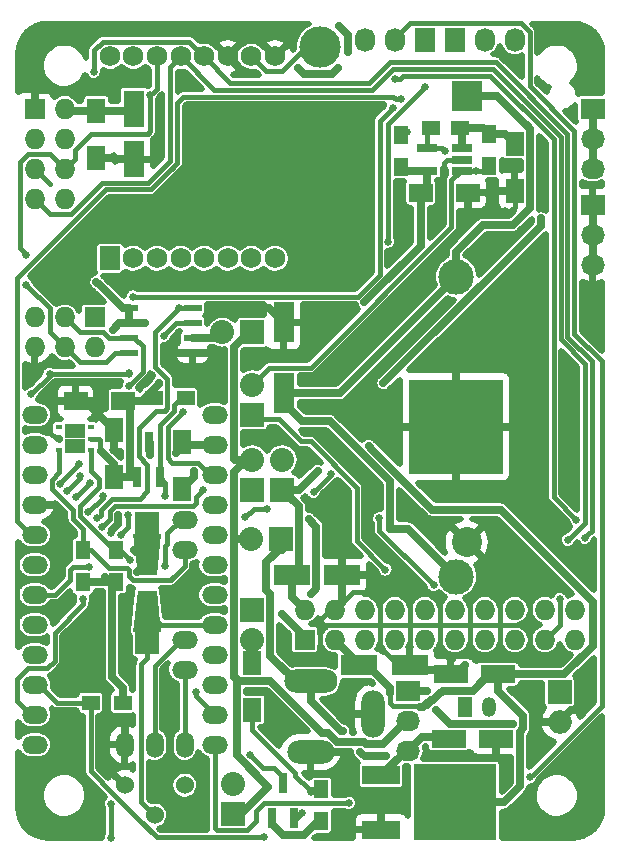
<source format=gbr>
G04 #@! TF.FileFunction,Copper,L2,Bot,Mixed*
%FSLAX46Y46*%
G04 Gerber Fmt 4.6, Leading zero omitted, Abs format (unit mm)*
G04 Created by KiCad (PCBNEW 0.201509101502+6177~30~ubuntu14.04.1-product) date Sat 12 Sep 2015 09:47:26 PM CEST*
%MOMM*%
G01*
G04 APERTURE LIST*
%ADD10C,0.100000*%
%ADD11O,1.998980X1.998980*%
%ADD12R,1.998980X1.998980*%
%ADD13O,1.998980X4.000500*%
%ADD14O,4.000500X1.998980*%
%ADD15O,4.500880X1.998980*%
%ADD16O,2.199640X1.501140*%
%ADD17O,1.501140X2.199640*%
%ADD18O,1.727200X1.727200*%
%ADD19R,1.727200X1.727200*%
%ADD20R,1.800860X0.650000*%
%ADD21R,1.600000X2.000000*%
%ADD22R,1.727200X2.032000*%
%ADD23O,1.727200X2.032000*%
%ADD24R,1.550000X0.600000*%
%ADD25R,0.800100X1.800860*%
%ADD26C,1.524000*%
%ADD27R,1.500000X1.250000*%
%ADD28R,2.032000X2.032000*%
%ADD29O,2.032000X2.032000*%
%ADD30R,2.032000X1.727200*%
%ADD31O,2.032000X1.727200*%
%ADD32R,1.800860X3.149600*%
%ADD33R,3.149600X1.800860*%
%ADD34R,2.000000X1.600000*%
%ADD35R,2.999740X1.501140*%
%ADD36R,1.800860X3.500120*%
%ADD37C,3.500120*%
%ADD38R,0.630000X0.450000*%
%ADD39R,0.850000X1.300000*%
%ADD40R,1.300000X1.500000*%
%ADD41R,1.500000X1.300000*%
%ADD42R,1.198880X1.699260*%
%ADD43O,1.198880X1.699260*%
%ADD44C,3.000000*%
%ADD45R,8.000000X8.000000*%
%ADD46R,3.200400X1.600200*%
%ADD47R,7.000240X6.499860*%
%ADD48R,1.727200X2.000000*%
%ADD49C,1.727200*%
%ADD50R,2.540000X2.540000*%
%ADD51C,2.540000*%
%ADD52C,0.635000*%
%ADD53C,0.635000*%
%ADD54C,0.381000*%
%ADD55C,0.508000*%
G04 APERTURE END LIST*
D10*
D11*
X46355000Y-59690000D03*
D12*
X46355000Y-57150000D03*
D13*
X30573980Y-58983880D03*
D14*
X25273000Y-62235080D03*
D15*
X25273000Y-56233060D03*
D16*
X14605000Y-52705000D03*
X14605000Y-55245000D03*
X1905000Y-33655000D03*
X1905000Y-36195000D03*
X1905000Y-38735000D03*
X1905000Y-41275000D03*
X1905000Y-43815000D03*
X1905000Y-46355000D03*
X1905000Y-48895000D03*
X1905000Y-51435000D03*
X1905000Y-53975000D03*
X1905000Y-56515000D03*
X1905000Y-59055000D03*
X1905000Y-61595000D03*
X17145000Y-61595000D03*
X17145000Y-59055000D03*
X17145000Y-56515000D03*
X17145000Y-53975000D03*
X17145000Y-51435000D03*
X17145000Y-48895000D03*
X17145000Y-46355000D03*
X17145000Y-43815000D03*
X17145000Y-41275000D03*
X17145000Y-38735000D03*
X17145000Y-36195000D03*
X17145000Y-33655000D03*
X14605000Y-45085000D03*
X14605000Y-42545000D03*
D17*
X14605000Y-61595000D03*
X12065000Y-61595000D03*
X9525000Y-61595000D03*
D18*
X47625000Y-50165000D03*
X47625000Y-52705000D03*
X45085000Y-50165000D03*
X45085000Y-52705000D03*
X42545000Y-50165000D03*
X42545000Y-52705000D03*
X40005000Y-50165000D03*
X40005000Y-52705000D03*
X37465000Y-50165000D03*
X37465000Y-52705000D03*
X34925000Y-50165000D03*
X34925000Y-52705000D03*
D19*
X24765000Y-52705000D03*
D18*
X24765000Y-50165000D03*
X27305000Y-52705000D03*
X27305000Y-50165000D03*
X29845000Y-52705000D03*
X29845000Y-50165000D03*
X32385000Y-52705000D03*
X32385000Y-50165000D03*
D20*
X38100000Y-11115000D03*
X38100000Y-12065000D03*
X38100000Y-13015000D03*
X35160000Y-13015000D03*
X35160000Y-11115000D03*
D21*
X20320000Y-54642000D03*
X20320000Y-58642000D03*
D22*
X34925000Y-1905000D03*
D23*
X32385000Y-1905000D03*
X29845000Y-1905000D03*
D24*
X15273000Y-24638000D03*
X15273000Y-25908000D03*
X15273000Y-27178000D03*
X15273000Y-28448000D03*
X9873000Y-28448000D03*
X9873000Y-27178000D03*
X9873000Y-25908000D03*
X9873000Y-24638000D03*
D25*
X12507000Y-38966140D03*
X10607000Y-38966140D03*
X11557000Y-35963860D03*
D26*
X12065000Y-67564000D03*
X9525000Y-65024000D03*
X14605000Y-65024000D03*
D25*
X23876000Y-67818000D03*
X21976000Y-67818000D03*
X22926000Y-64815720D03*
D19*
X6985000Y-25400000D03*
D18*
X6985000Y-27940000D03*
X4445000Y-25400000D03*
X4445000Y-27940000D03*
X1905000Y-25400000D03*
X1905000Y-27940000D03*
D27*
X35453000Y-9398000D03*
X37953000Y-9398000D03*
D28*
X20320000Y-50165000D03*
D29*
X20320000Y-52705000D03*
D22*
X37465000Y-1905000D03*
D23*
X40005000Y-1905000D03*
X42545000Y-1905000D03*
D28*
X20320000Y-40005000D03*
D29*
X20320000Y-37465000D03*
D28*
X20320000Y-33655000D03*
D29*
X20320000Y-31115000D03*
D28*
X22860000Y-40005000D03*
D29*
X22860000Y-37465000D03*
D28*
X18669000Y-67437000D03*
D29*
X18669000Y-64897000D03*
D28*
X20320000Y-26670000D03*
D29*
X17780000Y-26670000D03*
D30*
X33528000Y-57023000D03*
D31*
X33528000Y-59563000D03*
X33528000Y-62103000D03*
D28*
X22733000Y-44196000D03*
D29*
X20193000Y-44196000D03*
D21*
X14351000Y-39973000D03*
X14351000Y-35973000D03*
X7112000Y-11906000D03*
X7112000Y-7906000D03*
D32*
X10287000Y-12031980D03*
X10287000Y-7780020D03*
D33*
X33655000Y-54864000D03*
X29403040Y-54864000D03*
X27906980Y-47244000D03*
X23655020Y-47244000D03*
D10*
G36*
X12628880Y-52042060D02*
X10231120Y-52042060D01*
X10629900Y-48541940D01*
X12230100Y-48541940D01*
X12628880Y-52042060D01*
X12628880Y-52042060D01*
G37*
G36*
X10231120Y-43715940D02*
X12628880Y-43715940D01*
X12230100Y-47216060D01*
X10629900Y-47216060D01*
X10231120Y-43715940D01*
X10231120Y-43715940D01*
G37*
D12*
X11430000Y-52880260D03*
X11430000Y-42877740D03*
D21*
X8636000Y-38957000D03*
X8636000Y-34957000D03*
D34*
X34576000Y-14859000D03*
X38576000Y-14859000D03*
D21*
X42545000Y-10700000D03*
X42545000Y-14700000D03*
D35*
X40954960Y-61087000D03*
X36957000Y-61087000D03*
X37117020Y-55626000D03*
X41114980Y-55626000D03*
D36*
X22987000Y-25829260D03*
X22987000Y-31828740D03*
D37*
X26035000Y-2540000D03*
D34*
X9366000Y-32512000D03*
X5366000Y-32512000D03*
D38*
X3994000Y-36637000D03*
X3994000Y-35687000D03*
X3994000Y-34737000D03*
X6674000Y-34737000D03*
X6674000Y-35687000D03*
X6674000Y-36637000D03*
D39*
X5759000Y-35037000D03*
X5759000Y-36337000D03*
X4909000Y-35037000D03*
X4909000Y-36337000D03*
D40*
X26162000Y-65372000D03*
X26162000Y-68072000D03*
D41*
X14685000Y-32258000D03*
X11985000Y-32258000D03*
D40*
X40386000Y-9906000D03*
X40386000Y-12606000D03*
X8763000Y-45132000D03*
X8763000Y-47832000D03*
X5969000Y-45132000D03*
X5969000Y-47832000D03*
D41*
X6651000Y-58039000D03*
X9351000Y-58039000D03*
D40*
X32893000Y-12653000D03*
X32893000Y-9953000D03*
D30*
X49149000Y-15875000D03*
D31*
X49149000Y-18415000D03*
X49149000Y-20955000D03*
D30*
X49149000Y-7747000D03*
D31*
X49149000Y-10287000D03*
X49149000Y-12827000D03*
D42*
X38369240Y-58420000D03*
D43*
X40370760Y-58420000D03*
D44*
X37592000Y-21971000D03*
X37592000Y-47371000D03*
D45*
X37592000Y-34671000D03*
D46*
X31229300Y-68785740D03*
X31229300Y-64183260D03*
D47*
X37477700Y-66484500D03*
D48*
X8255000Y-20420000D03*
D49*
X10255000Y-20420000D03*
X12255000Y-20420000D03*
X14255000Y-20420000D03*
X16255000Y-20420000D03*
X18255000Y-20420000D03*
X20255000Y-20420000D03*
X22255000Y-20420000D03*
X22255000Y-3320000D03*
X20255000Y-3320000D03*
X18255000Y-3320000D03*
X16255000Y-3320000D03*
X14255000Y-3320000D03*
X12255000Y-3320000D03*
X10255000Y-3320000D03*
X8255000Y-3320000D03*
D18*
X1905000Y-15367000D03*
X4445000Y-15367000D03*
X1905000Y-12827000D03*
X4445000Y-12827000D03*
X1905000Y-10287000D03*
X4445000Y-10287000D03*
D19*
X1905000Y-7747000D03*
D18*
X4445000Y-7747000D03*
D50*
X38481000Y-6630000D03*
D51*
X38481000Y-44450000D03*
D52*
X27688564Y-764066D03*
X28451844Y-2976019D03*
X27610678Y-4315653D03*
X24183708Y-4284499D03*
X46710000Y-38673400D03*
X48615000Y-63438400D03*
X47345000Y-8066400D03*
X45186000Y-6161400D03*
X45567000Y-1335400D03*
X42900000Y-4002400D03*
X44932000Y-12130400D03*
X36290678Y-13807029D03*
X48311541Y-57439710D03*
X41871762Y-18431665D03*
X40957500Y-62293500D03*
X44323000Y-62293500D03*
X44323000Y-58420000D03*
X29210000Y-65532000D03*
X28786879Y-58981872D03*
X13868519Y-36895705D03*
X19642092Y-36085909D03*
X23101543Y-53174272D03*
X21898320Y-34860606D03*
X14431051Y-5016914D03*
X19645345Y-4694624D03*
X5450863Y-19949137D03*
X14436285Y-30182315D03*
X1210103Y-52687226D03*
X1122680Y-50151117D03*
X1122680Y-47627948D03*
X2956913Y-45014203D03*
X3151003Y-42607488D03*
X3722065Y-41275000D03*
X45134914Y-20953067D03*
X3566969Y-33788976D03*
X8830140Y-7021102D03*
X6796039Y-6175947D03*
X10766967Y-31379802D03*
X11774773Y-30291934D03*
X11636667Y-37038411D03*
X4351760Y-53261259D03*
X8630642Y-36636943D03*
X37587234Y-39150617D03*
X42227817Y-34669965D03*
X33118944Y-34669965D03*
X37591889Y-29898220D03*
X4329629Y-22008456D03*
X29210000Y-17780000D03*
X29210000Y-19050000D03*
X29210000Y-20320000D03*
X29210000Y-21590000D03*
X24370633Y-779643D03*
X15234969Y-7697667D03*
X23574941Y-2031800D03*
X20996155Y-24617882D03*
X24634417Y-35091852D03*
X16510000Y-7620000D03*
X17780000Y-7620000D03*
X19050000Y-7620000D03*
X20320000Y-7620000D03*
X21590000Y-7620000D03*
X22860000Y-7620000D03*
X24130000Y-7620000D03*
X24130000Y-19050000D03*
X24130000Y-20320000D03*
X24130000Y-21590000D03*
X25400000Y-21590000D03*
X25400000Y-20320000D03*
X25400000Y-19050000D03*
X26670000Y-19050000D03*
X26670000Y-20320000D03*
X26670000Y-21590000D03*
X27940000Y-21590000D03*
X27940000Y-20320000D03*
X27940000Y-19050000D03*
X27940000Y-17780000D03*
X26670000Y-17780000D03*
X25400000Y-17780000D03*
X24130000Y-17780000D03*
X22860000Y-17780000D03*
X21590000Y-17780000D03*
X20320000Y-17780000D03*
X19050000Y-17780000D03*
X17780000Y-17780000D03*
X16510000Y-17780000D03*
X15240000Y-17780000D03*
X13970000Y-17780000D03*
X12700000Y-17780000D03*
X11430000Y-17780000D03*
X10160000Y-17780000D03*
X8890000Y-17780000D03*
X7620000Y-17780000D03*
X7620000Y-16510000D03*
X8890000Y-16510000D03*
X10160000Y-16510000D03*
X11430000Y-16510000D03*
X12700000Y-16510000D03*
X13970000Y-16510000D03*
X15240000Y-16510000D03*
X16510000Y-16510000D03*
X17780000Y-16510000D03*
X19050000Y-16510000D03*
X20320000Y-16510000D03*
X21590000Y-16510000D03*
X22860000Y-16510000D03*
X24130000Y-16510000D03*
X25400000Y-16510000D03*
X26670000Y-16510000D03*
X27940000Y-16510000D03*
X29210000Y-16510000D03*
X29210000Y-15240000D03*
X27940000Y-15240000D03*
X26670000Y-15240000D03*
X25400000Y-15240000D03*
X24130000Y-15240000D03*
X22860000Y-15240000D03*
X21590000Y-15240000D03*
X20320000Y-15240000D03*
X19050000Y-15240000D03*
X17780000Y-15240000D03*
X16510000Y-15240000D03*
X15240000Y-15240000D03*
X13970000Y-15240000D03*
X15240000Y-13970000D03*
X16510000Y-13970000D03*
X17780000Y-13970000D03*
X19050000Y-13970000D03*
X20320000Y-13970000D03*
X21590000Y-13970000D03*
X22860000Y-13970000D03*
X24130000Y-13970000D03*
X25400000Y-13970000D03*
X26670000Y-13970000D03*
X27940000Y-13970000D03*
X29210000Y-13970000D03*
X29210000Y-12700000D03*
X27940000Y-12700000D03*
X26670000Y-12700000D03*
X25400000Y-12700000D03*
X24130000Y-12700000D03*
X22860000Y-12700000D03*
X21590000Y-12700000D03*
X20320000Y-12700000D03*
X19050000Y-12700000D03*
X17780000Y-12700000D03*
X16510000Y-12700000D03*
X15240000Y-12700000D03*
X15240000Y-11430000D03*
X16510000Y-11430000D03*
X17780000Y-11430000D03*
X19050000Y-11430000D03*
X20320000Y-11430000D03*
X21590000Y-11430000D03*
X22860000Y-11430000D03*
X24130000Y-11430000D03*
X25400000Y-11430000D03*
X26670000Y-11430000D03*
X27940000Y-11430000D03*
X29210000Y-11430000D03*
X29210000Y-10160000D03*
X27940000Y-10160000D03*
X26670000Y-10160000D03*
X25400000Y-10160000D03*
X24130000Y-10160000D03*
X22860000Y-10160000D03*
X21590000Y-10160000D03*
X20320000Y-10160000D03*
X19050000Y-10160000D03*
X17780000Y-10160000D03*
X16510000Y-10160000D03*
X15240000Y-10160000D03*
X15240000Y-8890000D03*
X16510000Y-8890000D03*
X17780000Y-8890000D03*
X19050000Y-8890000D03*
X20320000Y-8890000D03*
X21590000Y-8890000D03*
X22860000Y-8890000D03*
X24130000Y-8890000D03*
X25400000Y-8890000D03*
X26670000Y-8890000D03*
X27940000Y-8890000D03*
X29210000Y-8890000D03*
X30480000Y-7620000D03*
X29210000Y-7620000D03*
X27940000Y-7620000D03*
X26670000Y-7620000D03*
X25400000Y-7620000D03*
X33672433Y-17209991D03*
X35993245Y-17209991D03*
X41712718Y-16434417D03*
X23003869Y-28439682D03*
X24578083Y-32835025D03*
X24537743Y-30754443D03*
X45503085Y-44177367D03*
X33563854Y-48630746D03*
X42028177Y-48530046D03*
X43855666Y-47802022D03*
X44309192Y-54415372D03*
X42124368Y-54161651D03*
X38374927Y-54852337D03*
X24379868Y-60374776D03*
X8687325Y-11972301D03*
X3537944Y-31195880D03*
X6900623Y-30926467D03*
X15288878Y-47932874D03*
X10574660Y-46953729D03*
X9957715Y-48338908D03*
X10318275Y-45067467D03*
X13541401Y-49371074D03*
X9267590Y-50032036D03*
X7591169Y-49974184D03*
X13406823Y-59149177D03*
X12052666Y-65151477D03*
X4353195Y-58812677D03*
X4335529Y-57240418D03*
X9546949Y-59501644D03*
X35419656Y-55290522D03*
X2552693Y-34959237D03*
X28468087Y-43054317D03*
X33902766Y-13015000D03*
X12417694Y-30940962D03*
X11232359Y-25917769D03*
X15413685Y-38418602D03*
X30186966Y-36313494D03*
X7125351Y-22393195D03*
X29823765Y-24121032D03*
X8979128Y-42109241D03*
X8636000Y-37845007D03*
X8389193Y-43707741D03*
X7894436Y-47399509D03*
X8650446Y-7907020D03*
X8502123Y-26448963D03*
X38101744Y-10591780D03*
X42418000Y-59815728D03*
X35163316Y-57007460D03*
X35855551Y-58627168D03*
X43027481Y-10614538D03*
X25261956Y-65595293D03*
X24567268Y-67356823D03*
X44789465Y-17036869D03*
X31431508Y-31000708D03*
X25858168Y-38437534D03*
X22313656Y-68656036D03*
X21673126Y-65169345D03*
X20134311Y-62445108D03*
X31602586Y-46760067D03*
X39272454Y-13015000D03*
X25123844Y-42497298D03*
X22850213Y-50555723D03*
X25315131Y-48797782D03*
X35686778Y-48071499D03*
X31843248Y-18998285D03*
X31081602Y-42430911D03*
X34937798Y-5948146D03*
X32928560Y-6954676D03*
X32202016Y-7681220D03*
X10232710Y-23656721D03*
X28537702Y-66525534D03*
X43824643Y-64359872D03*
X33442851Y-9735291D03*
X36626800Y-11328400D03*
X47053548Y-44252289D03*
X7671237Y-40528839D03*
X6458570Y-41929510D03*
X12831178Y-26970142D03*
X48475969Y-44072874D03*
X6905044Y-4623437D03*
X9219793Y-43861288D03*
X9817348Y-42109241D03*
X9883131Y-31191288D03*
X47767859Y-42534902D03*
X1193780Y-22673688D03*
X11708142Y-6611352D03*
X5400295Y-40652780D03*
X46351152Y-49255511D03*
X15588916Y-57099042D03*
X6629200Y-39427220D03*
X1193780Y-20111450D03*
X32390891Y-5223595D03*
X9858124Y-30163414D03*
X14453530Y-33428702D03*
X3162335Y-30184956D03*
X9883122Y-30185480D03*
X1637310Y-31882942D03*
X7634436Y-43127112D03*
X6546714Y-46561288D03*
X16142861Y-40056252D03*
X21548533Y-41628868D03*
X19752012Y-42312560D03*
X25516479Y-40202166D03*
X26972131Y-38670895D03*
X12946307Y-46422732D03*
X9961641Y-45950571D03*
X14117000Y-24638000D03*
X6005781Y-49269915D03*
X7167869Y-42430755D03*
X21287164Y-69400379D03*
X12950192Y-40525378D03*
X4081746Y-39487919D03*
X5691791Y-37799644D03*
X8382000Y-69469000D03*
X8369299Y-66584539D03*
X4641885Y-40136440D03*
X5730906Y-38844575D03*
X31640270Y-62586867D03*
X28006862Y-60398552D03*
X31993795Y-43299932D03*
X29441451Y-62207253D03*
D53*
X28451844Y-2976019D02*
X28451844Y-1527346D01*
X28451844Y-1527346D02*
X27688564Y-764066D01*
X24183708Y-4284499D02*
X24709970Y-4810761D01*
X24709970Y-4810761D02*
X27115570Y-4810761D01*
X27115570Y-4810761D02*
X27610678Y-4315653D01*
D54*
X36553964Y-12908812D02*
X36553964Y-14064021D01*
X38100000Y-12065000D02*
X36818570Y-12065000D01*
X36818570Y-12065000D02*
X36553964Y-12329606D01*
X36553964Y-12329606D02*
X36553964Y-12908812D01*
X36553964Y-14064021D02*
X36553964Y-16649272D01*
X36547670Y-14064021D02*
X36553964Y-14064021D01*
X36290678Y-13807029D02*
X36547670Y-14064021D01*
D53*
X48311541Y-58114459D02*
X48311541Y-57888722D01*
X47735489Y-58690511D02*
X48311541Y-58114459D01*
X48311541Y-57888722D02*
X48311541Y-57439710D01*
X47354489Y-58690511D02*
X47735489Y-58690511D01*
X46355000Y-59690000D02*
X47354489Y-58690511D01*
X40957500Y-62293500D02*
X40957500Y-60962540D01*
X40957500Y-60962540D02*
X40954960Y-60960000D01*
X44323000Y-58483500D02*
X44323000Y-62293500D01*
X28448000Y-62774830D02*
X28448000Y-64770000D01*
X28448000Y-64770000D02*
X29210000Y-65532000D01*
X25273000Y-62235080D02*
X27908250Y-62235080D01*
X27908250Y-62235080D02*
X28448000Y-62774830D01*
X14351000Y-36413224D02*
X14186018Y-36578206D01*
X14351000Y-35973000D02*
X14351000Y-36413224D01*
X14186018Y-36578206D02*
X13868519Y-36895705D01*
D54*
X15273000Y-28448000D02*
X15273000Y-29345600D01*
X15273000Y-29345600D02*
X14436285Y-30182315D01*
X26062041Y-51447699D02*
X43713842Y-51447699D01*
X26029500Y-51480240D02*
X26029500Y-53876362D01*
X26029500Y-51041047D02*
X26029500Y-51480240D01*
X43827699Y-53933879D02*
X43827699Y-51333842D01*
X43827699Y-51333842D02*
X43827699Y-47829989D01*
X26029500Y-51480240D02*
X26062041Y-51447699D01*
X43713842Y-51447699D02*
X43827699Y-51333842D01*
X25685891Y-54219971D02*
X23844109Y-54219971D01*
X23844109Y-54219971D02*
X23101543Y-53477405D01*
X23101543Y-53477405D02*
X23101543Y-53174272D01*
X26029500Y-53876362D02*
X25685891Y-54219971D01*
X26905547Y-50165000D02*
X26029500Y-51041047D01*
X27305000Y-50165000D02*
X26905547Y-50165000D01*
X33563854Y-48630746D02*
X28839254Y-48630746D01*
X28839254Y-48630746D02*
X27305000Y-50165000D01*
X33725846Y-53796986D02*
X33725846Y-54115696D01*
X33725846Y-54115696D02*
X34900672Y-55290522D01*
X34900672Y-55290522D02*
X34970644Y-55290522D01*
X34970644Y-55290522D02*
X35419656Y-55290522D01*
X33655000Y-53726140D02*
X33725846Y-53796986D01*
X33563854Y-49079758D02*
X33655000Y-49170904D01*
X33655000Y-49170904D02*
X33655000Y-53726140D01*
X33563854Y-48630746D02*
X33563854Y-49079758D01*
X33563854Y-49079758D02*
X33663104Y-49179008D01*
X33563854Y-48630746D02*
X32058448Y-48630746D01*
X32058448Y-48630746D02*
X31127699Y-49561495D01*
X31127699Y-49561495D02*
X31127699Y-53308505D01*
X31127699Y-53308505D02*
X32683194Y-54864000D01*
X32683194Y-54864000D02*
X33655000Y-54864000D01*
X37117020Y-54494430D02*
X36207699Y-53585109D01*
X36207699Y-53585109D02*
X36207699Y-49586893D01*
X36207699Y-49586893D02*
X35528505Y-48907699D01*
X35528505Y-48907699D02*
X35524327Y-48907699D01*
X35524327Y-48907699D02*
X35247374Y-48630746D01*
X35247374Y-48630746D02*
X33563854Y-48630746D01*
X37117020Y-54494430D02*
X37117020Y-55626000D01*
D53*
X42124368Y-54161651D02*
X44055471Y-54161651D01*
X44055471Y-54161651D02*
X44309192Y-54415372D01*
X18255000Y-3320000D02*
X18270721Y-3320000D01*
X18270721Y-3320000D02*
X19645345Y-4694624D01*
X5450863Y-19949137D02*
X4329629Y-21070371D01*
X7620000Y-17780000D02*
X5450863Y-19949137D01*
X4329629Y-21070371D02*
X4329629Y-22008456D01*
D54*
X3566969Y-33788976D02*
X3566969Y-33960537D01*
X3566969Y-33960537D02*
X3001705Y-34525801D01*
X3001705Y-34525801D02*
X3001705Y-34959237D01*
X3108885Y-34959237D02*
X2903165Y-34959237D01*
X2903165Y-34959237D02*
X2552693Y-34959237D01*
D53*
X3731000Y-32512000D02*
X3566969Y-32676031D01*
X3566969Y-32676031D02*
X3566969Y-33788976D01*
D54*
X3836648Y-35687000D02*
X3158299Y-35115831D01*
X3158299Y-35115831D02*
X3108885Y-34959237D01*
D53*
X2552693Y-34959237D02*
X3001705Y-34959237D01*
X3001705Y-34959237D02*
X3158299Y-35115831D01*
X6796039Y-6175947D02*
X1977453Y-6175947D01*
X1977453Y-6175947D02*
X1905000Y-6248400D01*
X1905000Y-6248400D02*
X1905000Y-7747000D01*
D54*
X1122680Y-50151117D02*
X411470Y-50862327D01*
X411470Y-50862327D02*
X411470Y-51908976D01*
X411470Y-51908976D02*
X1189720Y-52687226D01*
X1189720Y-52687226D02*
X1210103Y-52687226D01*
X1122680Y-47627948D02*
X411470Y-48339158D01*
X411470Y-48339158D02*
X411470Y-49439907D01*
X411470Y-49439907D02*
X1122680Y-50151117D01*
X2956913Y-45014203D02*
X1278291Y-45014203D01*
X1278291Y-45014203D02*
X411470Y-45881024D01*
X411470Y-45881024D02*
X411470Y-46916738D01*
X411470Y-46916738D02*
X1122680Y-47627948D01*
X3722065Y-41275000D02*
X3722065Y-42036426D01*
X3722065Y-42036426D02*
X3151003Y-42607488D01*
D53*
X1905000Y-41275000D02*
X3722065Y-41275000D01*
X3722065Y-41275000D02*
X3726604Y-41279539D01*
X49149000Y-18415000D02*
X49149000Y-20955000D01*
X49149000Y-15875000D02*
X49149000Y-18415000D01*
D54*
X3994000Y-35687000D02*
X3836648Y-35687000D01*
X3731000Y-32512000D02*
X3668526Y-32512000D01*
X5366000Y-32512000D02*
X3731000Y-32512000D01*
D53*
X6796039Y-6175947D02*
X7984985Y-6175947D01*
X7984985Y-6175947D02*
X8830140Y-7021102D01*
D54*
X11774773Y-30291934D02*
X11774773Y-30371996D01*
X11774773Y-30371996D02*
X10766967Y-31379802D01*
D53*
X11636667Y-37038411D02*
X11636667Y-36043527D01*
X11636667Y-36043527D02*
X11557000Y-35963860D01*
X17145000Y-36195000D02*
X14573000Y-36195000D01*
X14573000Y-36195000D02*
X14351000Y-35973000D01*
D54*
X4335529Y-57240418D02*
X4335529Y-53277490D01*
X4335529Y-53277490D02*
X4351760Y-53261259D01*
D53*
X8636000Y-34957000D02*
X8636000Y-36631585D01*
X8636000Y-36631585D02*
X8630642Y-36636943D01*
X37592000Y-34671000D02*
X37592000Y-39145851D01*
X37592000Y-39145851D02*
X37587234Y-39150617D01*
X37592000Y-34671000D02*
X42226782Y-34671000D01*
X42226782Y-34671000D02*
X42227817Y-34669965D01*
X37592000Y-34671000D02*
X33119979Y-34671000D01*
X33119979Y-34671000D02*
X33118944Y-34669965D01*
X37592000Y-34671000D02*
X37592000Y-29898331D01*
X37592000Y-29898331D02*
X37591889Y-29898220D01*
X27940000Y-21590000D02*
X29210000Y-21590000D01*
X29210000Y-20320000D02*
X29210000Y-19050000D01*
X16510000Y-7620000D02*
X15312636Y-7620000D01*
X15312636Y-7620000D02*
X15234969Y-7697667D01*
X22987000Y-25829260D02*
X21775622Y-24617882D01*
X21775622Y-24617882D02*
X20996155Y-24617882D01*
X17780000Y-7620000D02*
X19050000Y-7620000D01*
X20320000Y-7620000D02*
X21590000Y-7620000D01*
X22860000Y-7620000D02*
X24130000Y-7620000D01*
X24130000Y-21590000D02*
X24130000Y-20320000D01*
X25400000Y-20320000D02*
X25400000Y-21590000D01*
X26670000Y-19050000D02*
X25400000Y-19050000D01*
X26670000Y-21590000D02*
X26670000Y-20320000D01*
X27940000Y-20320000D02*
X27940000Y-21590000D01*
X27940000Y-17780000D02*
X27940000Y-19050000D01*
X25400000Y-17780000D02*
X26670000Y-17780000D01*
X22860000Y-17780000D02*
X24130000Y-17780000D01*
X20320000Y-17780000D02*
X21590000Y-17780000D01*
X17780000Y-17780000D02*
X19050000Y-17780000D01*
X15240000Y-17780000D02*
X16510000Y-17780000D01*
X12700000Y-17780000D02*
X13970000Y-17780000D01*
X10160000Y-17780000D02*
X11430000Y-17780000D01*
X7620000Y-17780000D02*
X8890000Y-17780000D01*
X8890000Y-16510000D02*
X7620000Y-16510000D01*
X11430000Y-16510000D02*
X10160000Y-16510000D01*
X13970000Y-16510000D02*
X12700000Y-16510000D01*
X16510000Y-16510000D02*
X15240000Y-16510000D01*
X19050000Y-16510000D02*
X17780000Y-16510000D01*
X21590000Y-16510000D02*
X20320000Y-16510000D01*
X24130000Y-16510000D02*
X22860000Y-16510000D01*
X26670000Y-16510000D02*
X25400000Y-16510000D01*
X29210000Y-16510000D02*
X27940000Y-16510000D01*
X27940000Y-15240000D02*
X29210000Y-15240000D01*
X25400000Y-15240000D02*
X26670000Y-15240000D01*
X22860000Y-15240000D02*
X24130000Y-15240000D01*
X20320000Y-15240000D02*
X21590000Y-15240000D01*
X17780000Y-15240000D02*
X19050000Y-15240000D01*
X15240000Y-15240000D02*
X16510000Y-15240000D01*
X15240000Y-13970000D02*
X13970000Y-15240000D01*
X17780000Y-13970000D02*
X16510000Y-13970000D01*
X20320000Y-13970000D02*
X19050000Y-13970000D01*
X22860000Y-13970000D02*
X21590000Y-13970000D01*
X25400000Y-13970000D02*
X24130000Y-13970000D01*
X27940000Y-13970000D02*
X26670000Y-13970000D01*
X29210000Y-12700000D02*
X29210000Y-13970000D01*
X26670000Y-12700000D02*
X27940000Y-12700000D01*
X24130000Y-12700000D02*
X25400000Y-12700000D01*
X21590000Y-12700000D02*
X22860000Y-12700000D01*
X19050000Y-12700000D02*
X20320000Y-12700000D01*
X16510000Y-12700000D02*
X17780000Y-12700000D01*
X15240000Y-11430000D02*
X15240000Y-12700000D01*
X17780000Y-11430000D02*
X16510000Y-11430000D01*
X20320000Y-11430000D02*
X19050000Y-11430000D01*
X22860000Y-11430000D02*
X21590000Y-11430000D01*
X25400000Y-11430000D02*
X24130000Y-11430000D01*
X27940000Y-11430000D02*
X26670000Y-11430000D01*
X29210000Y-10160000D02*
X29210000Y-11430000D01*
X26670000Y-10160000D02*
X27940000Y-10160000D01*
X24130000Y-10160000D02*
X25400000Y-10160000D01*
X21590000Y-10160000D02*
X22860000Y-10160000D01*
X19050000Y-10160000D02*
X20320000Y-10160000D01*
X16510000Y-10160000D02*
X17780000Y-10160000D01*
X15240000Y-8890000D02*
X15240000Y-10160000D01*
X17780000Y-8890000D02*
X16510000Y-8890000D01*
X20320000Y-8890000D02*
X19050000Y-8890000D01*
X22860000Y-8890000D02*
X21590000Y-8890000D01*
X25400000Y-8890000D02*
X24130000Y-8890000D01*
X27940000Y-8890000D02*
X26670000Y-8890000D01*
X30480000Y-7620000D02*
X29210000Y-8890000D01*
X27940000Y-7620000D02*
X29210000Y-7620000D01*
X25400000Y-7620000D02*
X26670000Y-7620000D01*
D54*
X36553964Y-16649272D02*
X35993245Y-17209991D01*
X42161730Y-16434417D02*
X41712718Y-16434417D01*
X42545000Y-16081000D02*
X42191583Y-16434417D01*
X42545000Y-14700000D02*
X42545000Y-16081000D01*
X42191583Y-16434417D02*
X42161730Y-16434417D01*
D53*
X8636000Y-34957000D02*
X6191000Y-32512000D01*
X6191000Y-32512000D02*
X5366000Y-32512000D01*
D54*
X30355687Y-47244000D02*
X31742433Y-48630746D01*
X31742433Y-48630746D02*
X33563854Y-48630746D01*
X27906980Y-47244000D02*
X30355687Y-47244000D01*
X38186168Y-54027371D02*
X37584079Y-54027371D01*
X37584079Y-54027371D02*
X37117020Y-54494430D01*
X38747699Y-53465840D02*
X38186168Y-54027371D01*
X42028177Y-48530046D02*
X39779148Y-48530046D01*
X39779148Y-48530046D02*
X38747699Y-49561495D01*
X38747699Y-49561495D02*
X38747699Y-53465840D01*
X42124368Y-54161651D02*
X41287699Y-53324982D01*
X41287699Y-53324982D02*
X41287699Y-49270524D01*
X41287699Y-49270524D02*
X42028177Y-48530046D01*
X44309192Y-54415372D02*
X43827699Y-53933879D01*
X43827699Y-47829989D02*
X43855666Y-47802022D01*
D53*
X37117020Y-55626000D02*
X37601264Y-55626000D01*
X37601264Y-55626000D02*
X38374927Y-54852337D01*
X10287000Y-12031980D02*
X8747004Y-12031980D01*
X8747004Y-12031980D02*
X8687325Y-11972301D01*
X3322903Y-32103903D02*
X3322903Y-31410921D01*
X3322903Y-31410921D02*
X3537944Y-31195880D01*
X3731000Y-32512000D02*
X3322903Y-32103903D01*
X13541401Y-49371074D02*
X13850678Y-49371074D01*
X13850678Y-49371074D02*
X15288878Y-47932874D01*
X9957715Y-48787920D02*
X9957715Y-48338908D01*
X9957715Y-49341911D02*
X9957715Y-48787920D01*
X9267590Y-50032036D02*
X9957715Y-49341911D01*
X11430000Y-45466000D02*
X11430000Y-46098389D01*
X11430000Y-46098389D02*
X10574660Y-46953729D01*
X11430000Y-45466000D02*
X10716808Y-45466000D01*
X10716808Y-45466000D02*
X10318275Y-45067467D01*
X7591169Y-50423196D02*
X7591169Y-49974184D01*
X7591169Y-53984778D02*
X7591169Y-50423196D01*
X4335529Y-57240418D02*
X7591169Y-53984778D01*
X7924790Y-56868299D02*
X4707648Y-56868299D01*
X4707648Y-56868299D02*
X4335529Y-57240418D01*
X7924790Y-58950052D02*
X7924790Y-56868299D01*
X8476382Y-59501644D02*
X7924790Y-58950052D01*
X9546949Y-59501644D02*
X8476382Y-59501644D01*
D54*
X12052666Y-65151477D02*
X13406823Y-63797320D01*
X13406823Y-63797320D02*
X13406823Y-59149177D01*
D53*
X9525000Y-61595000D02*
X9525000Y-59523593D01*
X9525000Y-59523593D02*
X9546949Y-59501644D01*
X35419656Y-55290522D02*
X34081522Y-55290522D01*
X34081522Y-55290522D02*
X33655000Y-54864000D01*
X35419656Y-55290522D02*
X36781542Y-55290522D01*
X36781542Y-55290522D02*
X37117020Y-55626000D01*
D54*
X2697237Y-34959237D02*
X2552693Y-34959237D01*
D53*
X27906980Y-47244000D02*
X27906980Y-43615424D01*
X27906980Y-43615424D02*
X28468087Y-43054317D01*
X27906980Y-47244000D02*
X27906980Y-49563020D01*
X27906980Y-49563020D02*
X27305000Y-50165000D01*
D54*
X26035000Y-2540000D02*
X24895806Y-2540000D01*
X24895806Y-2540000D02*
X22854351Y-4581455D01*
X22854351Y-4581455D02*
X21516455Y-4581455D01*
X21516455Y-4581455D02*
X20255000Y-3320000D01*
D53*
X35160000Y-13015000D02*
X33902766Y-13015000D01*
X33902766Y-13015000D02*
X33255000Y-13015000D01*
X41612820Y-66484500D02*
X37477700Y-66484500D01*
X42975531Y-65121789D02*
X41612820Y-66484500D01*
X42975531Y-60498735D02*
X42975531Y-65121789D01*
X43256201Y-60218065D02*
X42975531Y-60498735D01*
X43256201Y-59152791D02*
X43256201Y-60218065D01*
X41114980Y-57011570D02*
X43256201Y-59152791D01*
X41114980Y-55626000D02*
X41114980Y-57011570D01*
X12417694Y-31095306D02*
X12417694Y-30940962D01*
X11001000Y-32512000D02*
X12417694Y-31095306D01*
X9366000Y-32512000D02*
X11001000Y-32512000D01*
X8636000Y-37845007D02*
X8636000Y-38957000D01*
X8636000Y-37845007D02*
X7518198Y-36727205D01*
X11232359Y-25917769D02*
X9882769Y-25917769D01*
X9882769Y-25917769D02*
X9873000Y-25908000D01*
D54*
X8636000Y-37845007D02*
X7442299Y-36651306D01*
X7442299Y-36651306D02*
X7442299Y-35759299D01*
X7442299Y-35759299D02*
X7370000Y-35687000D01*
X7370000Y-35687000D02*
X6674000Y-35687000D01*
D53*
X9366000Y-32512000D02*
X11731000Y-32512000D01*
X11731000Y-32512000D02*
X11985000Y-32258000D01*
X15413685Y-38910315D02*
X15413685Y-38867614D01*
X14351000Y-39973000D02*
X15413685Y-38910315D01*
X15413685Y-38867614D02*
X15413685Y-38418602D01*
X35564126Y-41690654D02*
X30504465Y-36630993D01*
X49166005Y-49498743D02*
X41357916Y-41690654D01*
X46752766Y-55626000D02*
X49166005Y-53212761D01*
X41357916Y-41690654D02*
X35564126Y-41690654D01*
X41114980Y-55626000D02*
X46752766Y-55626000D01*
X30504465Y-36630993D02*
X30186966Y-36313494D01*
X49166005Y-53212761D02*
X49166005Y-49498743D01*
X8763000Y-47832000D02*
X8429389Y-48165611D01*
X9351000Y-56754000D02*
X9351000Y-58039000D01*
X8429389Y-48165611D02*
X8429389Y-55832389D01*
X8429389Y-55832389D02*
X9351000Y-56754000D01*
X35659957Y-57788967D02*
X35466399Y-57788967D01*
X35466399Y-57788967D02*
X34819718Y-58435648D01*
X34819718Y-58435648D02*
X34510757Y-58435648D01*
X36159870Y-57289054D02*
X35659957Y-57788967D01*
D54*
X34380799Y-58305690D02*
X34510757Y-58435648D01*
X33536730Y-58305690D02*
X34380799Y-58305690D01*
X32222428Y-58305690D02*
X33536730Y-58305690D01*
X33536730Y-58305690D02*
X35143234Y-58305690D01*
X35143234Y-58305690D02*
X36159870Y-57289054D01*
X31970153Y-57229406D02*
X31970153Y-58053415D01*
X31970153Y-58053415D02*
X32222428Y-58305690D01*
D53*
X36437354Y-57011570D02*
X36159870Y-57289054D01*
X7432729Y-22672729D02*
X7404885Y-22672729D01*
X9398000Y-24638000D02*
X7432729Y-22672729D01*
X9873000Y-24638000D02*
X9398000Y-24638000D01*
X7404885Y-22672729D02*
X7125351Y-22393195D01*
X8650446Y-7907020D02*
X10160000Y-7907020D01*
X10160000Y-7907020D02*
X10287000Y-7780020D01*
X35160000Y-13015000D02*
X35160000Y-14275000D01*
X35160000Y-14275000D02*
X34576000Y-14859000D01*
X33255000Y-13015000D02*
X32893000Y-12653000D01*
X30141264Y-23803533D02*
X29823765Y-24121032D01*
X34576000Y-19368797D02*
X30141264Y-23803533D01*
X34576000Y-14859000D02*
X34576000Y-19368797D01*
X8979128Y-42558253D02*
X8979128Y-42109241D01*
X8435478Y-43437945D02*
X8979128Y-42894295D01*
X8979128Y-42894295D02*
X8979128Y-42558253D01*
X8763000Y-47832000D02*
X8326927Y-47832000D01*
X8326927Y-47832000D02*
X7894436Y-47399509D01*
X8650446Y-7907020D02*
X7113020Y-7907020D01*
X9873000Y-25908000D02*
X9043086Y-25908000D01*
X9043086Y-25908000D02*
X8502123Y-26448963D01*
X9873000Y-24638000D02*
X9873000Y-25908000D01*
X9988473Y-33134473D02*
X9366000Y-32512000D01*
X9988473Y-38474613D02*
X9988473Y-33134473D01*
X10607000Y-39093140D02*
X9988473Y-38474613D01*
X15273000Y-27178000D02*
X17272000Y-27178000D01*
X17272000Y-27178000D02*
X17780000Y-26670000D01*
X8636000Y-38957000D02*
X10470860Y-38957000D01*
X10470860Y-38957000D02*
X10607000Y-39093140D01*
X5969000Y-47832000D02*
X8763000Y-47832000D01*
X40365680Y-55626000D02*
X38980110Y-57011570D01*
X38980110Y-57011570D02*
X36437354Y-57011570D01*
X41114980Y-55626000D02*
X40365680Y-55626000D01*
X7112000Y-7906000D02*
X4604000Y-7906000D01*
X4604000Y-7906000D02*
X4445000Y-7747000D01*
X7113020Y-7907020D02*
X7112000Y-7906000D01*
X31970153Y-56756743D02*
X31970153Y-57229406D01*
X29403040Y-54864000D02*
X30077410Y-54864000D01*
X30077410Y-54864000D02*
X31970153Y-56756743D01*
X29403040Y-54864000D02*
X29403040Y-54803040D01*
X29403040Y-54803040D02*
X27305000Y-52705000D01*
X33309560Y-62103000D02*
X31229300Y-64183260D01*
X33528000Y-62103000D02*
X33309560Y-62103000D01*
X34671000Y-60960000D02*
X36957000Y-60960000D01*
X33528000Y-62103000D02*
X34671000Y-60960000D01*
X38101744Y-10142768D02*
X38101744Y-10591780D01*
X37953000Y-9398000D02*
X38101744Y-9546744D01*
X38101744Y-11040792D02*
X38101744Y-10591780D01*
X38101744Y-11113256D02*
X38101744Y-11040792D01*
X38101744Y-9546744D02*
X38101744Y-10142768D01*
X38100000Y-11115000D02*
X38101744Y-11113256D01*
X42545000Y-10700000D02*
X42942019Y-10700000D01*
X42942019Y-10700000D02*
X43027481Y-10614538D01*
X40386000Y-9906000D02*
X41751000Y-9906000D01*
X41751000Y-9906000D02*
X42545000Y-10700000D01*
X37953000Y-9398000D02*
X39878000Y-9398000D01*
X39878000Y-9398000D02*
X40386000Y-9906000D01*
X35855551Y-58627168D02*
X37044111Y-59815728D01*
X37044111Y-59815728D02*
X42418000Y-59815728D01*
X33528000Y-57023000D02*
X33543540Y-57007460D01*
X33543540Y-57007460D02*
X35163316Y-57007460D01*
D54*
X36891723Y-59663340D02*
X36173050Y-58944667D01*
X36173050Y-58944667D02*
X35855551Y-58627168D01*
X17145000Y-51435000D02*
X12573000Y-51435000D01*
X12573000Y-51435000D02*
X11430000Y-50292000D01*
X11430000Y-52880260D02*
X11430000Y-50292000D01*
X10920720Y-66419720D02*
X10920720Y-61456600D01*
X10920720Y-61456600D02*
X10920720Y-60101942D01*
X11430000Y-52880260D02*
X11430000Y-54260750D01*
X11430000Y-54260750D02*
X10920720Y-54770030D01*
X10920720Y-54770030D02*
X10920720Y-61456600D01*
X12065000Y-67564000D02*
X10920720Y-66419720D01*
X17096740Y-51483260D02*
X17145000Y-51435000D01*
X20320000Y-52705000D02*
X20320000Y-54642000D01*
X20320000Y-60319000D02*
X23974384Y-63973384D01*
X25131000Y-65372000D02*
X23974384Y-64215384D01*
X23974384Y-64215384D02*
X23974384Y-63973384D01*
X26162000Y-65372000D02*
X25131000Y-65372000D01*
X25261956Y-65595293D02*
X25938707Y-65595293D01*
X25938707Y-65595293D02*
X26162000Y-65372000D01*
X23876000Y-67818000D02*
X24106091Y-67818000D01*
X24106091Y-67818000D02*
X24567268Y-67356823D01*
X20320000Y-58642000D02*
X20320000Y-60319000D01*
X26162000Y-65372000D02*
X26162000Y-65532000D01*
D53*
X49149000Y-10287000D02*
X49149000Y-7747000D01*
X49149000Y-12827000D02*
X49149000Y-10287000D01*
X44789465Y-17036869D02*
X44789465Y-17642751D01*
X31431508Y-31000708D02*
X43946816Y-18485400D01*
X44789465Y-17642751D02*
X43946816Y-18485400D01*
X22860000Y-40005000D02*
X24269701Y-41414701D01*
X24269701Y-41414701D02*
X24269701Y-46629319D01*
X24269701Y-46629319D02*
X23655020Y-47244000D01*
X22860000Y-40005000D02*
X24290702Y-40005000D01*
X24290702Y-40005000D02*
X25858168Y-38437534D01*
X24765000Y-50165000D02*
X23655020Y-49055020D01*
X23655020Y-49055020D02*
X23655020Y-48779430D01*
X23655020Y-48779430D02*
X23655020Y-47244000D01*
X26224711Y-60585608D02*
X21863619Y-56224516D01*
X21863619Y-56224516D02*
X19165254Y-56224516D01*
X26774175Y-60585608D02*
X26224711Y-60585608D01*
X27525186Y-61336619D02*
X26774175Y-60585608D01*
X29944293Y-61504840D02*
X29776072Y-61336619D01*
X31433760Y-61504840D02*
X29944293Y-61504840D01*
X33375600Y-59563000D02*
X31433760Y-61504840D01*
X33528000Y-59563000D02*
X33375600Y-59563000D01*
X29776072Y-61336619D02*
X27525186Y-61336619D01*
X24719405Y-69239131D02*
X25886536Y-68072000D01*
X25886536Y-68072000D02*
X26162000Y-68072000D01*
X22896751Y-69239131D02*
X24719405Y-69239131D01*
X20320000Y-37465000D02*
X18883160Y-37465000D01*
X18883160Y-37465000D02*
X18783299Y-37365139D01*
X18783299Y-37365139D02*
X18783299Y-27941019D01*
X18783299Y-27941019D02*
X20054318Y-26670000D01*
X20054318Y-26670000D02*
X20320000Y-26670000D01*
X21673126Y-65169345D02*
X18999299Y-62495518D01*
X18999299Y-62495518D02*
X18999299Y-56390471D01*
X18999299Y-56390471D02*
X19165254Y-56224516D01*
X19405471Y-67437000D02*
X21673126Y-65169345D01*
X18669000Y-67437000D02*
X19405471Y-67437000D01*
X21976000Y-67818000D02*
X21976000Y-68318380D01*
X21976000Y-68318380D02*
X22313656Y-68656036D01*
X18783299Y-44220556D02*
X18783299Y-39637286D01*
X19787150Y-37465000D02*
X18783299Y-38468851D01*
X18783299Y-38468851D02*
X18783299Y-39637286D01*
X20320000Y-37465000D02*
X19787150Y-37465000D01*
X21961613Y-67803613D02*
X21976000Y-67818000D01*
X21976000Y-68318380D02*
X22896751Y-69239131D01*
X18783299Y-55842561D02*
X18783299Y-44220556D01*
X20193000Y-44196000D02*
X18807855Y-44196000D01*
X18807855Y-44196000D02*
X18783299Y-44220556D01*
X19165254Y-56224516D02*
X18783299Y-55842561D01*
X18796000Y-67564000D02*
X18796000Y-67298318D01*
D54*
X21223493Y-63534290D02*
X20451810Y-62762607D01*
X22144950Y-63534290D02*
X21223493Y-63534290D01*
X22926000Y-64815720D02*
X22926000Y-64315340D01*
X22926000Y-64315340D02*
X22144950Y-63534290D01*
X20451810Y-62762607D02*
X20134311Y-62445108D01*
X31602586Y-46760067D02*
X29179296Y-44336777D01*
X29179296Y-44336777D02*
X29179296Y-39825482D01*
X20721281Y-34056281D02*
X20320000Y-33655000D01*
X29179296Y-39825482D02*
X25264410Y-35910596D01*
X25264410Y-35910596D02*
X24447344Y-35910596D01*
X24447344Y-35910596D02*
X22593029Y-34056281D01*
X22593029Y-34056281D02*
X20721281Y-34056281D01*
X39977000Y-13015000D02*
X39272454Y-13015000D01*
X39272454Y-13015000D02*
X38100000Y-13015000D01*
X37968412Y-13015000D02*
X38100000Y-13015000D01*
X21750021Y-29684979D02*
X25265620Y-29684979D01*
X37182299Y-13801113D02*
X37968412Y-13015000D01*
X37182299Y-17768300D02*
X37182299Y-13801113D01*
X25265620Y-29684979D02*
X37182299Y-17768300D01*
X20320000Y-31115000D02*
X21750021Y-29684979D01*
X40386000Y-12606000D02*
X39977000Y-13015000D01*
D53*
X25123844Y-42497298D02*
X25750521Y-43123975D01*
X25750521Y-43123975D02*
X25750521Y-48362392D01*
X25632630Y-48480283D02*
X25315131Y-48797782D01*
X25750521Y-48362392D02*
X25632630Y-48480283D01*
X24765000Y-52705000D02*
X24765000Y-52470510D01*
X24765000Y-52470510D02*
X22850213Y-50555723D01*
D54*
X35369279Y-47754000D02*
X35686778Y-48071499D01*
X31081602Y-42430911D02*
X31081602Y-43466323D01*
X31081602Y-43466323D02*
X35369279Y-47754000D01*
X34435683Y-6453370D02*
X31849299Y-9039754D01*
X34937798Y-5948146D02*
X34435683Y-6450261D01*
X34435683Y-6450261D02*
X34435683Y-6453370D01*
X31849299Y-9039754D02*
X31849299Y-18451659D01*
X31849299Y-18451659D02*
X31849299Y-18992234D01*
X31849299Y-18992234D02*
X31843248Y-18998285D01*
X13960005Y-11248365D02*
X13960005Y-7267484D01*
X13960005Y-11581805D02*
X13960005Y-11248365D01*
X13603904Y-12725165D02*
X13362218Y-12966851D01*
X13362218Y-12966851D02*
X12009545Y-14319524D01*
X13960005Y-11248365D02*
X13960005Y-12369064D01*
X13960005Y-12369064D02*
X13362218Y-12966851D01*
X411470Y-22092559D02*
X5465326Y-17038703D01*
X5465326Y-17038703D02*
X7082749Y-15421280D01*
X11742229Y-14584691D02*
X7919338Y-14584691D01*
X7919338Y-14584691D02*
X5465326Y-17038703D01*
X12009545Y-14319524D02*
X12007396Y-14319524D01*
X12007396Y-14319524D02*
X11742229Y-14584691D01*
X32479548Y-6954676D02*
X32928560Y-6954676D01*
X32246431Y-6721559D02*
X32479548Y-6954676D01*
X14505930Y-6721559D02*
X32246431Y-6721559D01*
X13960005Y-7267484D02*
X14505930Y-6721559D01*
X411470Y-42670720D02*
X411470Y-22092559D01*
X1555750Y-43815000D02*
X411470Y-42670720D01*
X1905000Y-43815000D02*
X1555750Y-43815000D01*
X32202016Y-7681220D02*
X31109419Y-8773817D01*
X31109419Y-8773817D02*
X31109419Y-21829562D01*
X31109419Y-21829562D02*
X29282260Y-23656721D01*
X29282260Y-23656721D02*
X10232710Y-23656721D01*
X42545000Y-2159000D02*
X42545000Y-2311400D01*
X32385000Y-1905000D02*
X32385000Y-1752600D01*
X32385000Y-1752600D02*
X33642310Y-495290D01*
X33642310Y-495290D02*
X43065794Y-495290D01*
X43065794Y-495290D02*
X43802310Y-1231806D01*
X43802310Y-1231806D02*
X43802310Y-5830288D01*
X43802310Y-5830288D02*
X47598756Y-9626734D01*
X47598756Y-9626734D02*
X47598756Y-26798719D01*
X47598756Y-26798719D02*
X49898742Y-29098705D01*
X49898742Y-29098705D02*
X49898742Y-58285773D01*
X49898742Y-58285773D02*
X44142142Y-64042373D01*
X44142142Y-64042373D02*
X43824643Y-64359872D01*
X27922768Y-66518358D02*
X28530526Y-66518358D01*
X28530526Y-66518358D02*
X28537702Y-66525534D01*
X21329915Y-66518358D02*
X27922768Y-66518358D01*
X20637720Y-67210553D02*
X21329915Y-66518358D01*
X20637720Y-68066524D02*
X20637720Y-67210553D01*
X17338039Y-68846701D02*
X19857543Y-68846701D01*
X17145000Y-61595000D02*
X17145000Y-68653662D01*
X19857543Y-68846701D02*
X20637720Y-68066524D01*
X17145000Y-68653662D02*
X17338039Y-68846701D01*
X32893000Y-9836130D02*
X32993839Y-9735291D01*
X32993839Y-9735291D02*
X33442851Y-9735291D01*
X32893000Y-9953000D02*
X32893000Y-9836130D01*
X32385000Y-2159000D02*
X32385000Y-2006600D01*
X32385000Y-2159000D02*
X32385000Y-2311400D01*
X32893000Y-9953000D02*
X32893000Y-9853000D01*
X35160000Y-11115000D02*
X36413400Y-11115000D01*
X36413400Y-11115000D02*
X36626800Y-11328400D01*
X35160000Y-11115000D02*
X35160000Y-9691000D01*
X35160000Y-9691000D02*
X35453000Y-9398000D01*
X48484546Y-42824032D02*
X47373788Y-43934790D01*
X32218400Y-4382090D02*
X40701714Y-4382090D01*
X14255000Y-3320000D02*
X17072349Y-6137349D01*
X47371047Y-43934790D02*
X47053548Y-44252289D01*
X46430334Y-27282695D02*
X48484546Y-29336906D01*
X46430334Y-10110710D02*
X46430334Y-27282695D01*
X47373788Y-43934790D02*
X47371047Y-43934790D01*
X40701714Y-4382090D02*
X46430334Y-10110710D01*
X48484546Y-29336906D02*
X48484546Y-42824032D01*
X30463141Y-6137349D02*
X32218400Y-4382090D01*
X17072349Y-6137349D02*
X30463141Y-6137349D01*
X2768599Y-16230599D02*
X1905000Y-15367000D01*
X3162301Y-16624301D02*
X2768599Y-16230599D01*
X5020412Y-16624301D02*
X3162301Y-16624301D01*
X7644232Y-14000481D02*
X5020412Y-16624301D01*
X11500242Y-14000481D02*
X7644232Y-14000481D01*
X13361918Y-12138805D02*
X11500242Y-14000481D01*
X13361918Y-4213082D02*
X13361918Y-12138805D01*
X14255000Y-3320000D02*
X13361918Y-4213082D01*
X7671237Y-40528839D02*
X7671237Y-40716843D01*
X7671237Y-40716843D02*
X6458570Y-41929510D01*
X13148677Y-26652643D02*
X12831178Y-26970142D01*
X13893320Y-25908000D02*
X13148677Y-26652643D01*
X15273000Y-25908000D02*
X13893320Y-25908000D01*
X18479326Y-5544326D02*
X30204643Y-5544326D01*
X49068757Y-29094918D02*
X49068756Y-43480087D01*
X47014545Y-9868722D02*
X47014545Y-27040707D01*
X31951090Y-3797879D02*
X40943702Y-3797879D01*
X30204643Y-5544326D02*
X31951090Y-3797879D01*
X16255000Y-3320000D02*
X18479326Y-5544326D01*
X47014545Y-27040707D02*
X49068757Y-29094918D01*
X49068756Y-43480087D02*
X48793468Y-43755375D01*
X48793468Y-43755375D02*
X48475969Y-44072874D01*
X40943702Y-3797879D02*
X47014545Y-9868722D01*
X6905044Y-4623437D02*
X6905044Y-2809150D01*
X6905044Y-2809150D02*
X7651495Y-2062699D01*
X7651495Y-2062699D02*
X14997699Y-2062699D01*
X14997699Y-2062699D02*
X16255000Y-3320000D01*
X9873000Y-27178000D02*
X10348000Y-27178000D01*
X10348000Y-27178000D02*
X11041701Y-27871701D01*
X11041701Y-27871701D02*
X11041701Y-30032718D01*
X11041701Y-30032718D02*
X9883131Y-31191288D01*
X1905000Y-12827000D02*
X3162301Y-14084301D01*
X9817348Y-43203777D02*
X9817348Y-42558253D01*
X9817348Y-42558253D02*
X9817348Y-42109241D01*
X9325589Y-43695536D02*
X9817348Y-43203777D01*
X4445000Y-25400000D02*
X5702301Y-26657301D01*
X5702301Y-26657301D02*
X7659473Y-26657301D01*
X8717000Y-27178000D02*
X9873000Y-27178000D01*
X7659473Y-26657301D02*
X8192468Y-27190296D01*
X8192468Y-27190296D02*
X8704704Y-27190296D01*
X8704704Y-27190296D02*
X8717000Y-27178000D01*
X47767859Y-42534902D02*
X45846124Y-40613167D01*
X45846124Y-10352699D02*
X40459724Y-4966299D01*
X40459724Y-4966299D02*
X39146082Y-4966299D01*
X45846124Y-40613167D02*
X45846124Y-10352699D01*
X33097199Y-4966299D02*
X39146082Y-4966299D01*
X39146082Y-4966299D02*
X40242302Y-4966299D01*
X32390891Y-5223595D02*
X32839903Y-5223595D01*
X32839903Y-5223595D02*
X33097199Y-4966299D01*
X3162301Y-25394037D02*
X3162301Y-24796495D01*
X3162301Y-26657301D02*
X3162301Y-25394037D01*
X3162301Y-25394037D02*
X3162301Y-24642209D01*
X3162301Y-24642209D02*
X1193780Y-22673688D01*
X5308599Y-11214357D02*
X6647435Y-9875521D01*
X11502391Y-9875521D02*
X11708142Y-9669770D01*
X4445000Y-12827000D02*
X5308599Y-11963401D01*
X6647435Y-9875521D02*
X11502391Y-9875521D01*
X5308599Y-11963401D02*
X5308599Y-11214357D01*
X12255000Y-3320000D02*
X12255000Y-6064494D01*
X11708142Y-9669770D02*
X11708142Y-7060364D01*
X11708142Y-7060364D02*
X11708142Y-6611352D01*
X12255000Y-6064494D02*
X12025641Y-6293853D01*
X12025641Y-6293853D02*
X11708142Y-6611352D01*
X5400295Y-40652780D02*
X5403640Y-40652780D01*
X5403640Y-40652780D02*
X6629200Y-39427220D01*
X46351152Y-49255511D02*
X46351152Y-51438848D01*
X46351152Y-51438848D02*
X45085000Y-52705000D01*
X15588916Y-57099042D02*
X15588916Y-57498916D01*
X15588916Y-57498916D02*
X17145000Y-59055000D01*
X17145000Y-59055000D02*
X16795750Y-59055000D01*
X6524533Y-39531887D02*
X6629200Y-39427220D01*
X647699Y-12246509D02*
X647699Y-19565369D01*
X1324509Y-11569699D02*
X647699Y-12246509D01*
X647699Y-19565369D02*
X876281Y-19793951D01*
X3187699Y-11569699D02*
X1324509Y-11569699D01*
X4445000Y-12827000D02*
X3187699Y-11569699D01*
X876281Y-19793951D02*
X1193780Y-20111450D01*
X4445000Y-27940000D02*
X3162301Y-26657301D01*
X4445000Y-27940000D02*
X5702301Y-29197301D01*
X5702301Y-29197301D02*
X7967699Y-29197301D01*
X7967699Y-29197301D02*
X8717000Y-28448000D01*
X8717000Y-28448000D02*
X9873000Y-28448000D01*
X14453530Y-33428702D02*
X13580414Y-34301818D01*
X13570534Y-37701196D02*
X13157299Y-37287961D01*
X15761946Y-37701196D02*
X13570534Y-37701196D01*
X13580414Y-34301818D02*
X13156043Y-34726189D01*
X13157299Y-37287961D02*
X13157299Y-34724933D01*
X13157299Y-34724933D02*
X13580414Y-34301818D01*
X17145000Y-38735000D02*
X16795750Y-38735000D01*
X16795750Y-38735000D02*
X15761946Y-37701196D01*
X9883122Y-30185480D02*
X3162859Y-30185480D01*
X3162859Y-30185480D02*
X3162335Y-30184956D01*
X3162335Y-30184956D02*
X3162335Y-30357917D01*
X3162335Y-30357917D02*
X1637310Y-31882942D01*
X5822312Y-46561288D02*
X6546714Y-46561288D01*
X3647025Y-48895855D02*
X4925299Y-47617581D01*
X4925299Y-47617581D02*
X4925299Y-46767039D01*
X4925299Y-46767039D02*
X5131050Y-46561288D01*
X5131050Y-46561288D02*
X5822312Y-46561288D01*
X2255105Y-48895855D02*
X3647025Y-48895855D01*
X2254250Y-48895000D02*
X2255105Y-48895855D01*
X8267918Y-41814649D02*
X8267918Y-42493630D01*
X7951935Y-42809613D02*
X7634436Y-43127112D01*
X15306942Y-41398021D02*
X8684546Y-41398021D01*
X15549651Y-40649462D02*
X15549651Y-41155312D01*
X16142861Y-40056252D02*
X15549651Y-40649462D01*
X15549651Y-41155312D02*
X15306942Y-41398021D01*
X8267918Y-42493630D02*
X7951935Y-42809613D01*
X8684546Y-41398021D02*
X8267918Y-41814649D01*
X1905000Y-48895000D02*
X2254250Y-48895000D01*
X20435704Y-41628868D02*
X19752012Y-42312560D01*
X21548533Y-41628868D02*
X20435704Y-41628868D01*
X26972131Y-38746514D02*
X25516479Y-40202166D01*
X26972131Y-38670895D02*
X26972131Y-38746514D01*
X6674000Y-36637000D02*
X6674000Y-38419442D01*
X8608482Y-45132000D02*
X8763000Y-45132000D01*
X6674000Y-38419442D02*
X7340401Y-39085843D01*
X7340401Y-39085843D02*
X7340401Y-39807097D01*
X7340401Y-39807097D02*
X5747369Y-41400129D01*
X5747369Y-41400129D02*
X5747369Y-42270887D01*
X5747369Y-42270887D02*
X8608482Y-45132000D01*
X12946307Y-46422732D02*
X12946307Y-44776187D01*
X12946307Y-44776187D02*
X13124180Y-44598314D01*
X13124180Y-44598314D02*
X13124180Y-43676570D01*
X13124180Y-43676570D02*
X14255750Y-42545000D01*
X14255750Y-42545000D02*
X14605000Y-42545000D01*
X8763000Y-45132000D02*
X9143070Y-45132000D01*
X9143070Y-45132000D02*
X9961641Y-45950571D01*
X8604092Y-45132000D02*
X8763000Y-45132000D01*
X3994000Y-36637000D02*
X3994000Y-38523086D01*
X5163159Y-42512873D02*
X5969000Y-43318714D01*
X3994000Y-38523086D02*
X3370545Y-39146541D01*
X3370545Y-39146541D02*
X3370545Y-39917678D01*
X5163159Y-41710292D02*
X5163159Y-42512873D01*
X3370545Y-39917678D02*
X5163159Y-41710292D01*
X5969000Y-43318714D02*
X5969000Y-45132000D01*
X5969000Y-45132000D02*
X6654338Y-45132000D01*
X13401401Y-47683243D02*
X13934322Y-47150322D01*
X10233283Y-47683243D02*
X13401401Y-47683243D01*
X9863459Y-47313419D02*
X10233283Y-47683243D01*
X8184110Y-46661772D02*
X9701434Y-46661772D01*
X9701434Y-46661772D02*
X9863459Y-46823797D01*
X9863459Y-46823797D02*
X9863459Y-47313419D01*
X6654338Y-45132000D02*
X8184110Y-46661772D01*
X13474874Y-47609770D02*
X13934322Y-47150322D01*
X13934322Y-47150322D02*
X14605000Y-46479644D01*
X5969000Y-45132000D02*
X6123218Y-45132000D01*
X14605000Y-46479644D02*
X14605000Y-45085000D01*
X13128905Y-31389899D02*
X13128905Y-30617150D01*
X7485368Y-41728909D02*
X8464722Y-40749555D01*
X13128905Y-30617150D02*
X12890728Y-30378973D01*
X13128701Y-31390103D02*
X13128905Y-31389899D01*
X10699683Y-34812035D02*
X12210017Y-33301701D01*
X10699683Y-37176681D02*
X10699683Y-34812035D01*
X8464722Y-40749555D02*
X10832727Y-40749555D01*
X11443633Y-37920631D02*
X10699683Y-37176681D01*
X11443633Y-40138649D02*
X11443633Y-37920631D01*
X10832727Y-40749555D02*
X11443633Y-40138649D01*
X7485368Y-42113256D02*
X7485368Y-41728909D01*
X7167869Y-42430755D02*
X7485368Y-42113256D01*
X12210017Y-33301701D02*
X12928137Y-33301701D01*
X12928137Y-33301701D02*
X13128701Y-33101138D01*
X13128701Y-33101138D02*
X13128701Y-31390103D01*
X15273000Y-24638000D02*
X14117000Y-24638000D01*
X13129110Y-30617355D02*
X12890728Y-30378973D01*
X12890728Y-30378973D02*
X12119958Y-29608203D01*
X12119958Y-29608203D02*
X12119958Y-26635042D01*
X12119958Y-26635042D02*
X14117000Y-24638000D01*
X1905000Y-59055000D02*
X1555750Y-59055000D01*
X1555750Y-59055000D02*
X411470Y-57910720D01*
X3598564Y-52126144D02*
X6005781Y-49718927D01*
X411470Y-57910720D02*
X411470Y-56041024D01*
X411470Y-56041024D02*
X1333214Y-55119280D01*
X6005781Y-49718927D02*
X6005781Y-49269915D01*
X1333214Y-55119280D02*
X2960529Y-55119280D01*
X2960529Y-55119280D02*
X3598564Y-54481245D01*
X3598564Y-54481245D02*
X3598564Y-52126144D01*
X15314892Y-24596108D02*
X15273000Y-24638000D01*
X10766241Y-67975679D02*
X8605096Y-65814534D01*
X6651000Y-58039000D02*
X6651000Y-63860438D01*
X6651000Y-63860438D02*
X8605096Y-65814534D01*
X21287164Y-69400379D02*
X20130062Y-69400379D01*
X20130062Y-69400379D02*
X20099530Y-69430911D01*
X20099530Y-69430911D02*
X12221473Y-69430911D01*
X12221473Y-69430911D02*
X11207794Y-68417232D01*
X11207794Y-68417232D02*
X10766241Y-67975679D01*
X3778250Y-58039000D02*
X6651000Y-58039000D01*
X2254250Y-56515000D02*
X3778250Y-58039000D01*
X11776849Y-68986287D02*
X10766241Y-67975679D01*
X2254250Y-56515000D02*
X1905000Y-56515000D01*
X3398530Y-57659280D02*
X2254250Y-56515000D01*
X12507000Y-38966140D02*
X12507000Y-34549036D01*
X12507000Y-34549036D02*
X13712911Y-33343125D01*
X13712911Y-33343125D02*
X13712911Y-32840134D01*
X13712911Y-32840134D02*
X14295045Y-32258000D01*
X12950192Y-40525378D02*
X12950192Y-39409332D01*
X12950192Y-39409332D02*
X12507000Y-38966140D01*
X4081746Y-39409689D02*
X4081746Y-39487919D01*
X5691791Y-37799644D02*
X4081746Y-39409689D01*
X1905000Y-53975000D02*
X1555750Y-53975000D01*
X8369299Y-66584539D02*
X8369299Y-69456299D01*
X8369299Y-69456299D02*
X8382000Y-69469000D01*
X5730906Y-38844575D02*
X5730906Y-39047419D01*
X5730906Y-39047419D02*
X4641885Y-40136440D01*
X14605000Y-55245000D02*
X14605000Y-61595000D01*
X14605000Y-52705000D02*
X14255750Y-52705000D01*
X14255750Y-52705000D02*
X12065000Y-54895750D01*
X12065000Y-60114180D02*
X12065000Y-61595000D01*
X12065000Y-54895750D02*
X12065000Y-60114180D01*
D53*
X38481000Y-6630000D02*
X40433545Y-6630000D01*
X41048722Y-6630000D02*
X40433545Y-6630000D01*
X40433545Y-6630000D02*
X40900199Y-6630000D01*
X43865701Y-9446979D02*
X41048722Y-6630000D01*
X39857647Y-17584033D02*
X42398229Y-17584033D01*
X43865701Y-16116561D02*
X43865701Y-9446979D01*
X37592000Y-21971000D02*
X37592000Y-19849680D01*
X37592000Y-19849680D02*
X39857647Y-17584033D01*
X42398229Y-17584033D02*
X43865701Y-16116561D01*
X43865701Y-9446979D02*
X43551966Y-9133244D01*
X31191258Y-62586867D02*
X31640270Y-62586867D01*
X29840913Y-62586867D02*
X31191258Y-62586867D01*
X29597096Y-62343050D02*
X29840913Y-62586867D01*
X29461299Y-62207253D02*
X29441451Y-62207253D01*
X29597096Y-62343050D02*
X29461299Y-62207253D01*
X26901864Y-34213800D02*
X31993795Y-39305731D01*
X22987000Y-32678370D02*
X24522430Y-34213800D01*
X31993795Y-42850920D02*
X31993795Y-43299932D01*
X31993795Y-39305731D02*
X31993795Y-42850920D01*
X24522430Y-34213800D02*
X26901864Y-34213800D01*
X22987000Y-31828740D02*
X22987000Y-32678370D01*
X27804002Y-60398552D02*
X28006862Y-60398552D01*
X25273000Y-56233060D02*
X25273000Y-57867550D01*
X25273000Y-57867550D02*
X27804002Y-60398552D01*
X22987000Y-31828740D02*
X27734260Y-31828740D01*
X27734260Y-31828740D02*
X37592000Y-21971000D01*
X37592000Y-47371000D02*
X33520932Y-43299932D01*
X33520932Y-43299932D02*
X31993795Y-43299932D01*
X37592000Y-47371000D02*
X37719000Y-47371000D01*
X25273000Y-56233060D02*
X24022050Y-56233060D01*
X24022050Y-56233060D02*
X21856701Y-54067711D01*
X21856701Y-54067711D02*
X21856701Y-48858173D01*
X21856701Y-48858173D02*
X21527826Y-48529298D01*
X21527826Y-48529298D02*
X21527826Y-46151492D01*
X21527826Y-46151492D02*
X22594318Y-45085000D01*
X22594318Y-45085000D02*
X22860000Y-45085000D01*
X38369240Y-58169810D02*
X38369240Y-58420000D01*
D55*
X3331057Y-58505864D02*
X3331057Y-58505864D01*
X3455768Y-58912264D02*
X5503406Y-58912264D01*
X3438444Y-59318664D02*
X6003300Y-59318664D01*
X532200Y-59725064D02*
X544619Y-59725064D01*
X3265943Y-59725064D02*
X6003300Y-59725064D01*
X532200Y-60131464D02*
X1011234Y-60131464D01*
X2797587Y-60131464D02*
X6003300Y-60131464D01*
X532200Y-60537864D02*
X976063Y-60537864D01*
X2833924Y-60537864D02*
X6003300Y-60537864D01*
X532200Y-60944264D02*
X533607Y-60944264D01*
X3277942Y-60944264D02*
X6003300Y-60944264D01*
X3442857Y-61350664D02*
X6003300Y-61350664D01*
X3453377Y-61757064D02*
X6003300Y-61757064D01*
X3320878Y-62163464D02*
X6003300Y-62163464D01*
X532200Y-62569864D02*
X840025Y-62569864D01*
X2968302Y-62569864D02*
X6003300Y-62569864D01*
X532200Y-62976264D02*
X6003300Y-62976264D01*
X532200Y-63382664D02*
X6003300Y-63382664D01*
X532200Y-63789064D02*
X6003300Y-63789064D01*
X532200Y-64195464D02*
X3430270Y-64195464D01*
X5373116Y-64195464D02*
X6098599Y-64195464D01*
X532200Y-64601864D02*
X2928148Y-64601864D01*
X5869301Y-64601864D02*
X6476440Y-64601864D01*
X532200Y-65008264D02*
X2652715Y-65008264D01*
X6149476Y-65008264D02*
X6882840Y-65008264D01*
X532200Y-65414664D02*
X2502151Y-65414664D01*
X6299185Y-65414664D02*
X7289240Y-65414664D01*
X532200Y-65821064D02*
X2443628Y-65821064D01*
X6355706Y-65821064D02*
X7695640Y-65821064D01*
X532200Y-66227464D02*
X2470124Y-66227464D01*
X6332764Y-66227464D02*
X7679449Y-66227464D01*
X532200Y-66633864D02*
X2585445Y-66633864D01*
X6215776Y-66633864D02*
X7593802Y-66633864D01*
X537236Y-67040264D02*
X2806321Y-67040264D01*
X5990903Y-67040264D02*
X7721599Y-67040264D01*
X579951Y-67446664D02*
X3195819Y-67446664D01*
X5614050Y-67446664D02*
X7721599Y-67446664D01*
X695725Y-67853064D02*
X4178069Y-67853064D01*
X4595173Y-67853064D02*
X7721599Y-67853064D01*
X891828Y-68259464D02*
X7721599Y-68259464D01*
X1193905Y-68665864D02*
X7721599Y-68665864D01*
X1671311Y-69072264D02*
X7714711Y-69072264D01*
X27878366Y-62111319D02*
X28669801Y-62111319D01*
X25209500Y-62517719D02*
X25336500Y-62517719D01*
X27970381Y-62517719D02*
X28731127Y-62517719D01*
X25209500Y-62924119D02*
X25336500Y-62924119D01*
X27889465Y-62924119D02*
X29082573Y-62924119D01*
X25209500Y-63330519D02*
X25336500Y-63330519D01*
X27644410Y-63330519D02*
X29177170Y-63330519D01*
X25209500Y-63736919D02*
X25336500Y-63736919D01*
X27180582Y-63736919D02*
X29169688Y-63736919D01*
X33288912Y-63736919D02*
X33518168Y-63736919D01*
X24818305Y-64143319D02*
X29169688Y-64143319D01*
X33288912Y-64143319D02*
X33518168Y-64143319D01*
X27265648Y-64549719D02*
X29169688Y-64549719D01*
X33288912Y-64549719D02*
X33518168Y-64549719D01*
X27271412Y-64956119D02*
X29169688Y-64956119D01*
X33288912Y-64956119D02*
X33518168Y-64956119D01*
X27271412Y-65362519D02*
X29372767Y-65362519D01*
X33080739Y-65362519D02*
X33518168Y-65362519D01*
X27271412Y-65768919D02*
X28369493Y-65768919D01*
X28704662Y-65768919D02*
X33518168Y-65768919D01*
X29231315Y-66175319D02*
X33518168Y-66175319D01*
X29310589Y-66581719D02*
X33518168Y-66581719D01*
X29159481Y-66988119D02*
X33518168Y-66988119D01*
X27271412Y-67394519D02*
X29142591Y-67394519D01*
X31146179Y-67394519D02*
X31312421Y-67394519D01*
X33316010Y-67394519D02*
X33518168Y-67394519D01*
X27271412Y-67800919D02*
X28888915Y-67800919D01*
X31165800Y-67800919D02*
X31292800Y-67800919D01*
X27271412Y-68207319D02*
X28867100Y-68207319D01*
X31165800Y-68207319D02*
X31292800Y-68207319D01*
X27271412Y-68613719D02*
X28949079Y-68613719D01*
X31165800Y-68613719D02*
X31292800Y-68613719D01*
X27221610Y-69020119D02*
X28886721Y-69020119D01*
X25627609Y-69426519D02*
X28867100Y-69426519D01*
X49967800Y-59132701D02*
X49967800Y-59132701D01*
X49561400Y-59539101D02*
X49967800Y-59539101D01*
X49155000Y-59945501D02*
X49967800Y-59945501D01*
X48748600Y-60351901D02*
X49967800Y-60351901D01*
X48342200Y-60758301D02*
X49967800Y-60758301D01*
X47935800Y-61164701D02*
X49967800Y-61164701D01*
X47529400Y-61571101D02*
X49967800Y-61571101D01*
X47123000Y-61977501D02*
X49967800Y-61977501D01*
X46716600Y-62383901D02*
X49967800Y-62383901D01*
X46310200Y-62790301D02*
X49967800Y-62790301D01*
X45903800Y-63196701D02*
X49967800Y-63196701D01*
X45497400Y-63603101D02*
X49967800Y-63603101D01*
X45091000Y-64009501D02*
X45564885Y-64009501D01*
X46624163Y-64009501D02*
X49967800Y-64009501D01*
X44684600Y-64415901D02*
X44818047Y-64415901D01*
X47384632Y-64415901D02*
X49967800Y-64415901D01*
X44446532Y-64822301D02*
X44465778Y-64822301D01*
X47733882Y-64822301D02*
X49967800Y-64822301D01*
X43739640Y-65228701D02*
X44258236Y-65228701D01*
X47940333Y-65228701D02*
X49967800Y-65228701D01*
X43551651Y-65635101D02*
X44155295Y-65635101D01*
X48042833Y-65635101D02*
X49967800Y-65635101D01*
X43151410Y-66041501D02*
X44140550Y-66041501D01*
X48052628Y-66041501D02*
X49967800Y-66041501D01*
X42745010Y-66447901D02*
X44211816Y-66447901D01*
X47982682Y-66447901D02*
X49967800Y-66447901D01*
X42338610Y-66854301D02*
X44386476Y-66854301D01*
X47817632Y-66854301D02*
X49967800Y-66854301D01*
X41437232Y-67260701D02*
X44693068Y-67260701D01*
X47509331Y-67260701D02*
X49939686Y-67260701D01*
X41437232Y-67667101D02*
X45255790Y-67667101D01*
X46956616Y-67667101D02*
X49861457Y-67667101D01*
X41437232Y-68073501D02*
X49707950Y-68073501D01*
X41437232Y-68479901D02*
X49459034Y-68479901D01*
X41437232Y-68886301D02*
X49068913Y-68886301D01*
X41437232Y-69292701D02*
X48390455Y-69292701D01*
X13176080Y-54700656D02*
X13176080Y-54700656D01*
X12769680Y-55107056D02*
X13054088Y-55107056D01*
X12712700Y-55513456D02*
X13074242Y-55513456D01*
X12712700Y-55919856D02*
X13248472Y-55919856D01*
X12712700Y-56326256D02*
X13719950Y-56326256D01*
X12712700Y-56732656D02*
X13957300Y-56732656D01*
X12712700Y-57139056D02*
X13957300Y-57139056D01*
X12712700Y-57545456D02*
X13957300Y-57545456D01*
X12712700Y-57951856D02*
X13957300Y-57951856D01*
X12712700Y-58358256D02*
X13957300Y-58358256D01*
X12712700Y-58764656D02*
X13957300Y-58764656D01*
X12712700Y-59171056D02*
X13957300Y-59171056D01*
X12712700Y-59577456D02*
X13957300Y-59577456D01*
X12712700Y-59983856D02*
X13957300Y-59983856D01*
X12924507Y-60390256D02*
X13747416Y-60390256D01*
X13187281Y-60796656D02*
X13484038Y-60796656D01*
X13269323Y-61203056D02*
X13399401Y-61203056D01*
X13272770Y-61609456D02*
X13397230Y-61609456D01*
X13267356Y-62015856D02*
X13403512Y-62015856D01*
X13176791Y-62422256D02*
X13493798Y-62422256D01*
X15716791Y-62422256D02*
X15911004Y-62422256D01*
X12892677Y-62828656D02*
X13779232Y-62828656D01*
X15432677Y-62828656D02*
X16497300Y-62828656D01*
X11568420Y-63235056D02*
X16497300Y-63235056D01*
X11568420Y-63641456D02*
X16497300Y-63641456D01*
X11568420Y-64047856D02*
X13870017Y-64047856D01*
X15338186Y-64047856D02*
X16497300Y-64047856D01*
X11568420Y-64454256D02*
X13522673Y-64454256D01*
X15688926Y-64454256D02*
X16497300Y-64454256D01*
X11568420Y-64860656D02*
X13393230Y-64860656D01*
X15815581Y-64860656D02*
X16497300Y-64860656D01*
X11568420Y-65267056D02*
X13409991Y-65267056D01*
X15800102Y-65267056D02*
X16497300Y-65267056D01*
X11568420Y-65673456D02*
X13573033Y-65673456D01*
X15638947Y-65673456D02*
X16497300Y-65673456D01*
X11568420Y-66079856D02*
X13987813Y-66079856D01*
X15216696Y-66079856D02*
X16497300Y-66079856D01*
X12647481Y-66486256D02*
X16497300Y-66486256D01*
X13082787Y-66892656D02*
X16497300Y-66892656D01*
X13255463Y-67299056D02*
X16497300Y-67299056D01*
X13280607Y-67705456D02*
X16497300Y-67705456D01*
X13155716Y-68111856D02*
X16497300Y-68111856D01*
X12830938Y-68518256D02*
X16497300Y-68518256D01*
X40891460Y-61003500D02*
X41018460Y-61003500D01*
X40891460Y-61409900D02*
X41018460Y-61409900D01*
X34973394Y-61816300D02*
X34997718Y-61816300D01*
X40891460Y-61816300D02*
X41018460Y-61816300D01*
X34996684Y-62222700D02*
X35207803Y-62222700D01*
X38699048Y-62222700D02*
X38795976Y-62222700D01*
X40891460Y-62222700D02*
X41018460Y-62222700D01*
X34897409Y-62629100D02*
X42200831Y-62629100D01*
X41391357Y-63035500D02*
X42200831Y-63035500D01*
X41437232Y-63441900D02*
X42200831Y-63441900D01*
X41437232Y-63848300D02*
X42200831Y-63848300D01*
X41437232Y-64254700D02*
X42200831Y-64254700D01*
X41437232Y-64661100D02*
X42200831Y-64661100D01*
X41437232Y-65067500D02*
X41934229Y-65067500D01*
X41437232Y-65473900D02*
X41527829Y-65473900D01*
X7074902Y-48606700D02*
X7654689Y-48606700D01*
X6764481Y-49013100D02*
X7654689Y-49013100D01*
X6766272Y-49419500D02*
X7654689Y-49419500D01*
X6642841Y-49825900D02*
X7654689Y-49825900D01*
X6408394Y-50232300D02*
X7654689Y-50232300D01*
X6001994Y-50638700D02*
X7654689Y-50638700D01*
X5595594Y-51045100D02*
X7654689Y-51045100D01*
X5189194Y-51451500D02*
X7654689Y-51451500D01*
X4782794Y-51857900D02*
X7654689Y-51857900D01*
X4376394Y-52264300D02*
X7654689Y-52264300D01*
X4246264Y-52670700D02*
X7654689Y-52670700D01*
X4246264Y-53077100D02*
X7654689Y-53077100D01*
X4246264Y-53483500D02*
X7654689Y-53483500D01*
X4246264Y-53889900D02*
X7654689Y-53889900D01*
X4246264Y-54296300D02*
X7654689Y-54296300D01*
X4204920Y-54702700D02*
X7654689Y-54702700D01*
X3886695Y-55109100D02*
X7654689Y-55109100D01*
X3480295Y-55515500D02*
X7654689Y-55515500D01*
X3308073Y-55921900D02*
X7663272Y-55921900D01*
X3451767Y-56328300D02*
X7838727Y-56328300D01*
X3447319Y-56734700D02*
X8236108Y-56734700D01*
X3796336Y-57141100D02*
X5514655Y-57141100D01*
X7782360Y-57141100D02*
X8214655Y-57141100D01*
X7860412Y-57547500D02*
X8141588Y-57547500D01*
X7860412Y-57953900D02*
X8141588Y-57953900D01*
X7860412Y-58360300D02*
X8141588Y-58360300D01*
X7849369Y-58766700D02*
X8148909Y-58766700D01*
X7298700Y-59173100D02*
X10273020Y-59173100D01*
X7298700Y-59579500D02*
X10273020Y-59579500D01*
X7298700Y-59985900D02*
X8693509Y-59985900D01*
X9461500Y-59985900D02*
X9588500Y-59985900D01*
X7298700Y-60392300D02*
X8279219Y-60392300D01*
X9461500Y-60392300D02*
X9588500Y-60392300D01*
X7298700Y-60798700D02*
X8085252Y-60798700D01*
X9461500Y-60798700D02*
X9588500Y-60798700D01*
X7298700Y-61205100D02*
X8012430Y-61205100D01*
X9461500Y-61205100D02*
X9588500Y-61205100D01*
X7298700Y-61611500D02*
X9608500Y-61611500D01*
X7298700Y-62017900D02*
X8013861Y-62017900D01*
X9461500Y-62017900D02*
X9588500Y-62017900D01*
X7298700Y-62424300D02*
X8096794Y-62424300D01*
X9461500Y-62424300D02*
X9588500Y-62424300D01*
X7298700Y-62830700D02*
X8298679Y-62830700D01*
X9461500Y-62830700D02*
X9588500Y-62830700D01*
X7298700Y-63237100D02*
X8737347Y-63237100D01*
X9461500Y-63237100D02*
X9588500Y-63237100D01*
X7350048Y-63643500D02*
X8874094Y-63643500D01*
X10174857Y-63643500D02*
X10273020Y-63643500D01*
X7756448Y-64049900D02*
X8640703Y-64049900D01*
X8867497Y-64456300D02*
X9047103Y-64456300D01*
X9273897Y-64862700D02*
X9453503Y-64862700D01*
X43070833Y-56400700D02*
X44896098Y-56400700D01*
X42762173Y-56807100D02*
X44896098Y-56807100D01*
X42412502Y-57213500D02*
X44896098Y-57213500D01*
X42818902Y-57619900D02*
X44896098Y-57619900D01*
X43225302Y-58026300D02*
X44896098Y-58026300D01*
X43631702Y-58432700D02*
X44997418Y-58432700D01*
X43962624Y-58839100D02*
X44821988Y-58839100D01*
X44030901Y-59245500D02*
X44658164Y-59245500D01*
X44030901Y-59651900D02*
X46438500Y-59651900D01*
X44030901Y-60058300D02*
X44635315Y-60058300D01*
X43987027Y-60464700D02*
X44781571Y-60464700D01*
X43750231Y-60871100D02*
X45056151Y-60871100D01*
X43750231Y-61277500D02*
X45605630Y-61277500D01*
X43750231Y-61683900D02*
X45584629Y-61683900D01*
X43750231Y-62090300D02*
X45178229Y-62090300D01*
X43750231Y-62496700D02*
X44771829Y-62496700D01*
X43750231Y-62903100D02*
X44365429Y-62903100D01*
X43750231Y-63309500D02*
X43959029Y-63309500D01*
X19773999Y-56999216D02*
X21542727Y-56999216D01*
X21508949Y-57405616D02*
X21949127Y-57405616D01*
X21579412Y-57812016D02*
X22355527Y-57812016D01*
X21579412Y-58218416D02*
X22761927Y-58218416D01*
X21579412Y-58624816D02*
X23168327Y-58624816D01*
X21579412Y-59031216D02*
X23574727Y-59031216D01*
X21579412Y-59437616D02*
X23981127Y-59437616D01*
X21527854Y-59844016D02*
X24387527Y-59844016D01*
X21167402Y-60250416D02*
X24793927Y-60250416D01*
X21573802Y-60656816D02*
X23496783Y-60656816D01*
X21980202Y-61063216D02*
X22959833Y-61063216D01*
X22386602Y-61469616D02*
X22693910Y-61469616D01*
X27991942Y-56223842D02*
X30341660Y-56223842D01*
X27931710Y-56630242D02*
X29455221Y-56630242D01*
X27750643Y-57036642D02*
X29095212Y-57036642D01*
X27347249Y-57443042D02*
X28904758Y-57443042D01*
X26350484Y-57849442D02*
X28821966Y-57849442D01*
X26756884Y-58255842D02*
X28812490Y-58255842D01*
X27163284Y-58662242D02*
X28812490Y-58662242D01*
X27569684Y-59068642D02*
X28812490Y-59068642D01*
X27976084Y-59475042D02*
X28812490Y-59475042D01*
X28585183Y-59881442D02*
X28812490Y-59881442D01*
X28774715Y-60287842D02*
X28844854Y-60287842D01*
X49251042Y-54223315D02*
X49251042Y-54223315D01*
X48844642Y-54629715D02*
X49251042Y-54629715D01*
X48438242Y-55036115D02*
X49251042Y-55036115D01*
X48031842Y-55442515D02*
X49251042Y-55442515D01*
X47700467Y-55848915D02*
X49251042Y-55848915D01*
X47813902Y-56255315D02*
X49251042Y-56255315D01*
X47813902Y-56661715D02*
X49251042Y-56661715D01*
X47813902Y-57068115D02*
X49251042Y-57068115D01*
X47813902Y-57474515D02*
X49251042Y-57474515D01*
X47813902Y-57880915D02*
X49251042Y-57880915D01*
X47791279Y-58287315D02*
X48981214Y-58287315D01*
X47804531Y-58693715D02*
X48574814Y-58693715D01*
X48008245Y-59100115D02*
X48168414Y-59100115D01*
X40307260Y-58336500D02*
X40434260Y-58336500D01*
X9872412Y-48221014D02*
X9872412Y-48221014D01*
X9865958Y-48627414D02*
X10157778Y-48627414D01*
X9491593Y-49033814D02*
X10111475Y-49033814D01*
X9204089Y-49440214D02*
X10065173Y-49440214D01*
X9204089Y-49846614D02*
X10018871Y-49846614D01*
X9204089Y-50253014D02*
X9972568Y-50253014D01*
X9204089Y-50659414D02*
X9926266Y-50659414D01*
X9204089Y-51065814D02*
X9879963Y-51065814D01*
X9204089Y-51472214D02*
X9833661Y-51472214D01*
X9204089Y-51878614D02*
X9787358Y-51878614D01*
X9204089Y-52285014D02*
X9846501Y-52285014D01*
X9204089Y-52691414D02*
X9971098Y-52691414D01*
X9204089Y-53097814D02*
X9971098Y-53097814D01*
X9204089Y-53504214D02*
X9971098Y-53504214D01*
X9204089Y-53910614D02*
X9973559Y-53910614D01*
X9204089Y-54317014D02*
X10293738Y-54317014D01*
X9204089Y-54723414D02*
X10277298Y-54723414D01*
X9204089Y-55129814D02*
X10273020Y-55129814D01*
X9228806Y-55536214D02*
X10273020Y-55536214D01*
X9635206Y-55942614D02*
X10273020Y-55942614D01*
X10009502Y-56349014D02*
X10273020Y-56349014D01*
X10125700Y-56755414D02*
X10273020Y-56755414D01*
X36195352Y-53054045D02*
X36195352Y-53054045D01*
X38735352Y-53054045D02*
X38735352Y-53054045D01*
X41275352Y-53054045D02*
X41275352Y-53054045D01*
X43815352Y-53054045D02*
X43815352Y-53054045D01*
X46355352Y-53054045D02*
X46355352Y-53054045D01*
X36012421Y-53460445D02*
X36379667Y-53460445D01*
X38552421Y-53460445D02*
X38919667Y-53460445D01*
X41092421Y-53460445D02*
X41459667Y-53460445D01*
X43632421Y-53460445D02*
X43999667Y-53460445D01*
X46172421Y-53460445D02*
X46539667Y-53460445D01*
X35987489Y-53866845D02*
X36838238Y-53866845D01*
X38092090Y-53866845D02*
X39378238Y-53866845D01*
X40632090Y-53866845D02*
X41918238Y-53866845D01*
X43172090Y-53866845D02*
X44458238Y-53866845D01*
X45712090Y-53866845D02*
X46998238Y-53866845D01*
X37022835Y-54273245D02*
X37211205Y-54273245D01*
X39087220Y-54273245D02*
X47009930Y-54273245D01*
X37053520Y-54679645D02*
X37180520Y-54679645D01*
X43030373Y-54679645D02*
X46603530Y-54679645D01*
X37053520Y-55086045D02*
X37180520Y-55086045D01*
X37053520Y-55492445D02*
X37180520Y-55492445D01*
X22631401Y-51432503D02*
X22631401Y-51432503D01*
X22631401Y-51838903D02*
X23037801Y-51838903D01*
X22631401Y-52245303D02*
X23441988Y-52245303D01*
X22631401Y-52651703D02*
X23441988Y-52651703D01*
X22631401Y-53058103D02*
X23441988Y-53058103D01*
X22631401Y-53464503D02*
X23441988Y-53464503D01*
X26088012Y-53464503D02*
X26222977Y-53464503D01*
X22755485Y-53870903D02*
X23555889Y-53870903D01*
X25968578Y-53870903D02*
X26685743Y-53870903D01*
X23161885Y-54277303D02*
X27368828Y-54277303D01*
X23568285Y-54683703D02*
X27368828Y-54683703D01*
X33655352Y-53054045D02*
X33655352Y-53054045D01*
X33591500Y-53460445D02*
X33718500Y-53460445D01*
X33591500Y-53866845D02*
X33718500Y-53866845D01*
X33591500Y-54273245D02*
X33718500Y-54273245D01*
X33591500Y-54679645D02*
X33718500Y-54679645D01*
X31115352Y-53054045D02*
X31115352Y-53054045D01*
X30932421Y-53460445D02*
X31299667Y-53460445D01*
X532200Y-52086007D02*
X532200Y-52086007D01*
X532200Y-52492407D02*
X976569Y-52492407D01*
X2833428Y-52492407D02*
X2950864Y-52492407D01*
X532200Y-52898807D02*
X1011904Y-52898807D01*
X2799259Y-52898807D02*
X2950864Y-52898807D01*
X532200Y-53305207D02*
X543911Y-53305207D01*
X43815352Y-50514045D02*
X43815352Y-50514045D01*
X43632421Y-50920445D02*
X43999667Y-50920445D01*
X43172090Y-51326845D02*
X44458238Y-51326845D01*
X43440277Y-51733245D02*
X44187860Y-51733245D01*
X43736553Y-52139645D02*
X43892252Y-52139645D01*
X25863984Y-50900911D02*
X25863984Y-50900911D01*
X25429455Y-51307311D02*
X26149609Y-51307311D01*
X26065211Y-51713711D02*
X26432155Y-51713711D01*
X26088012Y-52120111D02*
X26122991Y-52120111D01*
X4860864Y-48598002D02*
X4860864Y-48598002D01*
X4454464Y-49004402D02*
X5149257Y-49004402D01*
X4035541Y-49410802D02*
X5243965Y-49410802D01*
X532200Y-49817202D02*
X777264Y-49817202D01*
X3032872Y-49817202D02*
X4991520Y-49817202D01*
X532200Y-50223602D02*
X4585120Y-50223602D01*
X532200Y-50630002D02*
X654162Y-50630002D01*
X3156892Y-50630002D02*
X4178720Y-50630002D01*
X3397456Y-51036402D02*
X3772320Y-51036402D01*
X15608024Y-46102744D02*
X15608024Y-46102744D01*
X15250342Y-46509144D02*
X15595270Y-46509144D01*
X15081140Y-46915544D02*
X15724907Y-46915544D01*
X14678686Y-47321944D02*
X16070586Y-47321944D01*
X14272286Y-47728344D02*
X16493636Y-47728344D01*
X17799301Y-47728344D02*
X18008599Y-47728344D01*
X13865886Y-48134744D02*
X15857148Y-48134744D01*
X12692394Y-48541144D02*
X15639475Y-48541144D01*
X12738696Y-48947544D02*
X15586024Y-48947544D01*
X12784999Y-49353944D02*
X15671791Y-49353944D01*
X12831301Y-49760344D02*
X15949503Y-49760344D01*
X12877604Y-50166744D02*
X18008599Y-50166744D01*
X12923906Y-50573144D02*
X15943137Y-50573144D01*
X27241500Y-50081500D02*
X27368500Y-50081500D01*
X32768495Y-39990614D02*
X32768495Y-39990614D01*
X32768495Y-40397014D02*
X33174895Y-40397014D01*
X32768495Y-40803414D02*
X33581295Y-40803414D01*
X32768495Y-41209814D02*
X33987695Y-41209814D01*
X32768495Y-41616214D02*
X34394095Y-41616214D01*
X32768495Y-42022614D02*
X34800495Y-42022614D01*
X32768495Y-42429014D02*
X35341866Y-42429014D01*
X34152006Y-42835414D02*
X37307422Y-42835414D01*
X39654579Y-42835414D02*
X41407084Y-42835414D01*
X34558406Y-43241814D02*
X36967097Y-43241814D01*
X37183011Y-43241814D02*
X37362617Y-43241814D01*
X39599383Y-43241814D02*
X39778989Y-43241814D01*
X39994904Y-43241814D02*
X41813484Y-43241814D01*
X34964806Y-43648214D02*
X36603781Y-43648214D01*
X37589411Y-43648214D02*
X37769017Y-43648214D01*
X39192983Y-43648214D02*
X39372589Y-43648214D01*
X40354943Y-43648214D02*
X42219884Y-43648214D01*
X35371206Y-44054614D02*
X36479662Y-44054614D01*
X37995811Y-44054614D02*
X38175417Y-44054614D01*
X38786583Y-44054614D02*
X38966189Y-44054614D01*
X40482836Y-44054614D02*
X42626284Y-44054614D01*
X35777606Y-44461014D02*
X36441735Y-44461014D01*
X38380183Y-44461014D02*
X38581817Y-44461014D01*
X40522253Y-44461014D02*
X43032684Y-44461014D01*
X36184006Y-44867414D02*
X36485650Y-44867414D01*
X38808611Y-44867414D02*
X38988217Y-44867414D01*
X40479424Y-44867414D02*
X43439084Y-44867414D01*
X36590406Y-45273814D02*
X36618601Y-45273814D01*
X39215011Y-45273814D02*
X39394617Y-45273814D01*
X40346212Y-45273814D02*
X43845484Y-45273814D01*
X39621411Y-45680214D02*
X39801017Y-45680214D01*
X39930819Y-45680214D02*
X44251884Y-45680214D01*
X39647006Y-46086614D02*
X44658284Y-46086614D01*
X39347143Y-46493014D02*
X45064684Y-46493014D01*
X39493908Y-46899414D02*
X45471084Y-46899414D01*
X39547514Y-47305814D02*
X45877484Y-47305814D01*
X39521641Y-47712214D02*
X46283884Y-47712214D01*
X39401654Y-48118614D02*
X46690284Y-48118614D01*
X39173204Y-48525014D02*
X46091073Y-48525014D01*
X46612600Y-48525014D02*
X47096684Y-48525014D01*
X38786010Y-48931414D02*
X39518956Y-48931414D01*
X40485825Y-48931414D02*
X42058956Y-48931414D01*
X43025825Y-48931414D02*
X44598956Y-48931414D01*
X45565825Y-48931414D02*
X45647168Y-48931414D01*
X47055530Y-48931414D02*
X47138956Y-48931414D01*
X38491822Y-49337814D02*
X38977776Y-49337814D01*
X41031822Y-49337814D02*
X41517776Y-49337814D01*
X43571822Y-49337814D02*
X44057776Y-49337814D01*
X38712988Y-49744214D02*
X38757406Y-49744214D01*
X41252988Y-49744214D02*
X41297406Y-49744214D01*
X43792988Y-49744214D02*
X43837406Y-49744214D01*
X24432354Y-34979620D02*
X24432354Y-34979620D01*
X25642078Y-35386020D02*
X26978492Y-35386020D01*
X26062220Y-35792420D02*
X27384892Y-35792420D01*
X26468620Y-36198820D02*
X27791292Y-36198820D01*
X26875020Y-36605220D02*
X28197692Y-36605220D01*
X27281420Y-37011620D02*
X28604092Y-37011620D01*
X27687820Y-37418020D02*
X29010492Y-37418020D01*
X28094220Y-37824420D02*
X29416892Y-37824420D01*
X28500620Y-38230820D02*
X29823292Y-38230820D01*
X28907020Y-38637220D02*
X30229692Y-38637220D01*
X29313420Y-39043620D02*
X30636092Y-39043620D01*
X27184611Y-39450020D02*
X27887848Y-39450020D01*
X29704890Y-39450020D02*
X31042492Y-39450020D01*
X26778211Y-39856420D02*
X28294248Y-39856420D01*
X29826996Y-39856420D02*
X31219095Y-39856420D01*
X26371811Y-40262820D02*
X28531596Y-40262820D01*
X29826996Y-40262820D02*
X31219095Y-40262820D01*
X24684656Y-40669220D02*
X24895795Y-40669220D01*
X26135105Y-40669220D02*
X28531596Y-40669220D01*
X29826996Y-40669220D02*
X31219095Y-40669220D01*
X24962623Y-41075620D02*
X28531596Y-41075620D01*
X29826996Y-41075620D02*
X31219095Y-41075620D01*
X25044401Y-41482020D02*
X28531596Y-41482020D01*
X29826996Y-41482020D02*
X31219095Y-41482020D01*
X25606593Y-41888420D02*
X28531596Y-41888420D01*
X29826996Y-41888420D02*
X30528282Y-41888420D01*
X26016958Y-42294820D02*
X28531596Y-42294820D01*
X29826996Y-42294820D02*
X30318489Y-42294820D01*
X26399583Y-42701220D02*
X28531596Y-42701220D01*
X29826996Y-42701220D02*
X30355379Y-42701220D01*
X26523618Y-43107620D02*
X28531596Y-43107620D01*
X29826996Y-43107620D02*
X30433902Y-43107620D01*
X26525221Y-43514020D02*
X28531596Y-43514020D01*
X29826996Y-43514020D02*
X30438578Y-43514020D01*
X26525221Y-43920420D02*
X28531596Y-43920420D01*
X29826996Y-43920420D02*
X30619766Y-43920420D01*
X26525221Y-44326820D02*
X28531596Y-44326820D01*
X30085325Y-44326820D02*
X31026113Y-44326820D01*
X26525221Y-44733220D02*
X28670814Y-44733220D01*
X30491725Y-44733220D02*
X31432513Y-44733220D01*
X26525221Y-45139620D02*
X29066153Y-45139620D01*
X30898125Y-45139620D02*
X31838913Y-45139620D01*
X26525221Y-45546020D02*
X29472553Y-45546020D01*
X31304525Y-45546020D02*
X32245313Y-45546020D01*
X27843480Y-45952420D02*
X27970480Y-45952420D01*
X31710925Y-45952420D02*
X32651713Y-45952420D01*
X27843480Y-46358820D02*
X27970480Y-46358820D01*
X30243780Y-46358820D02*
X30285353Y-46358820D01*
X32266138Y-46358820D02*
X33058113Y-46358820D01*
X27843480Y-46765220D02*
X27970480Y-46765220D01*
X30243780Y-46765220D02*
X30691753Y-46765220D01*
X32376186Y-46765220D02*
X33464513Y-46765220D01*
X27843480Y-47171620D02*
X27970480Y-47171620D01*
X30062160Y-47171620D02*
X30946134Y-47171620D01*
X32260364Y-47171620D02*
X33870913Y-47171620D01*
X30243780Y-47578020D02*
X34277313Y-47578020D01*
X30243780Y-47984420D02*
X34683713Y-47984420D01*
X30204505Y-48390820D02*
X34979960Y-48390820D01*
X29876374Y-48797220D02*
X35412744Y-48797220D01*
X35958125Y-48797220D02*
X36248339Y-48797220D01*
X30752818Y-49203620D02*
X31474956Y-49203620D01*
X33292818Y-49203620D02*
X34014956Y-49203620D01*
X35832818Y-49203620D02*
X36554956Y-49203620D01*
X31042070Y-49610020D02*
X31186549Y-49610020D01*
X33582070Y-49610020D02*
X33726549Y-49610020D01*
X36122070Y-49610020D02*
X36266549Y-49610020D01*
X45198424Y-18329383D02*
X45198424Y-18329383D01*
X44792024Y-18735783D02*
X45198424Y-18735783D01*
X44385624Y-19142183D02*
X45198424Y-19142183D01*
X43979224Y-19548583D02*
X45198424Y-19548583D01*
X43572824Y-19954983D02*
X45198424Y-19954983D01*
X43166424Y-20361383D02*
X45198424Y-20361383D01*
X42760024Y-20767783D02*
X45198424Y-20767783D01*
X42353624Y-21174183D02*
X45198424Y-21174183D01*
X41947224Y-21580583D02*
X45198424Y-21580583D01*
X41540824Y-21986983D02*
X45198424Y-21986983D01*
X41134424Y-22393383D02*
X45198424Y-22393383D01*
X40728024Y-22799783D02*
X45198424Y-22799783D01*
X40321624Y-23206183D02*
X45198424Y-23206183D01*
X39915224Y-23612583D02*
X45198424Y-23612583D01*
X36639608Y-24018983D02*
X37317642Y-24018983D01*
X39508824Y-24018983D02*
X45198424Y-24018983D01*
X36233208Y-24425383D02*
X36911242Y-24425383D01*
X39102424Y-24425383D02*
X45198424Y-24425383D01*
X35826808Y-24831783D02*
X36504842Y-24831783D01*
X38696024Y-24831783D02*
X45198424Y-24831783D01*
X35420408Y-25238183D02*
X36098442Y-25238183D01*
X38289624Y-25238183D02*
X45198424Y-25238183D01*
X35014008Y-25644583D02*
X35692042Y-25644583D01*
X37883224Y-25644583D02*
X45198424Y-25644583D01*
X34607608Y-26050983D02*
X35285642Y-26050983D01*
X37476824Y-26050983D02*
X45198424Y-26050983D01*
X34201208Y-26457383D02*
X34879242Y-26457383D01*
X37070424Y-26457383D02*
X45198424Y-26457383D01*
X33794808Y-26863783D02*
X34472842Y-26863783D01*
X36664024Y-26863783D02*
X45198424Y-26863783D01*
X33388408Y-27270183D02*
X34066442Y-27270183D01*
X36257624Y-27270183D02*
X45198424Y-27270183D01*
X32982008Y-27676583D02*
X33660042Y-27676583D01*
X35851224Y-27676583D02*
X45198424Y-27676583D01*
X32575608Y-28082983D02*
X33253642Y-28082983D01*
X35444824Y-28082983D02*
X45198424Y-28082983D01*
X32169208Y-28489383D02*
X32847242Y-28489383D01*
X35038424Y-28489383D02*
X45198424Y-28489383D01*
X31762808Y-28895783D02*
X32440842Y-28895783D01*
X34632024Y-28895783D02*
X45198424Y-28895783D01*
X31356408Y-29302183D02*
X32034442Y-29302183D01*
X34225624Y-29302183D02*
X45198424Y-29302183D01*
X30950008Y-29708583D02*
X31628042Y-29708583D01*
X33819224Y-29708583D02*
X45198424Y-29708583D01*
X30543608Y-30114983D02*
X31221642Y-30114983D01*
X37528500Y-30114983D02*
X37655500Y-30114983D01*
X42113614Y-30114983D02*
X45198424Y-30114983D01*
X30137208Y-30521383D02*
X30820768Y-30521383D01*
X37528500Y-30521383D02*
X37655500Y-30521383D01*
X42339168Y-30521383D02*
X45198424Y-30521383D01*
X29730808Y-30927783D02*
X30657718Y-30927783D01*
X32600025Y-30927783D02*
X32830000Y-30927783D01*
X37528500Y-30927783D02*
X37655500Y-30927783D01*
X42354000Y-30927783D02*
X45198424Y-30927783D01*
X29324408Y-31334183D02*
X30730294Y-31334183D01*
X32193625Y-31334183D02*
X32830000Y-31334183D01*
X37528500Y-31334183D02*
X37655500Y-31334183D01*
X42354000Y-31334183D02*
X45198424Y-31334183D01*
X28918008Y-31740583D02*
X31189871Y-31740583D01*
X31666364Y-31740583D02*
X32830000Y-31740583D01*
X37528500Y-31740583D02*
X37655500Y-31740583D01*
X42354000Y-31740583D02*
X45198424Y-31740583D01*
X28511608Y-32146983D02*
X32830000Y-32146983D01*
X37528500Y-32146983D02*
X37655500Y-32146983D01*
X42354000Y-32146983D02*
X45198424Y-32146983D01*
X28003560Y-32553383D02*
X32830000Y-32553383D01*
X37528500Y-32553383D02*
X37655500Y-32553383D01*
X42354000Y-32553383D02*
X45198424Y-32553383D01*
X24364005Y-32959783D02*
X32830000Y-32959783D01*
X37528500Y-32959783D02*
X37655500Y-32959783D01*
X42354000Y-32959783D02*
X45198424Y-32959783D01*
X24770405Y-33366183D02*
X32830000Y-33366183D01*
X37528500Y-33366183D02*
X37655500Y-33366183D01*
X42354000Y-33366183D02*
X45198424Y-33366183D01*
X27556239Y-33772583D02*
X32830000Y-33772583D01*
X37528500Y-33772583D02*
X37655500Y-33772583D01*
X42354000Y-33772583D02*
X45198424Y-33772583D01*
X27962639Y-34178983D02*
X32830000Y-34178983D01*
X37528500Y-34178983D02*
X37655500Y-34178983D01*
X42354000Y-34178983D02*
X45198424Y-34178983D01*
X28369039Y-34585383D02*
X32998383Y-34585383D01*
X37528500Y-34585383D02*
X37655500Y-34585383D01*
X42185617Y-34585383D02*
X45198424Y-34585383D01*
X28775439Y-34991783D02*
X32830000Y-34991783D01*
X37528500Y-34991783D02*
X37655500Y-34991783D01*
X42354000Y-34991783D02*
X45198424Y-34991783D01*
X29181839Y-35398183D02*
X32830000Y-35398183D01*
X37528500Y-35398183D02*
X37655500Y-35398183D01*
X42354000Y-35398183D02*
X45198424Y-35398183D01*
X29588239Y-35804583D02*
X29599356Y-35804583D01*
X30773647Y-35804583D02*
X32830000Y-35804583D01*
X37528500Y-35804583D02*
X37655500Y-35804583D01*
X42354000Y-35804583D02*
X45198424Y-35804583D01*
X31180047Y-36210983D02*
X32830000Y-36210983D01*
X37528500Y-36210983D02*
X37655500Y-36210983D01*
X42354000Y-36210983D02*
X45198424Y-36210983D01*
X31586447Y-36617383D02*
X32830000Y-36617383D01*
X37528500Y-36617383D02*
X37655500Y-36617383D01*
X42354000Y-36617383D02*
X45198424Y-36617383D01*
X31992847Y-37023783D02*
X32830000Y-37023783D01*
X37528500Y-37023783D02*
X37655500Y-37023783D01*
X42354000Y-37023783D02*
X45198424Y-37023783D01*
X32399247Y-37430183D02*
X32830000Y-37430183D01*
X37528500Y-37430183D02*
X37655500Y-37430183D01*
X42354000Y-37430183D02*
X45198424Y-37430183D01*
X32805647Y-37836583D02*
X32830000Y-37836583D01*
X37528500Y-37836583D02*
X37655500Y-37836583D01*
X42354000Y-37836583D02*
X45198424Y-37836583D01*
X37528500Y-38242983D02*
X37655500Y-38242983D01*
X42354000Y-38242983D02*
X45198424Y-38242983D01*
X37528500Y-38649383D02*
X37655500Y-38649383D01*
X42354000Y-38649383D02*
X45198424Y-38649383D01*
X37528500Y-39055783D02*
X37655500Y-39055783D01*
X42251345Y-39055783D02*
X45198424Y-39055783D01*
X34431246Y-39462183D02*
X45198424Y-39462183D01*
X34837646Y-39868583D02*
X45198424Y-39868583D01*
X35244046Y-40274983D02*
X45198424Y-40274983D01*
X35650446Y-40681383D02*
X45205021Y-40681383D01*
X41838909Y-41087783D02*
X45404754Y-41087783D01*
X42257037Y-41494183D02*
X45811154Y-41494183D01*
X42663437Y-41900583D02*
X46217554Y-41900583D01*
X43069837Y-42306983D02*
X46623954Y-42306983D01*
X43476237Y-42713383D02*
X47012943Y-42713383D01*
X43882637Y-43119783D02*
X47255666Y-43119783D01*
X44289037Y-43526183D02*
X46782601Y-43526183D01*
X44695437Y-43932583D02*
X46347682Y-43932583D01*
X45101837Y-44338983D02*
X46281786Y-44338983D01*
X49205540Y-44338983D02*
X49251042Y-44338983D01*
X45508237Y-44745383D02*
X46452717Y-44745383D01*
X47653805Y-44745383D02*
X48086102Y-44745383D01*
X48862128Y-44745383D02*
X49251042Y-44745383D01*
X45914637Y-45151783D02*
X49251042Y-45151783D01*
X46321037Y-45558183D02*
X49251042Y-45558183D01*
X46727437Y-45964583D02*
X49251042Y-45964583D01*
X47133837Y-46370983D02*
X49251042Y-46370983D01*
X47540237Y-46777383D02*
X49251042Y-46777383D01*
X47946637Y-47183783D02*
X49251042Y-47183783D01*
X48353037Y-47590183D02*
X49251042Y-47590183D01*
X48759437Y-47996583D02*
X49251042Y-47996583D01*
X49165837Y-48402983D02*
X49251042Y-48402983D01*
X3645556Y-41108675D02*
X3645556Y-41108675D01*
X3696309Y-41515075D02*
X4051956Y-41515075D01*
X3615138Y-41921475D02*
X4458356Y-41921475D01*
X3337105Y-42327875D02*
X4515459Y-42327875D01*
X2791016Y-42734275D02*
X4556220Y-42734275D01*
X3261955Y-43140675D02*
X4874975Y-43140675D01*
X3435915Y-43547075D02*
X5281375Y-43547075D01*
X3455856Y-43953475D02*
X5165203Y-43953475D01*
X3333632Y-44359875D02*
X4862733Y-44359875D01*
X532200Y-44766275D02*
X811912Y-44766275D01*
X2997225Y-44766275D02*
X4859588Y-44766275D01*
X532200Y-45172675D02*
X1305535Y-45172675D01*
X2504443Y-45172675D02*
X4859588Y-45172675D01*
X532200Y-45579075D02*
X630111Y-45579075D01*
X3180267Y-45579075D02*
X4859588Y-45579075D01*
X3406012Y-45985475D02*
X4840946Y-45985475D01*
X3466535Y-46391875D02*
X4398623Y-46391875D01*
X3382845Y-46798275D02*
X4277599Y-46798275D01*
X532200Y-47204675D02*
X690830Y-47204675D01*
X3118878Y-47204675D02*
X4277599Y-47204675D01*
X532200Y-47611075D02*
X4015819Y-47611075D01*
X532200Y-48017475D02*
X722349Y-48017475D01*
X3085980Y-48017475D02*
X3609419Y-48017475D01*
X11366500Y-42794240D02*
X11493500Y-42794240D01*
X11366500Y-43200640D02*
X11493500Y-43200640D01*
X11366500Y-43607040D02*
X11493500Y-43607040D01*
X11366500Y-44013440D02*
X11493500Y-44013440D01*
X11366500Y-44419840D02*
X11493500Y-44419840D01*
X11366500Y-44826240D02*
X11493500Y-44826240D01*
X11366500Y-45232640D02*
X11493500Y-45232640D01*
X46493824Y-28262171D02*
X46493824Y-28262171D01*
X46493824Y-28668571D02*
X46900224Y-28668571D01*
X46493824Y-29074971D02*
X47306624Y-29074971D01*
X46493824Y-29481371D02*
X47713024Y-29481371D01*
X46493824Y-29887771D02*
X47836846Y-29887771D01*
X46493824Y-30294171D02*
X47836846Y-30294171D01*
X46493824Y-30700571D02*
X47836846Y-30700571D01*
X46493824Y-31106971D02*
X47836846Y-31106971D01*
X46493824Y-31513371D02*
X47836846Y-31513371D01*
X46493824Y-31919771D02*
X47836846Y-31919771D01*
X46493824Y-32326171D02*
X47836846Y-32326171D01*
X46493824Y-32732571D02*
X47836846Y-32732571D01*
X46493824Y-33138971D02*
X47836846Y-33138971D01*
X46493824Y-33545371D02*
X47836846Y-33545371D01*
X46493824Y-33951771D02*
X47836846Y-33951771D01*
X46493824Y-34358171D02*
X47836846Y-34358171D01*
X46493824Y-34764571D02*
X47836846Y-34764571D01*
X46493824Y-35170971D02*
X47836846Y-35170971D01*
X46493824Y-35577371D02*
X47836846Y-35577371D01*
X46493824Y-35983771D02*
X47836846Y-35983771D01*
X46493824Y-36390171D02*
X47836846Y-36390171D01*
X46493824Y-36796571D02*
X47836846Y-36796571D01*
X46493824Y-37202971D02*
X47836846Y-37202971D01*
X46493824Y-37609371D02*
X47836846Y-37609371D01*
X46493824Y-38015771D02*
X47836846Y-38015771D01*
X46493824Y-38422171D02*
X47836846Y-38422171D01*
X46493824Y-38828571D02*
X47836846Y-38828571D01*
X46493824Y-39234971D02*
X47836846Y-39234971D01*
X46493824Y-39641371D02*
X47836846Y-39641371D01*
X46493824Y-40047771D02*
X47836846Y-40047771D01*
X46603114Y-40454171D02*
X47836846Y-40454171D01*
X47009514Y-40860571D02*
X47836846Y-40860571D01*
X47415914Y-41266971D02*
X47836846Y-41266971D01*
X47822314Y-41673371D02*
X47836846Y-41673371D01*
X21790725Y-34703981D02*
X22324743Y-34703981D01*
X21454741Y-35110381D02*
X22731143Y-35110381D01*
X19557999Y-35516781D02*
X23137543Y-35516781D01*
X19557999Y-35923181D02*
X23543943Y-35923181D01*
X21254942Y-36329581D02*
X21925253Y-36329581D01*
X23794942Y-36329581D02*
X23950343Y-36329581D01*
X24140444Y-36735981D02*
X25173809Y-36735981D01*
X24300528Y-37142381D02*
X25580209Y-37142381D01*
X24332567Y-37548781D02*
X25986609Y-37548781D01*
X24250199Y-37955181D02*
X25244930Y-37955181D01*
X24028258Y-38361581D02*
X24838530Y-38361581D01*
X24275074Y-38767981D02*
X24432130Y-38767981D01*
X8572500Y-34873500D02*
X8699500Y-34873500D01*
X8572500Y-35279900D02*
X8699500Y-35279900D01*
X8572500Y-35686300D02*
X8699500Y-35686300D01*
X8572500Y-36092700D02*
X8699500Y-36092700D01*
X8572500Y-36499100D02*
X8699500Y-36499100D01*
X8792084Y-36905500D02*
X9213773Y-36905500D01*
X9198435Y-37311900D02*
X9213773Y-37311900D01*
X17081500Y-36111500D02*
X17208500Y-36111500D01*
X14287500Y-35889500D02*
X14414500Y-35889500D01*
X11493500Y-35880360D02*
X11620500Y-35880360D01*
X3930500Y-35603500D02*
X4024588Y-35603500D01*
X3260616Y-34333343D02*
X3260616Y-34333343D01*
X2782016Y-34739743D02*
X3219588Y-34739743D01*
X2848983Y-35146143D02*
X2985050Y-35146143D01*
X3603058Y-30833180D02*
X9193724Y-30833180D01*
X3196658Y-31239580D02*
X3765212Y-31239580D01*
X5302500Y-31239580D02*
X5429500Y-31239580D01*
X6966789Y-31239580D02*
X9107649Y-31239580D01*
X2790258Y-31645980D02*
X3604000Y-31645980D01*
X5302500Y-31645980D02*
X5429500Y-31645980D01*
X7128000Y-31645980D02*
X7915971Y-31645980D01*
X2393290Y-32052380D02*
X3604000Y-32052380D01*
X5302500Y-32052380D02*
X5429500Y-32052380D01*
X7128000Y-32052380D02*
X7906588Y-32052380D01*
X2380566Y-32458780D02*
X7906588Y-32458780D01*
X3169095Y-32865180D02*
X3604000Y-32865180D01*
X7128000Y-32865180D02*
X7906588Y-32865180D01*
X3401923Y-33271580D02*
X3604000Y-33271580D01*
X7128000Y-33271580D02*
X7499549Y-33271580D01*
X3467995Y-33677980D02*
X3694090Y-33677980D01*
X7037909Y-33677980D02*
X7126791Y-33677980D01*
X3387147Y-34084380D02*
X3522280Y-34084380D01*
X14161606Y-26555700D02*
X14175065Y-26555700D01*
X13755206Y-26962100D02*
X14038588Y-26962100D01*
X13498264Y-27368500D02*
X14038588Y-27368500D01*
X12767658Y-27774900D02*
X13830849Y-27774900D01*
X12767658Y-28181300D02*
X13736000Y-28181300D01*
X16810000Y-28181300D02*
X18008599Y-28181300D01*
X12767658Y-28587700D02*
X13850300Y-28587700D01*
X15209500Y-28587700D02*
X15336500Y-28587700D01*
X16695700Y-28587700D02*
X18008599Y-28587700D01*
X12767658Y-28994100D02*
X13775154Y-28994100D01*
X15209500Y-28994100D02*
X15336500Y-28994100D01*
X16770845Y-28994100D02*
X18008599Y-28994100D01*
X12828241Y-29400500D02*
X14102971Y-29400500D01*
X15128500Y-29400500D02*
X15417500Y-29400500D01*
X16443028Y-29400500D02*
X18008599Y-29400500D01*
X13234641Y-29806900D02*
X18008599Y-29806900D01*
X13631371Y-30213300D02*
X18008599Y-30213300D01*
X13776605Y-30619700D02*
X18008599Y-30619700D01*
X13776605Y-31026100D02*
X18008599Y-31026100D01*
X15856805Y-31432500D02*
X18008599Y-31432500D01*
X15894412Y-31838900D02*
X18008599Y-31838900D01*
X15894412Y-32245300D02*
X18008599Y-32245300D01*
X15894412Y-32651700D02*
X16116564Y-32651700D01*
X11684113Y-30088344D02*
X11684113Y-30088344D01*
X11495661Y-30494744D02*
X11784285Y-30494744D01*
X11089261Y-30901144D02*
X11516264Y-30901144D01*
X10682861Y-31307544D02*
X10893448Y-31307544D01*
X1841500Y-27856500D02*
X1968500Y-27856500D01*
X1841500Y-28262900D02*
X1968500Y-28262900D01*
X1841500Y-28669300D02*
X1968500Y-28669300D01*
X1841500Y-29075700D02*
X1968500Y-29075700D01*
X3065814Y-29075700D02*
X3769884Y-29075700D01*
X1059170Y-29482100D02*
X1415576Y-29482100D01*
X1670646Y-29482100D02*
X2139353Y-29482100D01*
X2394423Y-29482100D02*
X2833842Y-29482100D01*
X3489538Y-29482100D02*
X5071114Y-29482100D01*
X1059170Y-29888500D02*
X2446504Y-29888500D01*
X1059170Y-30294900D02*
X2309366Y-30294900D01*
X1059170Y-30701300D02*
X1902966Y-30701300D01*
X1059170Y-31107700D02*
X1496566Y-31107700D01*
X41495412Y-12084907D02*
X41495412Y-12084907D01*
X41495412Y-12491307D02*
X43091001Y-12491307D01*
X41495412Y-12897707D02*
X43091001Y-12897707D01*
X42481500Y-13304107D02*
X42608500Y-13304107D01*
X42481500Y-13710507D02*
X42608500Y-13710507D01*
X40338000Y-14116907D02*
X40983000Y-14116907D01*
X42481500Y-14116907D02*
X42608500Y-14116907D01*
X40338000Y-14523307D02*
X41060307Y-14523307D01*
X42481500Y-14523307D02*
X42608500Y-14523307D01*
X38512500Y-14929707D02*
X38639500Y-14929707D01*
X40154707Y-14929707D02*
X41007293Y-14929707D01*
X38512500Y-15336107D02*
X38639500Y-15336107D01*
X40338000Y-15336107D02*
X40983000Y-15336107D01*
X38512500Y-15742507D02*
X38639500Y-15742507D01*
X40336318Y-15742507D02*
X40983000Y-15742507D01*
X38512500Y-16148907D02*
X38639500Y-16148907D01*
X40163723Y-16148907D02*
X41128500Y-16148907D01*
X37829999Y-16555307D02*
X42331363Y-16555307D01*
X37829999Y-16961707D02*
X39400810Y-16961707D01*
X37829999Y-17368107D02*
X38977982Y-17368107D01*
X37829955Y-17774507D02*
X38571582Y-17774507D01*
X37677572Y-18180907D02*
X38165182Y-18180907D01*
X37279278Y-18587307D02*
X37758782Y-18587307D01*
X36872878Y-18993707D02*
X37352382Y-18993707D01*
X36466478Y-19400107D02*
X36962765Y-19400107D01*
X36060078Y-19806507D02*
X36821006Y-19806507D01*
X35653678Y-20212907D02*
X36718529Y-20212907D01*
X35247278Y-20619307D02*
X36174838Y-20619307D01*
X34840878Y-21025707D02*
X35867670Y-21025707D01*
X34434478Y-21432107D02*
X35705535Y-21432107D01*
X34028078Y-21838507D02*
X35636375Y-21838507D01*
X33621678Y-22244907D02*
X35652294Y-22244907D01*
X33215278Y-22651307D02*
X35756240Y-22651307D01*
X32808878Y-23057707D02*
X35409702Y-23057707D01*
X32402478Y-23464107D02*
X35003302Y-23464107D01*
X31996078Y-23870507D02*
X34596902Y-23870507D01*
X31589678Y-24276907D02*
X34190502Y-24276907D01*
X31183278Y-24683307D02*
X33784102Y-24683307D01*
X30776878Y-25089707D02*
X33377702Y-25089707D01*
X30370478Y-25496107D02*
X32971302Y-25496107D01*
X29964078Y-25902507D02*
X32564902Y-25902507D01*
X29557678Y-26308907D02*
X32158502Y-26308907D01*
X29151278Y-26715307D02*
X31752102Y-26715307D01*
X28744878Y-27121707D02*
X31345702Y-27121707D01*
X28338478Y-27528107D02*
X30939302Y-27528107D01*
X27932078Y-27934507D02*
X30532902Y-27934507D01*
X27525678Y-28340907D02*
X30126502Y-28340907D01*
X27119278Y-28747307D02*
X29720102Y-28747307D01*
X26712878Y-29153707D02*
X29313702Y-29153707D01*
X26306478Y-29560107D02*
X28907302Y-29560107D01*
X25900078Y-29966507D02*
X28500902Y-29966507D01*
X24346842Y-30372907D02*
X28094502Y-30372907D01*
X24346842Y-30779307D02*
X27688102Y-30779307D01*
X24649430Y-24304421D02*
X29069750Y-24304421D01*
X24649430Y-24710821D02*
X29316311Y-24710821D01*
X24649430Y-25117221D02*
X28917392Y-25117221D01*
X24649430Y-25523621D02*
X28510992Y-25523621D01*
X22923500Y-25930021D02*
X23050500Y-25930021D01*
X24496191Y-25930021D02*
X28104592Y-25930021D01*
X22923500Y-26336421D02*
X23050500Y-26336421D01*
X24649430Y-26336421D02*
X27698192Y-26336421D01*
X22923500Y-26742821D02*
X23050500Y-26742821D01*
X24649430Y-26742821D02*
X27291792Y-26742821D01*
X22923500Y-27149221D02*
X23050500Y-27149221D01*
X24649430Y-27149221D02*
X26885392Y-27149221D01*
X22923500Y-27555621D02*
X23050500Y-27555621D01*
X24649430Y-27555621D02*
X26478992Y-27555621D01*
X22923500Y-27962021D02*
X23050500Y-27962021D01*
X24548166Y-27962021D02*
X26072592Y-27962021D01*
X19557999Y-28368421D02*
X25666192Y-28368421D01*
X19557999Y-28774821D02*
X25259792Y-28774821D01*
X19557999Y-29181221D02*
X21347786Y-29181221D01*
X19557999Y-29587621D02*
X20931393Y-29587621D01*
X48246456Y-13918565D02*
X48246456Y-13918565D01*
X48970565Y-14324965D02*
X49327435Y-14324965D01*
X49085500Y-14731365D02*
X49212500Y-14731365D01*
X49085500Y-15137765D02*
X49212500Y-15137765D01*
X49085500Y-15544165D02*
X49212500Y-15544165D01*
X49085500Y-15950565D02*
X49212500Y-15950565D01*
X49085500Y-16356965D02*
X49212500Y-16356965D01*
X49085500Y-16763365D02*
X49212500Y-16763365D01*
X49085500Y-17169765D02*
X49212500Y-17169765D01*
X49085500Y-17576165D02*
X49212500Y-17576165D01*
X49085500Y-17982565D02*
X49212500Y-17982565D01*
X49065500Y-18388965D02*
X49232500Y-18388965D01*
X49085500Y-18795365D02*
X49212500Y-18795365D01*
X49085500Y-19201765D02*
X49212500Y-19201765D01*
X49085500Y-19608165D02*
X49212500Y-19608165D01*
X49085500Y-20014565D02*
X49212500Y-20014565D01*
X49085500Y-20420965D02*
X49212500Y-20420965D01*
X49085500Y-20827365D02*
X49212500Y-20827365D01*
X49085500Y-21233765D02*
X49212500Y-21233765D01*
X49085500Y-21640165D02*
X49212500Y-21640165D01*
X49085500Y-22046565D02*
X49212500Y-22046565D01*
X48246456Y-22452965D02*
X48374735Y-22452965D01*
X49085500Y-22452965D02*
X49212500Y-22452965D01*
X49923265Y-22452965D02*
X49967800Y-22452965D01*
X48246456Y-22859365D02*
X49967800Y-22859365D01*
X48246456Y-23265765D02*
X49967800Y-23265765D01*
X48246456Y-23672165D02*
X49967800Y-23672165D01*
X48246456Y-24078565D02*
X49967800Y-24078565D01*
X48246456Y-24484965D02*
X49967800Y-24484965D01*
X48246456Y-24891365D02*
X49967800Y-24891365D01*
X48246456Y-25297765D02*
X49967800Y-25297765D01*
X48246456Y-25704165D02*
X49967800Y-25704165D01*
X48246456Y-26110565D02*
X49967800Y-26110565D01*
X48246456Y-26516965D02*
X49967800Y-26516965D01*
X48639388Y-26923365D02*
X49967800Y-26923365D01*
X49045788Y-27329765D02*
X49967800Y-27329765D01*
X49452188Y-27736165D02*
X49967800Y-27736165D01*
X49858588Y-28142565D02*
X49967800Y-28142565D01*
X16504734Y-24304421D02*
X21324570Y-24304421D01*
X16507412Y-24710821D02*
X21324570Y-24710821D01*
X16466129Y-25117221D02*
X21324570Y-25117221D01*
X16498023Y-25523621D02*
X16857077Y-25523621D01*
X18703030Y-25523621D02*
X18863855Y-25523621D01*
X16507412Y-25930021D02*
X16509766Y-25930021D01*
X14774216Y-7369259D02*
X31492830Y-7369259D01*
X14607705Y-7775659D02*
X31191591Y-7775659D01*
X14607705Y-8182059D02*
X30785191Y-8182059D01*
X14607705Y-8588459D02*
X30491955Y-8588459D01*
X14607705Y-8994859D02*
X30461719Y-8994859D01*
X14607705Y-9401259D02*
X30461719Y-9401259D01*
X14607705Y-9807659D02*
X30461719Y-9807659D01*
X14607705Y-10214059D02*
X30461719Y-10214059D01*
X14607705Y-10620459D02*
X30461719Y-10620459D01*
X14607705Y-11026859D02*
X30461719Y-11026859D01*
X14607705Y-11433259D02*
X30461719Y-11433259D01*
X14607705Y-11839659D02*
X30461719Y-11839659D01*
X14607705Y-12246059D02*
X30461719Y-12246059D01*
X14539804Y-12652459D02*
X30461719Y-12652459D01*
X14186196Y-13058859D02*
X30461719Y-13058859D01*
X13779796Y-13465259D02*
X30461719Y-13465259D01*
X13373396Y-13871659D02*
X30461719Y-13871659D01*
X12966996Y-14278059D02*
X30461719Y-14278059D01*
X12560596Y-14684459D02*
X30461719Y-14684459D01*
X12141509Y-15090859D02*
X30461719Y-15090859D01*
X7922756Y-15497259D02*
X30461719Y-15497259D01*
X7516356Y-15903659D02*
X30461719Y-15903659D01*
X7109956Y-16310059D02*
X30461719Y-16310059D01*
X6703556Y-16716459D02*
X30461719Y-16716459D01*
X6297156Y-17122859D02*
X30461719Y-17122859D01*
X5890756Y-17529259D02*
X30461719Y-17529259D01*
X5484356Y-17935659D02*
X30461719Y-17935659D01*
X5077956Y-18342059D02*
X30461719Y-18342059D01*
X4671556Y-18748459D02*
X30461719Y-18748459D01*
X4265156Y-19154859D02*
X7019749Y-19154859D01*
X9488599Y-19154859D02*
X9860350Y-19154859D01*
X10653875Y-19154859D02*
X11860350Y-19154859D01*
X12653875Y-19154859D02*
X13860350Y-19154859D01*
X14653875Y-19154859D02*
X15860350Y-19154859D01*
X16653875Y-19154859D02*
X17860350Y-19154859D01*
X18653875Y-19154859D02*
X19860350Y-19154859D01*
X20653875Y-19154859D02*
X21860350Y-19154859D01*
X22653875Y-19154859D02*
X30461719Y-19154859D01*
X3858756Y-19561259D02*
X6931988Y-19561259D01*
X23263721Y-19561259D02*
X30461719Y-19561259D01*
X3452356Y-19967659D02*
X6931988Y-19967659D01*
X23497213Y-19967659D02*
X30461719Y-19967659D01*
X3045956Y-20374059D02*
X6931988Y-20374059D01*
X23574690Y-20374059D02*
X30461719Y-20374059D01*
X2639556Y-20780459D02*
X6931988Y-20780459D01*
X23527623Y-20780459D02*
X30461719Y-20780459D01*
X2233156Y-21186859D02*
X6931988Y-21186859D01*
X23330469Y-21186859D02*
X30461719Y-21186859D01*
X1826756Y-21593259D02*
X6968901Y-21593259D01*
X9539416Y-21593259D02*
X9641220Y-21593259D01*
X10871321Y-21593259D02*
X11641220Y-21593259D01*
X12871321Y-21593259D02*
X13641220Y-21593259D01*
X14871321Y-21593259D02*
X15641220Y-21593259D01*
X16871321Y-21593259D02*
X17641220Y-21593259D01*
X18871321Y-21593259D02*
X19641220Y-21593259D01*
X20871321Y-21593259D02*
X21641220Y-21593259D01*
X22871321Y-21593259D02*
X30429736Y-21593259D01*
X1579940Y-21999659D02*
X6455871Y-21999659D01*
X7827407Y-21999659D02*
X30023336Y-21999659D01*
X1921432Y-22406059D02*
X6350363Y-22406059D01*
X8261651Y-22406059D02*
X29616936Y-22406059D01*
X2248537Y-22812459D02*
X6473869Y-22812459D01*
X8668051Y-22812459D02*
X29210536Y-22812459D01*
X2654937Y-23218859D02*
X6855424Y-23218859D01*
X9074451Y-23218859D02*
X9593580Y-23218859D01*
X3061337Y-23625259D02*
X7289667Y-23625259D01*
X3467737Y-24031659D02*
X7696067Y-24031659D01*
X5352140Y-24438059D02*
X5675964Y-24438059D01*
X5641771Y-24844459D02*
X5661988Y-24844459D01*
X44014284Y-17063570D02*
X44014284Y-17063570D01*
X43607884Y-17469970D02*
X43866655Y-17469970D01*
X43201484Y-17876370D02*
X43460255Y-17876370D01*
X42726373Y-18282770D02*
X43053855Y-18282770D01*
X39848101Y-18689170D02*
X42647455Y-18689170D01*
X39441701Y-19095570D02*
X42241055Y-19095570D01*
X39035301Y-19501970D02*
X41834655Y-19501970D01*
X38628901Y-19908370D02*
X41428255Y-19908370D01*
X38636733Y-20314770D02*
X41021855Y-20314770D01*
X39109271Y-20721170D02*
X40615455Y-20721170D01*
X39361386Y-21127570D02*
X40209055Y-21127570D01*
X39500750Y-21533970D02*
X39802655Y-21533970D01*
X32496999Y-13862412D02*
X33165699Y-13862412D01*
X32496999Y-14268812D02*
X33116588Y-14268812D01*
X32496999Y-14675212D02*
X33116588Y-14675212D01*
X32496999Y-15081612D02*
X33116588Y-15081612D01*
X32496999Y-15488012D02*
X33116588Y-15488012D01*
X32496999Y-15894412D02*
X33186411Y-15894412D01*
X32496999Y-16300812D02*
X33801300Y-16300812D01*
X32496999Y-16707212D02*
X33801300Y-16707212D01*
X32496999Y-17113612D02*
X33801300Y-17113612D01*
X32496999Y-17520012D02*
X33801300Y-17520012D01*
X32496999Y-17926412D02*
X33801300Y-17926412D01*
X32496999Y-18332812D02*
X33801300Y-18332812D01*
X32574426Y-18739212D02*
X33801300Y-18739212D01*
X32604252Y-19145612D02*
X33703594Y-19145612D01*
X32385197Y-19552012D02*
X33297194Y-19552012D01*
X31757119Y-19958412D02*
X32890794Y-19958412D01*
X31757119Y-20364812D02*
X32484394Y-20364812D01*
X31757119Y-20771212D02*
X32077994Y-20771212D01*
X36519842Y-12740193D02*
X36519842Y-12740193D01*
X36519842Y-13146593D02*
X36740158Y-13146593D01*
X36463336Y-13552993D02*
X36584096Y-13552993D01*
X36021307Y-13959393D02*
X36534599Y-13959393D01*
X36035412Y-14365793D02*
X36534599Y-14365793D01*
X36035412Y-14772193D02*
X36534599Y-14772193D01*
X36035412Y-15178593D02*
X36534599Y-15178593D01*
X36035412Y-15584993D02*
X36534599Y-15584993D01*
X35890333Y-15991393D02*
X36534599Y-15991393D01*
X35350700Y-16397793D02*
X36534599Y-16397793D01*
X35350700Y-16804193D02*
X36534599Y-16804193D01*
X35350700Y-17210593D02*
X36534599Y-17210593D01*
X35350700Y-17616993D02*
X36417620Y-17616993D01*
X35350700Y-18023393D02*
X36011220Y-18023393D01*
X35350700Y-18429793D02*
X35604820Y-18429793D01*
X44640401Y-10062962D02*
X44640401Y-10062962D01*
X44640401Y-10469362D02*
X45046801Y-10469362D01*
X44640401Y-10875762D02*
X45198424Y-10875762D01*
X44640401Y-11282162D02*
X45198424Y-11282162D01*
X44640401Y-11688562D02*
X45198424Y-11688562D01*
X44640401Y-12094962D02*
X45198424Y-12094962D01*
X44640401Y-12501362D02*
X45198424Y-12501362D01*
X44640401Y-12907762D02*
X45198424Y-12907762D01*
X44640401Y-13314162D02*
X45198424Y-13314162D01*
X44640401Y-13720562D02*
X45198424Y-13720562D01*
X44640401Y-14126962D02*
X45198424Y-14126962D01*
X44640401Y-14533362D02*
X45198424Y-14533362D01*
X44640401Y-14939762D02*
X45198424Y-14939762D01*
X44640401Y-15346162D02*
X45198424Y-15346162D01*
X44640401Y-15752562D02*
X45198424Y-15752562D01*
X44636782Y-16158962D02*
X45198424Y-16158962D01*
X12714218Y-6520996D02*
X12714218Y-6520996D01*
X12415481Y-6927396D02*
X12714218Y-6927396D01*
X12355842Y-7333796D02*
X12714218Y-7333796D01*
X12355842Y-7740196D02*
X12714218Y-7740196D01*
X12355842Y-8146596D02*
X12714218Y-8146596D01*
X12355842Y-8552996D02*
X12714218Y-8552996D01*
X12355842Y-8959396D02*
X12714218Y-8959396D01*
X12355842Y-9365796D02*
X12714218Y-9365796D01*
X12345663Y-9772196D02*
X12714218Y-9772196D01*
X12115302Y-10178596D02*
X12714218Y-10178596D01*
X11949430Y-10584996D02*
X12714218Y-10584996D01*
X11949430Y-10991396D02*
X12714218Y-10991396D01*
X11949430Y-11397796D02*
X12714218Y-11397796D01*
X8521804Y-11804196D02*
X8650786Y-11804196D01*
X11923214Y-11804196D02*
X12714218Y-11804196D01*
X8674000Y-12210596D02*
X8699954Y-12210596D01*
X11874046Y-12210596D02*
X12374141Y-12210596D01*
X11949430Y-12616996D02*
X11967741Y-12616996D01*
X38036500Y-11981500D02*
X38163500Y-11981500D01*
X47673588Y-7435741D02*
X47673588Y-7435741D01*
X47203988Y-7842141D02*
X47673588Y-7842141D01*
X47136549Y-8248541D02*
X47673588Y-8248541D01*
X47542949Y-8654941D02*
X47677123Y-8654941D01*
X3007646Y-532200D02*
X25112019Y-532200D01*
X1654032Y-938600D02*
X24515415Y-938600D01*
X1183774Y-1345000D02*
X24178020Y-1345000D01*
X885151Y-1751400D02*
X7046808Y-1751400D01*
X15602386Y-1751400D02*
X17826017Y-1751400D01*
X18684103Y-1751400D02*
X21826017Y-1751400D01*
X22684103Y-1751400D02*
X23971439Y-1751400D01*
X691409Y-2157800D02*
X4135911Y-2157800D01*
X4672295Y-2157800D02*
X6640408Y-2157800D01*
X16894046Y-2157800D02*
X17302718Y-2157800D01*
X19207283Y-2157800D02*
X19618784Y-2157800D01*
X20894046Y-2157800D02*
X21302718Y-2157800D01*
X23207283Y-2157800D02*
X23859571Y-2157800D01*
X577483Y-2564200D02*
X3172413Y-2564200D01*
X5623278Y-2564200D02*
X6305871Y-2564200D01*
X17409397Y-2564200D02*
X17589003Y-2564200D01*
X18920997Y-2564200D02*
X19100603Y-2564200D01*
X21409397Y-2564200D02*
X21589003Y-2564200D01*
X22920997Y-2564200D02*
X23100603Y-2564200D01*
X23694262Y-2564200D02*
X23827093Y-2564200D01*
X537634Y-2970600D02*
X2801178Y-2970600D01*
X5999532Y-2970600D02*
X6257344Y-2970600D01*
X17815797Y-2970600D02*
X17995403Y-2970600D01*
X18514597Y-2970600D02*
X18694203Y-2970600D01*
X21815797Y-2970600D02*
X21995403Y-2970600D01*
X22514597Y-2970600D02*
X22694203Y-2970600D01*
X532200Y-3377000D02*
X2580395Y-3377000D01*
X6219023Y-3377000D02*
X6257344Y-3377000D01*
X18193913Y-3377000D02*
X18401803Y-3377000D01*
X22193913Y-3377000D02*
X22316087Y-3377000D01*
X532200Y-3783400D02*
X2466285Y-3783400D01*
X18628597Y-3783400D02*
X18808203Y-3783400D01*
X532200Y-4189800D02*
X2441271Y-4189800D01*
X9256960Y-4189800D02*
X9258748Y-4189800D01*
X11256960Y-4189800D02*
X11258748Y-4189800D01*
X19034997Y-4189800D02*
X19214603Y-4189800D01*
X532200Y-4596200D02*
X2501092Y-4596200D01*
X7679096Y-4596200D02*
X7908396Y-4596200D01*
X8617324Y-4596200D02*
X9908396Y-4596200D01*
X10617324Y-4596200D02*
X11607300Y-4596200D01*
X19181494Y-4596200D02*
X19908396Y-4596200D01*
X532200Y-5002600D02*
X2653157Y-5002600D01*
X6140651Y-5002600D02*
X6227718Y-5002600D01*
X7584280Y-5002600D02*
X11607300Y-5002600D01*
X532200Y-5409000D02*
X2943141Y-5409000D01*
X5863622Y-5409000D02*
X11607300Y-5409000D01*
X532200Y-5815400D02*
X3438598Y-5815400D01*
X5349791Y-5815400D02*
X9151509Y-5815400D01*
X11429454Y-5815400D02*
X11588108Y-5815400D01*
X532200Y-6221800D02*
X659991Y-6221800D01*
X1751400Y-6221800D02*
X2058600Y-6221800D01*
X3150010Y-6221800D02*
X8927158Y-6221800D01*
X1841500Y-6628200D02*
X1968500Y-6628200D01*
X3487676Y-6628200D02*
X3735572Y-6628200D01*
X5151372Y-6628200D02*
X5951138Y-6628200D01*
X8273657Y-6628200D02*
X8927158Y-6628200D01*
X1841500Y-7034600D02*
X1968500Y-7034600D01*
X5558368Y-7034600D02*
X5852588Y-7034600D01*
X8371412Y-7034600D02*
X8927158Y-7034600D01*
X1841500Y-7441000D02*
X1968500Y-7441000D01*
X44018690Y-532200D02*
X47473971Y-532200D01*
X44376474Y-938600D02*
X48849122Y-938600D01*
X44450010Y-1345000D02*
X49315083Y-1345000D01*
X44450010Y-1751400D02*
X49614046Y-1751400D01*
X44450010Y-2157800D02*
X45835911Y-2157800D01*
X46372295Y-2157800D02*
X49807638Y-2157800D01*
X44450010Y-2564200D02*
X44872413Y-2564200D01*
X47323278Y-2564200D02*
X49921191Y-2564200D01*
X44450010Y-2970600D02*
X44501178Y-2970600D01*
X47699532Y-2970600D02*
X49963906Y-2970600D01*
X47919023Y-3377000D02*
X49967800Y-3377000D01*
X48032596Y-3783400D02*
X49967800Y-3783400D01*
X48053350Y-4189800D02*
X49967800Y-4189800D01*
X47994429Y-4596200D02*
X49967800Y-4596200D01*
X47840650Y-5002600D02*
X49967800Y-5002600D01*
X47563622Y-5409000D02*
X49967800Y-5409000D01*
X47669298Y-5815400D02*
X49967800Y-5815400D01*
X47880780Y-6221800D02*
X49967800Y-6221800D01*
X44450010Y-5152886D02*
X44450010Y-5152886D01*
X44450010Y-5559286D02*
X44788270Y-5559286D01*
X44853694Y-5965686D02*
X45390930Y-5965686D01*
X14615804Y-4596790D02*
X14615804Y-4596790D01*
X14009618Y-5003190D02*
X15022204Y-5003190D01*
X14009618Y-5409590D02*
X15428604Y-5409590D01*
X14009618Y-5815990D02*
X15835004Y-5815990D01*
X14009618Y-6222390D02*
X14098002Y-6222390D01*
X41275352Y-2407182D02*
X41275352Y-2407182D01*
X41092421Y-2813582D02*
X41459667Y-2813582D01*
X41230558Y-3219982D02*
X41918238Y-3219982D01*
X41688191Y-3626382D02*
X43154610Y-3626382D01*
X42094591Y-4032782D02*
X43154610Y-4032782D01*
X42500991Y-4439182D02*
X43154610Y-4439182D01*
X42907391Y-4845582D02*
X43154610Y-4845582D01*
X3366504Y-58534981D02*
X3412321Y-58573426D01*
X3415303Y-58575065D01*
X3417937Y-58577229D01*
X3470646Y-58605490D01*
X3523094Y-58634324D01*
X3526346Y-58635356D01*
X3529342Y-58636962D01*
X3586492Y-58654435D01*
X3643586Y-58672546D01*
X3646972Y-58672926D01*
X3650227Y-58673921D01*
X3709724Y-58679965D01*
X3769207Y-58686637D01*
X3775865Y-58686683D01*
X3775989Y-58686696D01*
X3776105Y-58686685D01*
X3778250Y-58686700D01*
X5441588Y-58686700D01*
X5441588Y-58689000D01*
X5447394Y-58761807D01*
X5485636Y-58885297D01*
X5556768Y-58993243D01*
X5655156Y-59077098D01*
X5773011Y-59130223D01*
X5901000Y-59148412D01*
X6003300Y-59148412D01*
X6003300Y-63860438D01*
X6009139Y-63919990D01*
X6014353Y-63979583D01*
X6015302Y-63982850D01*
X6015635Y-63986244D01*
X6032935Y-64043543D01*
X6049620Y-64100973D01*
X6051188Y-64103998D01*
X6052172Y-64107257D01*
X6080248Y-64160061D01*
X6107793Y-64213201D01*
X6109918Y-64215863D01*
X6111517Y-64218870D01*
X6149333Y-64265237D01*
X6186657Y-64311992D01*
X6191329Y-64316730D01*
X6191411Y-64316830D01*
X6191504Y-64316907D01*
X6193007Y-64318431D01*
X7866829Y-65992253D01*
X7772973Y-66084162D01*
X7687140Y-66209519D01*
X7627290Y-66349160D01*
X7595702Y-66497766D01*
X7593581Y-66649678D01*
X7621007Y-66799108D01*
X7676935Y-66940366D01*
X7721599Y-67009671D01*
X7721599Y-69062203D01*
X7699841Y-69093980D01*
X7639991Y-69233621D01*
X7608403Y-69382227D01*
X7607208Y-69467800D01*
X3026029Y-69467800D01*
X2521166Y-69418297D01*
X2060567Y-69279235D01*
X1635751Y-69053357D01*
X1262902Y-68749268D01*
X956217Y-68378550D01*
X727379Y-67955322D01*
X585105Y-67495710D01*
X532200Y-66992354D01*
X532200Y-66064567D01*
X2440227Y-66064567D01*
X2509515Y-66442088D01*
X2650812Y-66798961D01*
X2858734Y-67121593D01*
X3125362Y-67397695D01*
X3440541Y-67616750D01*
X3792266Y-67770414D01*
X4167138Y-67852835D01*
X4550881Y-67860874D01*
X4928877Y-67794223D01*
X5286727Y-67655422D01*
X5610803Y-67449757D01*
X5888759Y-67185063D01*
X6110010Y-66871421D01*
X6266126Y-66520777D01*
X6351162Y-66146489D01*
X6357284Y-65708087D01*
X6282732Y-65331570D01*
X6136467Y-64976704D01*
X5924060Y-64657007D01*
X5653603Y-64384655D01*
X5335396Y-64170022D01*
X4981560Y-64021283D01*
X4605573Y-63944104D01*
X4221756Y-63941424D01*
X3844728Y-64013346D01*
X3488850Y-64157130D01*
X3167677Y-64367299D01*
X2893443Y-64635849D01*
X2676594Y-64952550D01*
X2525389Y-65305338D01*
X2445586Y-65680777D01*
X2440227Y-66064567D01*
X532200Y-66064567D01*
X532200Y-62246007D01*
X537597Y-62256330D01*
X685297Y-62440032D01*
X865866Y-62591547D01*
X1072425Y-62705104D01*
X1297106Y-62776377D01*
X1531353Y-62802652D01*
X1548216Y-62802770D01*
X2261784Y-62802770D01*
X2496374Y-62779768D01*
X2722029Y-62711639D01*
X2930154Y-62600977D01*
X3112820Y-62451998D01*
X3263071Y-62270376D01*
X3375183Y-62063030D01*
X3444886Y-61837856D01*
X3469525Y-61603432D01*
X3448161Y-61368686D01*
X3381609Y-61142561D01*
X3272403Y-60933670D01*
X3124703Y-60749968D01*
X2944134Y-60598453D01*
X2737575Y-60484896D01*
X2512894Y-60413623D01*
X2278647Y-60387348D01*
X2261784Y-60387230D01*
X1548216Y-60387230D01*
X1313626Y-60410232D01*
X1087971Y-60478361D01*
X879846Y-60589023D01*
X697180Y-60738002D01*
X546929Y-60919624D01*
X532200Y-60946865D01*
X532200Y-59706007D01*
X537597Y-59716330D01*
X685297Y-59900032D01*
X865866Y-60051547D01*
X1072425Y-60165104D01*
X1297106Y-60236377D01*
X1531353Y-60262652D01*
X1548216Y-60262770D01*
X2261784Y-60262770D01*
X2496374Y-60239768D01*
X2722029Y-60171639D01*
X2930154Y-60060977D01*
X3112820Y-59911998D01*
X3263071Y-59730376D01*
X3375183Y-59523030D01*
X3444886Y-59297856D01*
X3469525Y-59063432D01*
X3448161Y-58828686D01*
X3381609Y-58602561D01*
X3331057Y-58505864D01*
X3366504Y-58534981D01*
X3331057Y-58505864D02*
X3331057Y-58505864D01*
X3455768Y-58912264D02*
X5503406Y-58912264D01*
X3438444Y-59318664D02*
X6003300Y-59318664D01*
X532200Y-59725064D02*
X544619Y-59725064D01*
X3265943Y-59725064D02*
X6003300Y-59725064D01*
X532200Y-60131464D02*
X1011234Y-60131464D01*
X2797587Y-60131464D02*
X6003300Y-60131464D01*
X532200Y-60537864D02*
X976063Y-60537864D01*
X2833924Y-60537864D02*
X6003300Y-60537864D01*
X532200Y-60944264D02*
X533607Y-60944264D01*
X3277942Y-60944264D02*
X6003300Y-60944264D01*
X3442857Y-61350664D02*
X6003300Y-61350664D01*
X3453377Y-61757064D02*
X6003300Y-61757064D01*
X3320878Y-62163464D02*
X6003300Y-62163464D01*
X532200Y-62569864D02*
X840025Y-62569864D01*
X2968302Y-62569864D02*
X6003300Y-62569864D01*
X532200Y-62976264D02*
X6003300Y-62976264D01*
X532200Y-63382664D02*
X6003300Y-63382664D01*
X532200Y-63789064D02*
X6003300Y-63789064D01*
X532200Y-64195464D02*
X3430270Y-64195464D01*
X5373116Y-64195464D02*
X6098599Y-64195464D01*
X532200Y-64601864D02*
X2928148Y-64601864D01*
X5869301Y-64601864D02*
X6476440Y-64601864D01*
X532200Y-65008264D02*
X2652715Y-65008264D01*
X6149476Y-65008264D02*
X6882840Y-65008264D01*
X532200Y-65414664D02*
X2502151Y-65414664D01*
X6299185Y-65414664D02*
X7289240Y-65414664D01*
X532200Y-65821064D02*
X2443628Y-65821064D01*
X6355706Y-65821064D02*
X7695640Y-65821064D01*
X532200Y-66227464D02*
X2470124Y-66227464D01*
X6332764Y-66227464D02*
X7679449Y-66227464D01*
X532200Y-66633864D02*
X2585445Y-66633864D01*
X6215776Y-66633864D02*
X7593802Y-66633864D01*
X537236Y-67040264D02*
X2806321Y-67040264D01*
X5990903Y-67040264D02*
X7721599Y-67040264D01*
X579951Y-67446664D02*
X3195819Y-67446664D01*
X5614050Y-67446664D02*
X7721599Y-67446664D01*
X695725Y-67853064D02*
X4178069Y-67853064D01*
X4595173Y-67853064D02*
X7721599Y-67853064D01*
X891828Y-68259464D02*
X7721599Y-68259464D01*
X1193905Y-68665864D02*
X7721599Y-68665864D01*
X1671311Y-69072264D02*
X7714711Y-69072264D01*
X27878366Y-62111319D02*
X28669801Y-62111319D01*
X25209500Y-62517719D02*
X25336500Y-62517719D01*
X27970381Y-62517719D02*
X28731127Y-62517719D01*
X25209500Y-62924119D02*
X25336500Y-62924119D01*
X27889465Y-62924119D02*
X29082573Y-62924119D01*
X25209500Y-63330519D02*
X25336500Y-63330519D01*
X27644410Y-63330519D02*
X29177170Y-63330519D01*
X25209500Y-63736919D02*
X25336500Y-63736919D01*
X27180582Y-63736919D02*
X29169688Y-63736919D01*
X33288912Y-63736919D02*
X33518168Y-63736919D01*
X24818305Y-64143319D02*
X29169688Y-64143319D01*
X33288912Y-64143319D02*
X33518168Y-64143319D01*
X27265648Y-64549719D02*
X29169688Y-64549719D01*
X33288912Y-64549719D02*
X33518168Y-64549719D01*
X27271412Y-64956119D02*
X29169688Y-64956119D01*
X33288912Y-64956119D02*
X33518168Y-64956119D01*
X27271412Y-65362519D02*
X29372767Y-65362519D01*
X33080739Y-65362519D02*
X33518168Y-65362519D01*
X27271412Y-65768919D02*
X28369493Y-65768919D01*
X28704662Y-65768919D02*
X33518168Y-65768919D01*
X29231315Y-66175319D02*
X33518168Y-66175319D01*
X29310589Y-66581719D02*
X33518168Y-66581719D01*
X29159481Y-66988119D02*
X33518168Y-66988119D01*
X27271412Y-67394519D02*
X29142591Y-67394519D01*
X31146179Y-67394519D02*
X31312421Y-67394519D01*
X33316010Y-67394519D02*
X33518168Y-67394519D01*
X27271412Y-67800919D02*
X28888915Y-67800919D01*
X31165800Y-67800919D02*
X31292800Y-67800919D01*
X27271412Y-68207319D02*
X28867100Y-68207319D01*
X31165800Y-68207319D02*
X31292800Y-68207319D01*
X27271412Y-68613719D02*
X28949079Y-68613719D01*
X31165800Y-68613719D02*
X31292800Y-68613719D01*
X27221610Y-69020119D02*
X28886721Y-69020119D01*
X25627609Y-69426519D02*
X28867100Y-69426519D01*
X49967800Y-59132701D02*
X49967800Y-59132701D01*
X49561400Y-59539101D02*
X49967800Y-59539101D01*
X49155000Y-59945501D02*
X49967800Y-59945501D01*
X48748600Y-60351901D02*
X49967800Y-60351901D01*
X48342200Y-60758301D02*
X49967800Y-60758301D01*
X47935800Y-61164701D02*
X49967800Y-61164701D01*
X47529400Y-61571101D02*
X49967800Y-61571101D01*
X47123000Y-61977501D02*
X49967800Y-61977501D01*
X46716600Y-62383901D02*
X49967800Y-62383901D01*
X46310200Y-62790301D02*
X49967800Y-62790301D01*
X45903800Y-63196701D02*
X49967800Y-63196701D01*
X45497400Y-63603101D02*
X49967800Y-63603101D01*
X45091000Y-64009501D02*
X45564885Y-64009501D01*
X46624163Y-64009501D02*
X49967800Y-64009501D01*
X44684600Y-64415901D02*
X44818047Y-64415901D01*
X47384632Y-64415901D02*
X49967800Y-64415901D01*
X44446532Y-64822301D02*
X44465778Y-64822301D01*
X47733882Y-64822301D02*
X49967800Y-64822301D01*
X43739640Y-65228701D02*
X44258236Y-65228701D01*
X47940333Y-65228701D02*
X49967800Y-65228701D01*
X43551651Y-65635101D02*
X44155295Y-65635101D01*
X48042833Y-65635101D02*
X49967800Y-65635101D01*
X43151410Y-66041501D02*
X44140550Y-66041501D01*
X48052628Y-66041501D02*
X49967800Y-66041501D01*
X42745010Y-66447901D02*
X44211816Y-66447901D01*
X47982682Y-66447901D02*
X49967800Y-66447901D01*
X42338610Y-66854301D02*
X44386476Y-66854301D01*
X47817632Y-66854301D02*
X49967800Y-66854301D01*
X41437232Y-67260701D02*
X44693068Y-67260701D01*
X47509331Y-67260701D02*
X49939686Y-67260701D01*
X41437232Y-67667101D02*
X45255790Y-67667101D01*
X46956616Y-67667101D02*
X49861457Y-67667101D01*
X41437232Y-68073501D02*
X49707950Y-68073501D01*
X41437232Y-68479901D02*
X49459034Y-68479901D01*
X41437232Y-68886301D02*
X49068913Y-68886301D01*
X41437232Y-69292701D02*
X48390455Y-69292701D01*
X13176080Y-54700656D02*
X13176080Y-54700656D01*
X12769680Y-55107056D02*
X13054088Y-55107056D01*
X12712700Y-55513456D02*
X13074242Y-55513456D01*
X12712700Y-55919856D02*
X13248472Y-55919856D01*
X12712700Y-56326256D02*
X13719950Y-56326256D01*
X12712700Y-56732656D02*
X13957300Y-56732656D01*
X12712700Y-57139056D02*
X13957300Y-57139056D01*
X12712700Y-57545456D02*
X13957300Y-57545456D01*
X12712700Y-57951856D02*
X13957300Y-57951856D01*
X12712700Y-58358256D02*
X13957300Y-58358256D01*
X12712700Y-58764656D02*
X13957300Y-58764656D01*
X12712700Y-59171056D02*
X13957300Y-59171056D01*
X12712700Y-59577456D02*
X13957300Y-59577456D01*
X12712700Y-59983856D02*
X13957300Y-59983856D01*
X12924507Y-60390256D02*
X13747416Y-60390256D01*
X13187281Y-60796656D02*
X13484038Y-60796656D01*
X13269323Y-61203056D02*
X13399401Y-61203056D01*
X13272770Y-61609456D02*
X13397230Y-61609456D01*
X13267356Y-62015856D02*
X13403512Y-62015856D01*
X13176791Y-62422256D02*
X13493798Y-62422256D01*
X15716791Y-62422256D02*
X15911004Y-62422256D01*
X12892677Y-62828656D02*
X13779232Y-62828656D01*
X15432677Y-62828656D02*
X16497300Y-62828656D01*
X11568420Y-63235056D02*
X16497300Y-63235056D01*
X11568420Y-63641456D02*
X16497300Y-63641456D01*
X11568420Y-64047856D02*
X13870017Y-64047856D01*
X15338186Y-64047856D02*
X16497300Y-64047856D01*
X11568420Y-64454256D02*
X13522673Y-64454256D01*
X15688926Y-64454256D02*
X16497300Y-64454256D01*
X11568420Y-64860656D02*
X13393230Y-64860656D01*
X15815581Y-64860656D02*
X16497300Y-64860656D01*
X11568420Y-65267056D02*
X13409991Y-65267056D01*
X15800102Y-65267056D02*
X16497300Y-65267056D01*
X11568420Y-65673456D02*
X13573033Y-65673456D01*
X15638947Y-65673456D02*
X16497300Y-65673456D01*
X11568420Y-66079856D02*
X13987813Y-66079856D01*
X15216696Y-66079856D02*
X16497300Y-66079856D01*
X12647481Y-66486256D02*
X16497300Y-66486256D01*
X13082787Y-66892656D02*
X16497300Y-66892656D01*
X13255463Y-67299056D02*
X16497300Y-67299056D01*
X13280607Y-67705456D02*
X16497300Y-67705456D01*
X13155716Y-68111856D02*
X16497300Y-68111856D01*
X12830938Y-68518256D02*
X16497300Y-68518256D01*
X40891460Y-61003500D02*
X41018460Y-61003500D01*
X40891460Y-61409900D02*
X41018460Y-61409900D01*
X34973394Y-61816300D02*
X34997718Y-61816300D01*
X40891460Y-61816300D02*
X41018460Y-61816300D01*
X34996684Y-62222700D02*
X35207803Y-62222700D01*
X38699048Y-62222700D02*
X38795976Y-62222700D01*
X40891460Y-62222700D02*
X41018460Y-62222700D01*
X34897409Y-62629100D02*
X42200831Y-62629100D01*
X41391357Y-63035500D02*
X42200831Y-63035500D01*
X41437232Y-63441900D02*
X42200831Y-63441900D01*
X41437232Y-63848300D02*
X42200831Y-63848300D01*
X41437232Y-64254700D02*
X42200831Y-64254700D01*
X41437232Y-64661100D02*
X42200831Y-64661100D01*
X41437232Y-65067500D02*
X41934229Y-65067500D01*
X41437232Y-65473900D02*
X41527829Y-65473900D01*
X7074902Y-48606700D02*
X7654689Y-48606700D01*
X6764481Y-49013100D02*
X7654689Y-49013100D01*
X6766272Y-49419500D02*
X7654689Y-49419500D01*
X6642841Y-49825900D02*
X7654689Y-49825900D01*
X6408394Y-50232300D02*
X7654689Y-50232300D01*
X6001994Y-50638700D02*
X7654689Y-50638700D01*
X5595594Y-51045100D02*
X7654689Y-51045100D01*
X5189194Y-51451500D02*
X7654689Y-51451500D01*
X4782794Y-51857900D02*
X7654689Y-51857900D01*
X4376394Y-52264300D02*
X7654689Y-52264300D01*
X4246264Y-52670700D02*
X7654689Y-52670700D01*
X4246264Y-53077100D02*
X7654689Y-53077100D01*
X4246264Y-53483500D02*
X7654689Y-53483500D01*
X4246264Y-53889900D02*
X7654689Y-53889900D01*
X4246264Y-54296300D02*
X7654689Y-54296300D01*
X4204920Y-54702700D02*
X7654689Y-54702700D01*
X3886695Y-55109100D02*
X7654689Y-55109100D01*
X3480295Y-55515500D02*
X7654689Y-55515500D01*
X3308073Y-55921900D02*
X7663272Y-55921900D01*
X3451767Y-56328300D02*
X7838727Y-56328300D01*
X3447319Y-56734700D02*
X8236108Y-56734700D01*
X3796336Y-57141100D02*
X5514655Y-57141100D01*
X7782360Y-57141100D02*
X8214655Y-57141100D01*
X7860412Y-57547500D02*
X8141588Y-57547500D01*
X7860412Y-57953900D02*
X8141588Y-57953900D01*
X7860412Y-58360300D02*
X8141588Y-58360300D01*
X7849369Y-58766700D02*
X8148909Y-58766700D01*
X7298700Y-59173100D02*
X10273020Y-59173100D01*
X7298700Y-59579500D02*
X10273020Y-59579500D01*
X7298700Y-59985900D02*
X8693509Y-59985900D01*
X9461500Y-59985900D02*
X9588500Y-59985900D01*
X7298700Y-60392300D02*
X8279219Y-60392300D01*
X9461500Y-60392300D02*
X9588500Y-60392300D01*
X7298700Y-60798700D02*
X8085252Y-60798700D01*
X9461500Y-60798700D02*
X9588500Y-60798700D01*
X7298700Y-61205100D02*
X8012430Y-61205100D01*
X9461500Y-61205100D02*
X9588500Y-61205100D01*
X7298700Y-61611500D02*
X9608500Y-61611500D01*
X7298700Y-62017900D02*
X8013861Y-62017900D01*
X9461500Y-62017900D02*
X9588500Y-62017900D01*
X7298700Y-62424300D02*
X8096794Y-62424300D01*
X9461500Y-62424300D02*
X9588500Y-62424300D01*
X7298700Y-62830700D02*
X8298679Y-62830700D01*
X9461500Y-62830700D02*
X9588500Y-62830700D01*
X7298700Y-63237100D02*
X8737347Y-63237100D01*
X9461500Y-63237100D02*
X9588500Y-63237100D01*
X7350048Y-63643500D02*
X8874094Y-63643500D01*
X10174857Y-63643500D02*
X10273020Y-63643500D01*
X7756448Y-64049900D02*
X8640703Y-64049900D01*
X8867497Y-64456300D02*
X9047103Y-64456300D01*
X9273897Y-64862700D02*
X9453503Y-64862700D01*
X43070833Y-56400700D02*
X44896098Y-56400700D01*
X42762173Y-56807100D02*
X44896098Y-56807100D01*
X42412502Y-57213500D02*
X44896098Y-57213500D01*
X42818902Y-57619900D02*
X44896098Y-57619900D01*
X43225302Y-58026300D02*
X44896098Y-58026300D01*
X43631702Y-58432700D02*
X44997418Y-58432700D01*
X43962624Y-58839100D02*
X44821988Y-58839100D01*
X44030901Y-59245500D02*
X44658164Y-59245500D01*
X44030901Y-59651900D02*
X46438500Y-59651900D01*
X44030901Y-60058300D02*
X44635315Y-60058300D01*
X43987027Y-60464700D02*
X44781571Y-60464700D01*
X43750231Y-60871100D02*
X45056151Y-60871100D01*
X43750231Y-61277500D02*
X45605630Y-61277500D01*
X43750231Y-61683900D02*
X45584629Y-61683900D01*
X43750231Y-62090300D02*
X45178229Y-62090300D01*
X43750231Y-62496700D02*
X44771829Y-62496700D01*
X43750231Y-62903100D02*
X44365429Y-62903100D01*
X43750231Y-63309500D02*
X43959029Y-63309500D01*
X19773999Y-56999216D02*
X21542727Y-56999216D01*
X21508949Y-57405616D02*
X21949127Y-57405616D01*
X21579412Y-57812016D02*
X22355527Y-57812016D01*
X21579412Y-58218416D02*
X22761927Y-58218416D01*
X21579412Y-58624816D02*
X23168327Y-58624816D01*
X21579412Y-59031216D02*
X23574727Y-59031216D01*
X21579412Y-59437616D02*
X23981127Y-59437616D01*
X21527854Y-59844016D02*
X24387527Y-59844016D01*
X21167402Y-60250416D02*
X24793927Y-60250416D01*
X21573802Y-60656816D02*
X23496783Y-60656816D01*
X21980202Y-61063216D02*
X22959833Y-61063216D01*
X22386602Y-61469616D02*
X22693910Y-61469616D01*
X27991942Y-56223842D02*
X30341660Y-56223842D01*
X27931710Y-56630242D02*
X29455221Y-56630242D01*
X27750643Y-57036642D02*
X29095212Y-57036642D01*
X27347249Y-57443042D02*
X28904758Y-57443042D01*
X26350484Y-57849442D02*
X28821966Y-57849442D01*
X26756884Y-58255842D02*
X28812490Y-58255842D01*
X27163284Y-58662242D02*
X28812490Y-58662242D01*
X27569684Y-59068642D02*
X28812490Y-59068642D01*
X27976084Y-59475042D02*
X28812490Y-59475042D01*
X28585183Y-59881442D02*
X28812490Y-59881442D01*
X28774715Y-60287842D02*
X28844854Y-60287842D01*
X49251042Y-54223315D02*
X49251042Y-54223315D01*
X48844642Y-54629715D02*
X49251042Y-54629715D01*
X48438242Y-55036115D02*
X49251042Y-55036115D01*
X48031842Y-55442515D02*
X49251042Y-55442515D01*
X47700467Y-55848915D02*
X49251042Y-55848915D01*
X47813902Y-56255315D02*
X49251042Y-56255315D01*
X47813902Y-56661715D02*
X49251042Y-56661715D01*
X47813902Y-57068115D02*
X49251042Y-57068115D01*
X47813902Y-57474515D02*
X49251042Y-57474515D01*
X47813902Y-57880915D02*
X49251042Y-57880915D01*
X47791279Y-58287315D02*
X48981214Y-58287315D01*
X47804531Y-58693715D02*
X48574814Y-58693715D01*
X48008245Y-59100115D02*
X48168414Y-59100115D01*
X40307260Y-58336500D02*
X40434260Y-58336500D01*
X9872412Y-48221014D02*
X9872412Y-48221014D01*
X9865958Y-48627414D02*
X10157778Y-48627414D01*
X9491593Y-49033814D02*
X10111475Y-49033814D01*
X9204089Y-49440214D02*
X10065173Y-49440214D01*
X9204089Y-49846614D02*
X10018871Y-49846614D01*
X9204089Y-50253014D02*
X9972568Y-50253014D01*
X9204089Y-50659414D02*
X9926266Y-50659414D01*
X9204089Y-51065814D02*
X9879963Y-51065814D01*
X9204089Y-51472214D02*
X9833661Y-51472214D01*
X9204089Y-51878614D02*
X9787358Y-51878614D01*
X9204089Y-52285014D02*
X9846501Y-52285014D01*
X9204089Y-52691414D02*
X9971098Y-52691414D01*
X9204089Y-53097814D02*
X9971098Y-53097814D01*
X9204089Y-53504214D02*
X9971098Y-53504214D01*
X9204089Y-53910614D02*
X9973559Y-53910614D01*
X9204089Y-54317014D02*
X10293738Y-54317014D01*
X9204089Y-54723414D02*
X10277298Y-54723414D01*
X9204089Y-55129814D02*
X10273020Y-55129814D01*
X9228806Y-55536214D02*
X10273020Y-55536214D01*
X9635206Y-55942614D02*
X10273020Y-55942614D01*
X10009502Y-56349014D02*
X10273020Y-56349014D01*
X10125700Y-56755414D02*
X10273020Y-56755414D01*
X36195352Y-53054045D02*
X36195352Y-53054045D01*
X38735352Y-53054045D02*
X38735352Y-53054045D01*
X41275352Y-53054045D02*
X41275352Y-53054045D01*
X43815352Y-53054045D02*
X43815352Y-53054045D01*
X46355352Y-53054045D02*
X46355352Y-53054045D01*
X36012421Y-53460445D02*
X36379667Y-53460445D01*
X38552421Y-53460445D02*
X38919667Y-53460445D01*
X41092421Y-53460445D02*
X41459667Y-53460445D01*
X43632421Y-53460445D02*
X43999667Y-53460445D01*
X46172421Y-53460445D02*
X46539667Y-53460445D01*
X35987489Y-53866845D02*
X36838238Y-53866845D01*
X38092090Y-53866845D02*
X39378238Y-53866845D01*
X40632090Y-53866845D02*
X41918238Y-53866845D01*
X43172090Y-53866845D02*
X44458238Y-53866845D01*
X45712090Y-53866845D02*
X46998238Y-53866845D01*
X37022835Y-54273245D02*
X37211205Y-54273245D01*
X39087220Y-54273245D02*
X47009930Y-54273245D01*
X37053520Y-54679645D02*
X37180520Y-54679645D01*
X43030373Y-54679645D02*
X46603530Y-54679645D01*
X37053520Y-55086045D02*
X37180520Y-55086045D01*
X37053520Y-55492445D02*
X37180520Y-55492445D01*
X22631401Y-51432503D02*
X22631401Y-51432503D01*
X22631401Y-51838903D02*
X23037801Y-51838903D01*
X22631401Y-52245303D02*
X23441988Y-52245303D01*
X22631401Y-52651703D02*
X23441988Y-52651703D01*
X22631401Y-53058103D02*
X23441988Y-53058103D01*
X22631401Y-53464503D02*
X23441988Y-53464503D01*
X26088012Y-53464503D02*
X26222977Y-53464503D01*
X22755485Y-53870903D02*
X23555889Y-53870903D01*
X25968578Y-53870903D02*
X26685743Y-53870903D01*
X23161885Y-54277303D02*
X27368828Y-54277303D01*
X23568285Y-54683703D02*
X27368828Y-54683703D01*
X33655352Y-53054045D02*
X33655352Y-53054045D01*
X33591500Y-53460445D02*
X33718500Y-53460445D01*
X33591500Y-53866845D02*
X33718500Y-53866845D01*
X33591500Y-54273245D02*
X33718500Y-54273245D01*
X33591500Y-54679645D02*
X33718500Y-54679645D01*
X31115352Y-53054045D02*
X31115352Y-53054045D01*
X30932421Y-53460445D02*
X31299667Y-53460445D01*
X532200Y-52086007D02*
X532200Y-52086007D01*
X532200Y-52492407D02*
X976569Y-52492407D01*
X2833428Y-52492407D02*
X2950864Y-52492407D01*
X532200Y-52898807D02*
X1011904Y-52898807D01*
X2799259Y-52898807D02*
X2950864Y-52898807D01*
X532200Y-53305207D02*
X543911Y-53305207D01*
X43815352Y-50514045D02*
X43815352Y-50514045D01*
X43632421Y-50920445D02*
X43999667Y-50920445D01*
X43172090Y-51326845D02*
X44458238Y-51326845D01*
X43440277Y-51733245D02*
X44187860Y-51733245D01*
X43736553Y-52139645D02*
X43892252Y-52139645D01*
X25863984Y-50900911D02*
X25863984Y-50900911D01*
X25429455Y-51307311D02*
X26149609Y-51307311D01*
X26065211Y-51713711D02*
X26432155Y-51713711D01*
X26088012Y-52120111D02*
X26122991Y-52120111D01*
X4860864Y-48598002D02*
X4860864Y-48598002D01*
X4454464Y-49004402D02*
X5149257Y-49004402D01*
X4035541Y-49410802D02*
X5243965Y-49410802D01*
X532200Y-49817202D02*
X777264Y-49817202D01*
X3032872Y-49817202D02*
X4991520Y-49817202D01*
X532200Y-50223602D02*
X4585120Y-50223602D01*
X532200Y-50630002D02*
X654162Y-50630002D01*
X3156892Y-50630002D02*
X4178720Y-50630002D01*
X3397456Y-51036402D02*
X3772320Y-51036402D01*
X15608024Y-46102744D02*
X15608024Y-46102744D01*
X15250342Y-46509144D02*
X15595270Y-46509144D01*
X15081140Y-46915544D02*
X15724907Y-46915544D01*
X14678686Y-47321944D02*
X16070586Y-47321944D01*
X14272286Y-47728344D02*
X16493636Y-47728344D01*
X17799301Y-47728344D02*
X18008599Y-47728344D01*
X13865886Y-48134744D02*
X15857148Y-48134744D01*
X12692394Y-48541144D02*
X15639475Y-48541144D01*
X12738696Y-48947544D02*
X15586024Y-48947544D01*
X12784999Y-49353944D02*
X15671791Y-49353944D01*
X12831301Y-49760344D02*
X15949503Y-49760344D01*
X12877604Y-50166744D02*
X18008599Y-50166744D01*
X12923906Y-50573144D02*
X15943137Y-50573144D01*
X27241500Y-50081500D02*
X27368500Y-50081500D01*
X32768495Y-39990614D02*
X32768495Y-39990614D01*
X32768495Y-40397014D02*
X33174895Y-40397014D01*
X32768495Y-40803414D02*
X33581295Y-40803414D01*
X32768495Y-41209814D02*
X33987695Y-41209814D01*
X32768495Y-41616214D02*
X34394095Y-41616214D01*
X32768495Y-42022614D02*
X34800495Y-42022614D01*
X32768495Y-42429014D02*
X35341866Y-42429014D01*
X34152006Y-42835414D02*
X37307422Y-42835414D01*
X39654579Y-42835414D02*
X41407084Y-42835414D01*
X34558406Y-43241814D02*
X36967097Y-43241814D01*
X37183011Y-43241814D02*
X37362617Y-43241814D01*
X39599383Y-43241814D02*
X39778989Y-43241814D01*
X39994904Y-43241814D02*
X41813484Y-43241814D01*
X34964806Y-43648214D02*
X36603781Y-43648214D01*
X37589411Y-43648214D02*
X37769017Y-43648214D01*
X39192983Y-43648214D02*
X39372589Y-43648214D01*
X40354943Y-43648214D02*
X42219884Y-43648214D01*
X35371206Y-44054614D02*
X36479662Y-44054614D01*
X37995811Y-44054614D02*
X38175417Y-44054614D01*
X38786583Y-44054614D02*
X38966189Y-44054614D01*
X40482836Y-44054614D02*
X42626284Y-44054614D01*
X35777606Y-44461014D02*
X36441735Y-44461014D01*
X38380183Y-44461014D02*
X38581817Y-44461014D01*
X40522253Y-44461014D02*
X43032684Y-44461014D01*
X36184006Y-44867414D02*
X36485650Y-44867414D01*
X38808611Y-44867414D02*
X38988217Y-44867414D01*
X40479424Y-44867414D02*
X43439084Y-44867414D01*
X36590406Y-45273814D02*
X36618601Y-45273814D01*
X39215011Y-45273814D02*
X39394617Y-45273814D01*
X40346212Y-45273814D02*
X43845484Y-45273814D01*
X39621411Y-45680214D02*
X39801017Y-45680214D01*
X39930819Y-45680214D02*
X44251884Y-45680214D01*
X39647006Y-46086614D02*
X44658284Y-46086614D01*
X39347143Y-46493014D02*
X45064684Y-46493014D01*
X39493908Y-46899414D02*
X45471084Y-46899414D01*
X39547514Y-47305814D02*
X45877484Y-47305814D01*
X39521641Y-47712214D02*
X46283884Y-47712214D01*
X39401654Y-48118614D02*
X46690284Y-48118614D01*
X39173204Y-48525014D02*
X46091073Y-48525014D01*
X46612600Y-48525014D02*
X47096684Y-48525014D01*
X38786010Y-48931414D02*
X39518956Y-48931414D01*
X40485825Y-48931414D02*
X42058956Y-48931414D01*
X43025825Y-48931414D02*
X44598956Y-48931414D01*
X45565825Y-48931414D02*
X45647168Y-48931414D01*
X47055530Y-48931414D02*
X47138956Y-48931414D01*
X38491822Y-49337814D02*
X38977776Y-49337814D01*
X41031822Y-49337814D02*
X41517776Y-49337814D01*
X43571822Y-49337814D02*
X44057776Y-49337814D01*
X38712988Y-49744214D02*
X38757406Y-49744214D01*
X41252988Y-49744214D02*
X41297406Y-49744214D01*
X43792988Y-49744214D02*
X43837406Y-49744214D01*
X24432354Y-34979620D02*
X24432354Y-34979620D01*
X25642078Y-35386020D02*
X26978492Y-35386020D01*
X26062220Y-35792420D02*
X27384892Y-35792420D01*
X26468620Y-36198820D02*
X27791292Y-36198820D01*
X26875020Y-36605220D02*
X28197692Y-36605220D01*
X27281420Y-37011620D02*
X28604092Y-37011620D01*
X27687820Y-37418020D02*
X29010492Y-37418020D01*
X28094220Y-37824420D02*
X29416892Y-37824420D01*
X28500620Y-38230820D02*
X29823292Y-38230820D01*
X28907020Y-38637220D02*
X30229692Y-38637220D01*
X29313420Y-39043620D02*
X30636092Y-39043620D01*
X27184611Y-39450020D02*
X27887848Y-39450020D01*
X29704890Y-39450020D02*
X31042492Y-39450020D01*
X26778211Y-39856420D02*
X28294248Y-39856420D01*
X29826996Y-39856420D02*
X31219095Y-39856420D01*
X26371811Y-40262820D02*
X28531596Y-40262820D01*
X29826996Y-40262820D02*
X31219095Y-40262820D01*
X24684656Y-40669220D02*
X24895795Y-40669220D01*
X26135105Y-40669220D02*
X28531596Y-40669220D01*
X29826996Y-40669220D02*
X31219095Y-40669220D01*
X24962623Y-41075620D02*
X28531596Y-41075620D01*
X29826996Y-41075620D02*
X31219095Y-41075620D01*
X25044401Y-41482020D02*
X28531596Y-41482020D01*
X29826996Y-41482020D02*
X31219095Y-41482020D01*
X25606593Y-41888420D02*
X28531596Y-41888420D01*
X29826996Y-41888420D02*
X30528282Y-41888420D01*
X26016958Y-42294820D02*
X28531596Y-42294820D01*
X29826996Y-42294820D02*
X30318489Y-42294820D01*
X26399583Y-42701220D02*
X28531596Y-42701220D01*
X29826996Y-42701220D02*
X30355379Y-42701220D01*
X26523618Y-43107620D02*
X28531596Y-43107620D01*
X29826996Y-43107620D02*
X30433902Y-43107620D01*
X26525221Y-43514020D02*
X28531596Y-43514020D01*
X29826996Y-43514020D02*
X30438578Y-43514020D01*
X26525221Y-43920420D02*
X28531596Y-43920420D01*
X29826996Y-43920420D02*
X30619766Y-43920420D01*
X26525221Y-44326820D02*
X28531596Y-44326820D01*
X30085325Y-44326820D02*
X31026113Y-44326820D01*
X26525221Y-44733220D02*
X28670814Y-44733220D01*
X30491725Y-44733220D02*
X31432513Y-44733220D01*
X26525221Y-45139620D02*
X29066153Y-45139620D01*
X30898125Y-45139620D02*
X31838913Y-45139620D01*
X26525221Y-45546020D02*
X29472553Y-45546020D01*
X31304525Y-45546020D02*
X32245313Y-45546020D01*
X27843480Y-45952420D02*
X27970480Y-45952420D01*
X31710925Y-45952420D02*
X32651713Y-45952420D01*
X27843480Y-46358820D02*
X27970480Y-46358820D01*
X30243780Y-46358820D02*
X30285353Y-46358820D01*
X32266138Y-46358820D02*
X33058113Y-46358820D01*
X27843480Y-46765220D02*
X27970480Y-46765220D01*
X30243780Y-46765220D02*
X30691753Y-46765220D01*
X32376186Y-46765220D02*
X33464513Y-46765220D01*
X27843480Y-47171620D02*
X27970480Y-47171620D01*
X30062160Y-47171620D02*
X30946134Y-47171620D01*
X32260364Y-47171620D02*
X33870913Y-47171620D01*
X30243780Y-47578020D02*
X34277313Y-47578020D01*
X30243780Y-47984420D02*
X34683713Y-47984420D01*
X30204505Y-48390820D02*
X34979960Y-48390820D01*
X29876374Y-48797220D02*
X35412744Y-48797220D01*
X35958125Y-48797220D02*
X36248339Y-48797220D01*
X30752818Y-49203620D02*
X31474956Y-49203620D01*
X33292818Y-49203620D02*
X34014956Y-49203620D01*
X35832818Y-49203620D02*
X36554956Y-49203620D01*
X31042070Y-49610020D02*
X31186549Y-49610020D01*
X33582070Y-49610020D02*
X33726549Y-49610020D01*
X36122070Y-49610020D02*
X36266549Y-49610020D01*
X45198424Y-18329383D02*
X45198424Y-18329383D01*
X44792024Y-18735783D02*
X45198424Y-18735783D01*
X44385624Y-19142183D02*
X45198424Y-19142183D01*
X43979224Y-19548583D02*
X45198424Y-19548583D01*
X43572824Y-19954983D02*
X45198424Y-19954983D01*
X43166424Y-20361383D02*
X45198424Y-20361383D01*
X42760024Y-20767783D02*
X45198424Y-20767783D01*
X42353624Y-21174183D02*
X45198424Y-21174183D01*
X41947224Y-21580583D02*
X45198424Y-21580583D01*
X41540824Y-21986983D02*
X45198424Y-21986983D01*
X41134424Y-22393383D02*
X45198424Y-22393383D01*
X40728024Y-22799783D02*
X45198424Y-22799783D01*
X40321624Y-23206183D02*
X45198424Y-23206183D01*
X39915224Y-23612583D02*
X45198424Y-23612583D01*
X36639608Y-24018983D02*
X37317642Y-24018983D01*
X39508824Y-24018983D02*
X45198424Y-24018983D01*
X36233208Y-24425383D02*
X36911242Y-24425383D01*
X39102424Y-24425383D02*
X45198424Y-24425383D01*
X35826808Y-24831783D02*
X36504842Y-24831783D01*
X38696024Y-24831783D02*
X45198424Y-24831783D01*
X35420408Y-25238183D02*
X36098442Y-25238183D01*
X38289624Y-25238183D02*
X45198424Y-25238183D01*
X35014008Y-25644583D02*
X35692042Y-25644583D01*
X37883224Y-25644583D02*
X45198424Y-25644583D01*
X34607608Y-26050983D02*
X35285642Y-26050983D01*
X37476824Y-26050983D02*
X45198424Y-26050983D01*
X34201208Y-26457383D02*
X34879242Y-26457383D01*
X37070424Y-26457383D02*
X45198424Y-26457383D01*
X33794808Y-26863783D02*
X34472842Y-26863783D01*
X36664024Y-26863783D02*
X45198424Y-26863783D01*
X33388408Y-27270183D02*
X34066442Y-27270183D01*
X36257624Y-27270183D02*
X45198424Y-27270183D01*
X32982008Y-27676583D02*
X33660042Y-27676583D01*
X35851224Y-27676583D02*
X45198424Y-27676583D01*
X32575608Y-28082983D02*
X33253642Y-28082983D01*
X35444824Y-28082983D02*
X45198424Y-28082983D01*
X32169208Y-28489383D02*
X32847242Y-28489383D01*
X35038424Y-28489383D02*
X45198424Y-28489383D01*
X31762808Y-28895783D02*
X32440842Y-28895783D01*
X34632024Y-28895783D02*
X45198424Y-28895783D01*
X31356408Y-29302183D02*
X32034442Y-29302183D01*
X34225624Y-29302183D02*
X45198424Y-29302183D01*
X30950008Y-29708583D02*
X31628042Y-29708583D01*
X33819224Y-29708583D02*
X45198424Y-29708583D01*
X30543608Y-30114983D02*
X31221642Y-30114983D01*
X37528500Y-30114983D02*
X37655500Y-30114983D01*
X42113614Y-30114983D02*
X45198424Y-30114983D01*
X30137208Y-30521383D02*
X30820768Y-30521383D01*
X37528500Y-30521383D02*
X37655500Y-30521383D01*
X42339168Y-30521383D02*
X45198424Y-30521383D01*
X29730808Y-30927783D02*
X30657718Y-30927783D01*
X32600025Y-30927783D02*
X32830000Y-30927783D01*
X37528500Y-30927783D02*
X37655500Y-30927783D01*
X42354000Y-30927783D02*
X45198424Y-30927783D01*
X29324408Y-31334183D02*
X30730294Y-31334183D01*
X32193625Y-31334183D02*
X32830000Y-31334183D01*
X37528500Y-31334183D02*
X37655500Y-31334183D01*
X42354000Y-31334183D02*
X45198424Y-31334183D01*
X28918008Y-31740583D02*
X31189871Y-31740583D01*
X31666364Y-31740583D02*
X32830000Y-31740583D01*
X37528500Y-31740583D02*
X37655500Y-31740583D01*
X42354000Y-31740583D02*
X45198424Y-31740583D01*
X28511608Y-32146983D02*
X32830000Y-32146983D01*
X37528500Y-32146983D02*
X37655500Y-32146983D01*
X42354000Y-32146983D02*
X45198424Y-32146983D01*
X28003560Y-32553383D02*
X32830000Y-32553383D01*
X37528500Y-32553383D02*
X37655500Y-32553383D01*
X42354000Y-32553383D02*
X45198424Y-32553383D01*
X24364005Y-32959783D02*
X32830000Y-32959783D01*
X37528500Y-32959783D02*
X37655500Y-32959783D01*
X42354000Y-32959783D02*
X45198424Y-32959783D01*
X24770405Y-33366183D02*
X32830000Y-33366183D01*
X37528500Y-33366183D02*
X37655500Y-33366183D01*
X42354000Y-33366183D02*
X45198424Y-33366183D01*
X27556239Y-33772583D02*
X32830000Y-33772583D01*
X37528500Y-33772583D02*
X37655500Y-33772583D01*
X42354000Y-33772583D02*
X45198424Y-33772583D01*
X27962639Y-34178983D02*
X32830000Y-34178983D01*
X37528500Y-34178983D02*
X37655500Y-34178983D01*
X42354000Y-34178983D02*
X45198424Y-34178983D01*
X28369039Y-34585383D02*
X32998383Y-34585383D01*
X37528500Y-34585383D02*
X37655500Y-34585383D01*
X42185617Y-34585383D02*
X45198424Y-34585383D01*
X28775439Y-34991783D02*
X32830000Y-34991783D01*
X37528500Y-34991783D02*
X37655500Y-34991783D01*
X42354000Y-34991783D02*
X45198424Y-34991783D01*
X29181839Y-35398183D02*
X32830000Y-35398183D01*
X37528500Y-35398183D02*
X37655500Y-35398183D01*
X42354000Y-35398183D02*
X45198424Y-35398183D01*
X29588239Y-35804583D02*
X29599356Y-35804583D01*
X30773647Y-35804583D02*
X32830000Y-35804583D01*
X37528500Y-35804583D02*
X37655500Y-35804583D01*
X42354000Y-35804583D02*
X45198424Y-35804583D01*
X31180047Y-36210983D02*
X32830000Y-36210983D01*
X37528500Y-36210983D02*
X37655500Y-36210983D01*
X42354000Y-36210983D02*
X45198424Y-36210983D01*
X31586447Y-36617383D02*
X32830000Y-36617383D01*
X37528500Y-36617383D02*
X37655500Y-36617383D01*
X42354000Y-36617383D02*
X45198424Y-36617383D01*
X31992847Y-37023783D02*
X32830000Y-37023783D01*
X37528500Y-37023783D02*
X37655500Y-37023783D01*
X42354000Y-37023783D02*
X45198424Y-37023783D01*
X32399247Y-37430183D02*
X32830000Y-37430183D01*
X37528500Y-37430183D02*
X37655500Y-37430183D01*
X42354000Y-37430183D02*
X45198424Y-37430183D01*
X32805647Y-37836583D02*
X32830000Y-37836583D01*
X37528500Y-37836583D02*
X37655500Y-37836583D01*
X42354000Y-37836583D02*
X45198424Y-37836583D01*
X37528500Y-38242983D02*
X37655500Y-38242983D01*
X42354000Y-38242983D02*
X45198424Y-38242983D01*
X37528500Y-38649383D02*
X37655500Y-38649383D01*
X42354000Y-38649383D02*
X45198424Y-38649383D01*
X37528500Y-39055783D02*
X37655500Y-39055783D01*
X42251345Y-39055783D02*
X45198424Y-39055783D01*
X34431246Y-39462183D02*
X45198424Y-39462183D01*
X34837646Y-39868583D02*
X45198424Y-39868583D01*
X35244046Y-40274983D02*
X45198424Y-40274983D01*
X35650446Y-40681383D02*
X45205021Y-40681383D01*
X41838909Y-41087783D02*
X45404754Y-41087783D01*
X42257037Y-41494183D02*
X45811154Y-41494183D01*
X42663437Y-41900583D02*
X46217554Y-41900583D01*
X43069837Y-42306983D02*
X46623954Y-42306983D01*
X43476237Y-42713383D02*
X47012943Y-42713383D01*
X43882637Y-43119783D02*
X47255666Y-43119783D01*
X44289037Y-43526183D02*
X46782601Y-43526183D01*
X44695437Y-43932583D02*
X46347682Y-43932583D01*
X45101837Y-44338983D02*
X46281786Y-44338983D01*
X49205540Y-44338983D02*
X49251042Y-44338983D01*
X45508237Y-44745383D02*
X46452717Y-44745383D01*
X47653805Y-44745383D02*
X48086102Y-44745383D01*
X48862128Y-44745383D02*
X49251042Y-44745383D01*
X45914637Y-45151783D02*
X49251042Y-45151783D01*
X46321037Y-45558183D02*
X49251042Y-45558183D01*
X46727437Y-45964583D02*
X49251042Y-45964583D01*
X47133837Y-46370983D02*
X49251042Y-46370983D01*
X47540237Y-46777383D02*
X49251042Y-46777383D01*
X47946637Y-47183783D02*
X49251042Y-47183783D01*
X48353037Y-47590183D02*
X49251042Y-47590183D01*
X48759437Y-47996583D02*
X49251042Y-47996583D01*
X49165837Y-48402983D02*
X49251042Y-48402983D01*
X3645556Y-41108675D02*
X3645556Y-41108675D01*
X3696309Y-41515075D02*
X4051956Y-41515075D01*
X3615138Y-41921475D02*
X4458356Y-41921475D01*
X3337105Y-42327875D02*
X4515459Y-42327875D01*
X2791016Y-42734275D02*
X4556220Y-42734275D01*
X3261955Y-43140675D02*
X4874975Y-43140675D01*
X3435915Y-43547075D02*
X5281375Y-43547075D01*
X3455856Y-43953475D02*
X5165203Y-43953475D01*
X3333632Y-44359875D02*
X4862733Y-44359875D01*
X532200Y-44766275D02*
X811912Y-44766275D01*
X2997225Y-44766275D02*
X4859588Y-44766275D01*
X532200Y-45172675D02*
X1305535Y-45172675D01*
X2504443Y-45172675D02*
X4859588Y-45172675D01*
X532200Y-45579075D02*
X630111Y-45579075D01*
X3180267Y-45579075D02*
X4859588Y-45579075D01*
X3406012Y-45985475D02*
X4840946Y-45985475D01*
X3466535Y-46391875D02*
X4398623Y-46391875D01*
X3382845Y-46798275D02*
X4277599Y-46798275D01*
X532200Y-47204675D02*
X690830Y-47204675D01*
X3118878Y-47204675D02*
X4277599Y-47204675D01*
X532200Y-47611075D02*
X4015819Y-47611075D01*
X532200Y-48017475D02*
X722349Y-48017475D01*
X3085980Y-48017475D02*
X3609419Y-48017475D01*
X11366500Y-42794240D02*
X11493500Y-42794240D01*
X11366500Y-43200640D02*
X11493500Y-43200640D01*
X11366500Y-43607040D02*
X11493500Y-43607040D01*
X11366500Y-44013440D02*
X11493500Y-44013440D01*
X11366500Y-44419840D02*
X11493500Y-44419840D01*
X11366500Y-44826240D02*
X11493500Y-44826240D01*
X11366500Y-45232640D02*
X11493500Y-45232640D01*
X46493824Y-28262171D02*
X46493824Y-28262171D01*
X46493824Y-28668571D02*
X46900224Y-28668571D01*
X46493824Y-29074971D02*
X47306624Y-29074971D01*
X46493824Y-29481371D02*
X47713024Y-29481371D01*
X46493824Y-29887771D02*
X47836846Y-29887771D01*
X46493824Y-30294171D02*
X47836846Y-30294171D01*
X46493824Y-30700571D02*
X47836846Y-30700571D01*
X46493824Y-31106971D02*
X47836846Y-31106971D01*
X46493824Y-31513371D02*
X47836846Y-31513371D01*
X46493824Y-31919771D02*
X47836846Y-31919771D01*
X46493824Y-32326171D02*
X47836846Y-32326171D01*
X46493824Y-32732571D02*
X47836846Y-32732571D01*
X46493824Y-33138971D02*
X47836846Y-33138971D01*
X46493824Y-33545371D02*
X47836846Y-33545371D01*
X46493824Y-33951771D02*
X47836846Y-33951771D01*
X46493824Y-34358171D02*
X47836846Y-34358171D01*
X46493824Y-34764571D02*
X47836846Y-34764571D01*
X46493824Y-35170971D02*
X47836846Y-35170971D01*
X46493824Y-35577371D02*
X47836846Y-35577371D01*
X46493824Y-35983771D02*
X47836846Y-35983771D01*
X46493824Y-36390171D02*
X47836846Y-36390171D01*
X46493824Y-36796571D02*
X47836846Y-36796571D01*
X46493824Y-37202971D02*
X47836846Y-37202971D01*
X46493824Y-37609371D02*
X47836846Y-37609371D01*
X46493824Y-38015771D02*
X47836846Y-38015771D01*
X46493824Y-38422171D02*
X47836846Y-38422171D01*
X46493824Y-38828571D02*
X47836846Y-38828571D01*
X46493824Y-39234971D02*
X47836846Y-39234971D01*
X46493824Y-39641371D02*
X47836846Y-39641371D01*
X46493824Y-40047771D02*
X47836846Y-40047771D01*
X46603114Y-40454171D02*
X47836846Y-40454171D01*
X47009514Y-40860571D02*
X47836846Y-40860571D01*
X47415914Y-41266971D02*
X47836846Y-41266971D01*
X47822314Y-41673371D02*
X47836846Y-41673371D01*
X21790725Y-34703981D02*
X22324743Y-34703981D01*
X21454741Y-35110381D02*
X22731143Y-35110381D01*
X19557999Y-35516781D02*
X23137543Y-35516781D01*
X19557999Y-35923181D02*
X23543943Y-35923181D01*
X21254942Y-36329581D02*
X21925253Y-36329581D01*
X23794942Y-36329581D02*
X23950343Y-36329581D01*
X24140444Y-36735981D02*
X25173809Y-36735981D01*
X24300528Y-37142381D02*
X25580209Y-37142381D01*
X24332567Y-37548781D02*
X25986609Y-37548781D01*
X24250199Y-37955181D02*
X25244930Y-37955181D01*
X24028258Y-38361581D02*
X24838530Y-38361581D01*
X24275074Y-38767981D02*
X24432130Y-38767981D01*
X8572500Y-34873500D02*
X8699500Y-34873500D01*
X8572500Y-35279900D02*
X8699500Y-35279900D01*
X8572500Y-35686300D02*
X8699500Y-35686300D01*
X8572500Y-36092700D02*
X8699500Y-36092700D01*
X8572500Y-36499100D02*
X8699500Y-36499100D01*
X8792084Y-36905500D02*
X9213773Y-36905500D01*
X9198435Y-37311900D02*
X9213773Y-37311900D01*
X17081500Y-36111500D02*
X17208500Y-36111500D01*
X14287500Y-35889500D02*
X14414500Y-35889500D01*
X11493500Y-35880360D02*
X11620500Y-35880360D01*
X3930500Y-35603500D02*
X4024588Y-35603500D01*
X3260616Y-34333343D02*
X3260616Y-34333343D01*
X2782016Y-34739743D02*
X3219588Y-34739743D01*
X2848983Y-35146143D02*
X2985050Y-35146143D01*
X3603058Y-30833180D02*
X9193724Y-30833180D01*
X3196658Y-31239580D02*
X3765212Y-31239580D01*
X5302500Y-31239580D02*
X5429500Y-31239580D01*
X6966789Y-31239580D02*
X9107649Y-31239580D01*
X2790258Y-31645980D02*
X3604000Y-31645980D01*
X5302500Y-31645980D02*
X5429500Y-31645980D01*
X7128000Y-31645980D02*
X7915971Y-31645980D01*
X2393290Y-32052380D02*
X3604000Y-32052380D01*
X5302500Y-32052380D02*
X5429500Y-32052380D01*
X7128000Y-32052380D02*
X7906588Y-32052380D01*
X2380566Y-32458780D02*
X7906588Y-32458780D01*
X3169095Y-32865180D02*
X3604000Y-32865180D01*
X7128000Y-32865180D02*
X7906588Y-32865180D01*
X3401923Y-33271580D02*
X3604000Y-33271580D01*
X7128000Y-33271580D02*
X7499549Y-33271580D01*
X3467995Y-33677980D02*
X3694090Y-33677980D01*
X7037909Y-33677980D02*
X7126791Y-33677980D01*
X3387147Y-34084380D02*
X3522280Y-34084380D01*
X14161606Y-26555700D02*
X14175065Y-26555700D01*
X13755206Y-26962100D02*
X14038588Y-26962100D01*
X13498264Y-27368500D02*
X14038588Y-27368500D01*
X12767658Y-27774900D02*
X13830849Y-27774900D01*
X12767658Y-28181300D02*
X13736000Y-28181300D01*
X16810000Y-28181300D02*
X18008599Y-28181300D01*
X12767658Y-28587700D02*
X13850300Y-28587700D01*
X15209500Y-28587700D02*
X15336500Y-28587700D01*
X16695700Y-28587700D02*
X18008599Y-28587700D01*
X12767658Y-28994100D02*
X13775154Y-28994100D01*
X15209500Y-28994100D02*
X15336500Y-28994100D01*
X16770845Y-28994100D02*
X18008599Y-28994100D01*
X12828241Y-29400500D02*
X14102971Y-29400500D01*
X15128500Y-29400500D02*
X15417500Y-29400500D01*
X16443028Y-29400500D02*
X18008599Y-29400500D01*
X13234641Y-29806900D02*
X18008599Y-29806900D01*
X13631371Y-30213300D02*
X18008599Y-30213300D01*
X13776605Y-30619700D02*
X18008599Y-30619700D01*
X13776605Y-31026100D02*
X18008599Y-31026100D01*
X15856805Y-31432500D02*
X18008599Y-31432500D01*
X15894412Y-31838900D02*
X18008599Y-31838900D01*
X15894412Y-32245300D02*
X18008599Y-32245300D01*
X15894412Y-32651700D02*
X16116564Y-32651700D01*
X11684113Y-30088344D02*
X11684113Y-30088344D01*
X11495661Y-30494744D02*
X11784285Y-30494744D01*
X11089261Y-30901144D02*
X11516264Y-30901144D01*
X10682861Y-31307544D02*
X10893448Y-31307544D01*
X1841500Y-27856500D02*
X1968500Y-27856500D01*
X1841500Y-28262900D02*
X1968500Y-28262900D01*
X1841500Y-28669300D02*
X1968500Y-28669300D01*
X1841500Y-29075700D02*
X1968500Y-29075700D01*
X3065814Y-29075700D02*
X3769884Y-29075700D01*
X1059170Y-29482100D02*
X1415576Y-29482100D01*
X1670646Y-29482100D02*
X2139353Y-29482100D01*
X2394423Y-29482100D02*
X2833842Y-29482100D01*
X3489538Y-29482100D02*
X5071114Y-29482100D01*
X1059170Y-29888500D02*
X2446504Y-29888500D01*
X1059170Y-30294900D02*
X2309366Y-30294900D01*
X1059170Y-30701300D02*
X1902966Y-30701300D01*
X1059170Y-31107700D02*
X1496566Y-31107700D01*
X41495412Y-12084907D02*
X41495412Y-12084907D01*
X41495412Y-12491307D02*
X43091001Y-12491307D01*
X41495412Y-12897707D02*
X43091001Y-12897707D01*
X42481500Y-13304107D02*
X42608500Y-13304107D01*
X42481500Y-13710507D02*
X42608500Y-13710507D01*
X40338000Y-14116907D02*
X40983000Y-14116907D01*
X42481500Y-14116907D02*
X42608500Y-14116907D01*
X40338000Y-14523307D02*
X41060307Y-14523307D01*
X42481500Y-14523307D02*
X42608500Y-14523307D01*
X38512500Y-14929707D02*
X38639500Y-14929707D01*
X40154707Y-14929707D02*
X41007293Y-14929707D01*
X38512500Y-15336107D02*
X38639500Y-15336107D01*
X40338000Y-15336107D02*
X40983000Y-15336107D01*
X38512500Y-15742507D02*
X38639500Y-15742507D01*
X40336318Y-15742507D02*
X40983000Y-15742507D01*
X38512500Y-16148907D02*
X38639500Y-16148907D01*
X40163723Y-16148907D02*
X41128500Y-16148907D01*
X37829999Y-16555307D02*
X42331363Y-16555307D01*
X37829999Y-16961707D02*
X39400810Y-16961707D01*
X37829999Y-17368107D02*
X38977982Y-17368107D01*
X37829955Y-17774507D02*
X38571582Y-17774507D01*
X37677572Y-18180907D02*
X38165182Y-18180907D01*
X37279278Y-18587307D02*
X37758782Y-18587307D01*
X36872878Y-18993707D02*
X37352382Y-18993707D01*
X36466478Y-19400107D02*
X36962765Y-19400107D01*
X36060078Y-19806507D02*
X36821006Y-19806507D01*
X35653678Y-20212907D02*
X36718529Y-20212907D01*
X35247278Y-20619307D02*
X36174838Y-20619307D01*
X34840878Y-21025707D02*
X35867670Y-21025707D01*
X34434478Y-21432107D02*
X35705535Y-21432107D01*
X34028078Y-21838507D02*
X35636375Y-21838507D01*
X33621678Y-22244907D02*
X35652294Y-22244907D01*
X33215278Y-22651307D02*
X35756240Y-22651307D01*
X32808878Y-23057707D02*
X35409702Y-23057707D01*
X32402478Y-23464107D02*
X35003302Y-23464107D01*
X31996078Y-23870507D02*
X34596902Y-23870507D01*
X31589678Y-24276907D02*
X34190502Y-24276907D01*
X31183278Y-24683307D02*
X33784102Y-24683307D01*
X30776878Y-25089707D02*
X33377702Y-25089707D01*
X30370478Y-25496107D02*
X32971302Y-25496107D01*
X29964078Y-25902507D02*
X32564902Y-25902507D01*
X29557678Y-26308907D02*
X32158502Y-26308907D01*
X29151278Y-26715307D02*
X31752102Y-26715307D01*
X28744878Y-27121707D02*
X31345702Y-27121707D01*
X28338478Y-27528107D02*
X30939302Y-27528107D01*
X27932078Y-27934507D02*
X30532902Y-27934507D01*
X27525678Y-28340907D02*
X30126502Y-28340907D01*
X27119278Y-28747307D02*
X29720102Y-28747307D01*
X26712878Y-29153707D02*
X29313702Y-29153707D01*
X26306478Y-29560107D02*
X28907302Y-29560107D01*
X25900078Y-29966507D02*
X28500902Y-29966507D01*
X24346842Y-30372907D02*
X28094502Y-30372907D01*
X24346842Y-30779307D02*
X27688102Y-30779307D01*
X24649430Y-24304421D02*
X29069750Y-24304421D01*
X24649430Y-24710821D02*
X29316311Y-24710821D01*
X24649430Y-25117221D02*
X28917392Y-25117221D01*
X24649430Y-25523621D02*
X28510992Y-25523621D01*
X22923500Y-25930021D02*
X23050500Y-25930021D01*
X24496191Y-25930021D02*
X28104592Y-25930021D01*
X22923500Y-26336421D02*
X23050500Y-26336421D01*
X24649430Y-26336421D02*
X27698192Y-26336421D01*
X22923500Y-26742821D02*
X23050500Y-26742821D01*
X24649430Y-26742821D02*
X27291792Y-26742821D01*
X22923500Y-27149221D02*
X23050500Y-27149221D01*
X24649430Y-27149221D02*
X26885392Y-27149221D01*
X22923500Y-27555621D02*
X23050500Y-27555621D01*
X24649430Y-27555621D02*
X26478992Y-27555621D01*
X22923500Y-27962021D02*
X23050500Y-27962021D01*
X24548166Y-27962021D02*
X26072592Y-27962021D01*
X19557999Y-28368421D02*
X25666192Y-28368421D01*
X19557999Y-28774821D02*
X25259792Y-28774821D01*
X19557999Y-29181221D02*
X21347786Y-29181221D01*
X19557999Y-29587621D02*
X20931393Y-29587621D01*
X48246456Y-13918565D02*
X48246456Y-13918565D01*
X48970565Y-14324965D02*
X49327435Y-14324965D01*
X49085500Y-14731365D02*
X49212500Y-14731365D01*
X49085500Y-15137765D02*
X49212500Y-15137765D01*
X49085500Y-15544165D02*
X49212500Y-15544165D01*
X49085500Y-15950565D02*
X49212500Y-15950565D01*
X49085500Y-16356965D02*
X49212500Y-16356965D01*
X49085500Y-16763365D02*
X49212500Y-16763365D01*
X49085500Y-17169765D02*
X49212500Y-17169765D01*
X49085500Y-17576165D02*
X49212500Y-17576165D01*
X49085500Y-17982565D02*
X49212500Y-17982565D01*
X49065500Y-18388965D02*
X49232500Y-18388965D01*
X49085500Y-18795365D02*
X49212500Y-18795365D01*
X49085500Y-19201765D02*
X49212500Y-19201765D01*
X49085500Y-19608165D02*
X49212500Y-19608165D01*
X49085500Y-20014565D02*
X49212500Y-20014565D01*
X49085500Y-20420965D02*
X49212500Y-20420965D01*
X49085500Y-20827365D02*
X49212500Y-20827365D01*
X49085500Y-21233765D02*
X49212500Y-21233765D01*
X49085500Y-21640165D02*
X49212500Y-21640165D01*
X49085500Y-22046565D02*
X49212500Y-22046565D01*
X48246456Y-22452965D02*
X48374735Y-22452965D01*
X49085500Y-22452965D02*
X49212500Y-22452965D01*
X49923265Y-22452965D02*
X49967800Y-22452965D01*
X48246456Y-22859365D02*
X49967800Y-22859365D01*
X48246456Y-23265765D02*
X49967800Y-23265765D01*
X48246456Y-23672165D02*
X49967800Y-23672165D01*
X48246456Y-24078565D02*
X49967800Y-24078565D01*
X48246456Y-24484965D02*
X49967800Y-24484965D01*
X48246456Y-24891365D02*
X49967800Y-24891365D01*
X48246456Y-25297765D02*
X49967800Y-25297765D01*
X48246456Y-25704165D02*
X49967800Y-25704165D01*
X48246456Y-26110565D02*
X49967800Y-26110565D01*
X48246456Y-26516965D02*
X49967800Y-26516965D01*
X48639388Y-26923365D02*
X49967800Y-26923365D01*
X49045788Y-27329765D02*
X49967800Y-27329765D01*
X49452188Y-27736165D02*
X49967800Y-27736165D01*
X49858588Y-28142565D02*
X49967800Y-28142565D01*
X16504734Y-24304421D02*
X21324570Y-24304421D01*
X16507412Y-24710821D02*
X21324570Y-24710821D01*
X16466129Y-25117221D02*
X21324570Y-25117221D01*
X16498023Y-25523621D02*
X16857077Y-25523621D01*
X18703030Y-25523621D02*
X18863855Y-25523621D01*
X16507412Y-25930021D02*
X16509766Y-25930021D01*
X14774216Y-7369259D02*
X31492830Y-7369259D01*
X14607705Y-7775659D02*
X31191591Y-7775659D01*
X14607705Y-8182059D02*
X30785191Y-8182059D01*
X14607705Y-8588459D02*
X30491955Y-8588459D01*
X14607705Y-8994859D02*
X30461719Y-8994859D01*
X14607705Y-9401259D02*
X30461719Y-9401259D01*
X14607705Y-9807659D02*
X30461719Y-9807659D01*
X14607705Y-10214059D02*
X30461719Y-10214059D01*
X14607705Y-10620459D02*
X30461719Y-10620459D01*
X14607705Y-11026859D02*
X30461719Y-11026859D01*
X14607705Y-11433259D02*
X30461719Y-11433259D01*
X14607705Y-11839659D02*
X30461719Y-11839659D01*
X14607705Y-12246059D02*
X30461719Y-12246059D01*
X14539804Y-12652459D02*
X30461719Y-12652459D01*
X14186196Y-13058859D02*
X30461719Y-13058859D01*
X13779796Y-13465259D02*
X30461719Y-13465259D01*
X13373396Y-13871659D02*
X30461719Y-13871659D01*
X12966996Y-14278059D02*
X30461719Y-14278059D01*
X12560596Y-14684459D02*
X30461719Y-14684459D01*
X12141509Y-15090859D02*
X30461719Y-15090859D01*
X7922756Y-15497259D02*
X30461719Y-15497259D01*
X7516356Y-15903659D02*
X30461719Y-15903659D01*
X7109956Y-16310059D02*
X30461719Y-16310059D01*
X6703556Y-16716459D02*
X30461719Y-16716459D01*
X6297156Y-17122859D02*
X30461719Y-17122859D01*
X5890756Y-17529259D02*
X30461719Y-17529259D01*
X5484356Y-17935659D02*
X30461719Y-17935659D01*
X5077956Y-18342059D02*
X30461719Y-18342059D01*
X4671556Y-18748459D02*
X30461719Y-18748459D01*
X4265156Y-19154859D02*
X7019749Y-19154859D01*
X9488599Y-19154859D02*
X9860350Y-19154859D01*
X10653875Y-19154859D02*
X11860350Y-19154859D01*
X12653875Y-19154859D02*
X13860350Y-19154859D01*
X14653875Y-19154859D02*
X15860350Y-19154859D01*
X16653875Y-19154859D02*
X17860350Y-19154859D01*
X18653875Y-19154859D02*
X19860350Y-19154859D01*
X20653875Y-19154859D02*
X21860350Y-19154859D01*
X22653875Y-19154859D02*
X30461719Y-19154859D01*
X3858756Y-19561259D02*
X6931988Y-19561259D01*
X23263721Y-19561259D02*
X30461719Y-19561259D01*
X3452356Y-19967659D02*
X6931988Y-19967659D01*
X23497213Y-19967659D02*
X30461719Y-19967659D01*
X3045956Y-20374059D02*
X6931988Y-20374059D01*
X23574690Y-20374059D02*
X30461719Y-20374059D01*
X2639556Y-20780459D02*
X6931988Y-20780459D01*
X23527623Y-20780459D02*
X30461719Y-20780459D01*
X2233156Y-21186859D02*
X6931988Y-21186859D01*
X23330469Y-21186859D02*
X30461719Y-21186859D01*
X1826756Y-21593259D02*
X6968901Y-21593259D01*
X9539416Y-21593259D02*
X9641220Y-21593259D01*
X10871321Y-21593259D02*
X11641220Y-21593259D01*
X12871321Y-21593259D02*
X13641220Y-21593259D01*
X14871321Y-21593259D02*
X15641220Y-21593259D01*
X16871321Y-21593259D02*
X17641220Y-21593259D01*
X18871321Y-21593259D02*
X19641220Y-21593259D01*
X20871321Y-21593259D02*
X21641220Y-21593259D01*
X22871321Y-21593259D02*
X30429736Y-21593259D01*
X1579940Y-21999659D02*
X6455871Y-21999659D01*
X7827407Y-21999659D02*
X30023336Y-21999659D01*
X1921432Y-22406059D02*
X6350363Y-22406059D01*
X8261651Y-22406059D02*
X29616936Y-22406059D01*
X2248537Y-22812459D02*
X6473869Y-22812459D01*
X8668051Y-22812459D02*
X29210536Y-22812459D01*
X2654937Y-23218859D02*
X6855424Y-23218859D01*
X9074451Y-23218859D02*
X9593580Y-23218859D01*
X3061337Y-23625259D02*
X7289667Y-23625259D01*
X3467737Y-24031659D02*
X7696067Y-24031659D01*
X5352140Y-24438059D02*
X5675964Y-24438059D01*
X5641771Y-24844459D02*
X5661988Y-24844459D01*
X44014284Y-17063570D02*
X44014284Y-17063570D01*
X43607884Y-17469970D02*
X43866655Y-17469970D01*
X43201484Y-17876370D02*
X43460255Y-17876370D01*
X42726373Y-18282770D02*
X43053855Y-18282770D01*
X39848101Y-18689170D02*
X42647455Y-18689170D01*
X39441701Y-19095570D02*
X42241055Y-19095570D01*
X39035301Y-19501970D02*
X41834655Y-19501970D01*
X38628901Y-19908370D02*
X41428255Y-19908370D01*
X38636733Y-20314770D02*
X41021855Y-20314770D01*
X39109271Y-20721170D02*
X40615455Y-20721170D01*
X39361386Y-21127570D02*
X40209055Y-21127570D01*
X39500750Y-21533970D02*
X39802655Y-21533970D01*
X32496999Y-13862412D02*
X33165699Y-13862412D01*
X32496999Y-14268812D02*
X33116588Y-14268812D01*
X32496999Y-14675212D02*
X33116588Y-14675212D01*
X32496999Y-15081612D02*
X33116588Y-15081612D01*
X32496999Y-15488012D02*
X33116588Y-15488012D01*
X32496999Y-15894412D02*
X33186411Y-15894412D01*
X32496999Y-16300812D02*
X33801300Y-16300812D01*
X32496999Y-16707212D02*
X33801300Y-16707212D01*
X32496999Y-17113612D02*
X33801300Y-17113612D01*
X32496999Y-17520012D02*
X33801300Y-17520012D01*
X32496999Y-17926412D02*
X33801300Y-17926412D01*
X32496999Y-18332812D02*
X33801300Y-18332812D01*
X32574426Y-18739212D02*
X33801300Y-18739212D01*
X32604252Y-19145612D02*
X33703594Y-19145612D01*
X32385197Y-19552012D02*
X33297194Y-19552012D01*
X31757119Y-19958412D02*
X32890794Y-19958412D01*
X31757119Y-20364812D02*
X32484394Y-20364812D01*
X31757119Y-20771212D02*
X32077994Y-20771212D01*
X36519842Y-12740193D02*
X36519842Y-12740193D01*
X36519842Y-13146593D02*
X36740158Y-13146593D01*
X36463336Y-13552993D02*
X36584096Y-13552993D01*
X36021307Y-13959393D02*
X36534599Y-13959393D01*
X36035412Y-14365793D02*
X36534599Y-14365793D01*
X36035412Y-14772193D02*
X36534599Y-14772193D01*
X36035412Y-15178593D02*
X36534599Y-15178593D01*
X36035412Y-15584993D02*
X36534599Y-15584993D01*
X35890333Y-15991393D02*
X36534599Y-15991393D01*
X35350700Y-16397793D02*
X36534599Y-16397793D01*
X35350700Y-16804193D02*
X36534599Y-16804193D01*
X35350700Y-17210593D02*
X36534599Y-17210593D01*
X35350700Y-17616993D02*
X36417620Y-17616993D01*
X35350700Y-18023393D02*
X36011220Y-18023393D01*
X35350700Y-18429793D02*
X35604820Y-18429793D01*
X44640401Y-10062962D02*
X44640401Y-10062962D01*
X44640401Y-10469362D02*
X45046801Y-10469362D01*
X44640401Y-10875762D02*
X45198424Y-10875762D01*
X44640401Y-11282162D02*
X45198424Y-11282162D01*
X44640401Y-11688562D02*
X45198424Y-11688562D01*
X44640401Y-12094962D02*
X45198424Y-12094962D01*
X44640401Y-12501362D02*
X45198424Y-12501362D01*
X44640401Y-12907762D02*
X45198424Y-12907762D01*
X44640401Y-13314162D02*
X45198424Y-13314162D01*
X44640401Y-13720562D02*
X45198424Y-13720562D01*
X44640401Y-14126962D02*
X45198424Y-14126962D01*
X44640401Y-14533362D02*
X45198424Y-14533362D01*
X44640401Y-14939762D02*
X45198424Y-14939762D01*
X44640401Y-15346162D02*
X45198424Y-15346162D01*
X44640401Y-15752562D02*
X45198424Y-15752562D01*
X44636782Y-16158962D02*
X45198424Y-16158962D01*
X12714218Y-6520996D02*
X12714218Y-6520996D01*
X12415481Y-6927396D02*
X12714218Y-6927396D01*
X12355842Y-7333796D02*
X12714218Y-7333796D01*
X12355842Y-7740196D02*
X12714218Y-7740196D01*
X12355842Y-8146596D02*
X12714218Y-8146596D01*
X12355842Y-8552996D02*
X12714218Y-8552996D01*
X12355842Y-8959396D02*
X12714218Y-8959396D01*
X12355842Y-9365796D02*
X12714218Y-9365796D01*
X12345663Y-9772196D02*
X12714218Y-9772196D01*
X12115302Y-10178596D02*
X12714218Y-10178596D01*
X11949430Y-10584996D02*
X12714218Y-10584996D01*
X11949430Y-10991396D02*
X12714218Y-10991396D01*
X11949430Y-11397796D02*
X12714218Y-11397796D01*
X8521804Y-11804196D02*
X8650786Y-11804196D01*
X11923214Y-11804196D02*
X12714218Y-11804196D01*
X8674000Y-12210596D02*
X8699954Y-12210596D01*
X11874046Y-12210596D02*
X12374141Y-12210596D01*
X11949430Y-12616996D02*
X11967741Y-12616996D01*
X38036500Y-11981500D02*
X38163500Y-11981500D01*
X47673588Y-7435741D02*
X47673588Y-7435741D01*
X47203988Y-7842141D02*
X47673588Y-7842141D01*
X47136549Y-8248541D02*
X47673588Y-8248541D01*
X47542949Y-8654941D02*
X47677123Y-8654941D01*
X3007646Y-532200D02*
X25112019Y-532200D01*
X1654032Y-938600D02*
X24515415Y-938600D01*
X1183774Y-1345000D02*
X24178020Y-1345000D01*
X885151Y-1751400D02*
X7046808Y-1751400D01*
X15602386Y-1751400D02*
X17826017Y-1751400D01*
X18684103Y-1751400D02*
X21826017Y-1751400D01*
X22684103Y-1751400D02*
X23971439Y-1751400D01*
X691409Y-2157800D02*
X4135911Y-2157800D01*
X4672295Y-2157800D02*
X6640408Y-2157800D01*
X16894046Y-2157800D02*
X17302718Y-2157800D01*
X19207283Y-2157800D02*
X19618784Y-2157800D01*
X20894046Y-2157800D02*
X21302718Y-2157800D01*
X23207283Y-2157800D02*
X23859571Y-2157800D01*
X577483Y-2564200D02*
X3172413Y-2564200D01*
X5623278Y-2564200D02*
X6305871Y-2564200D01*
X17409397Y-2564200D02*
X17589003Y-2564200D01*
X18920997Y-2564200D02*
X19100603Y-2564200D01*
X21409397Y-2564200D02*
X21589003Y-2564200D01*
X22920997Y-2564200D02*
X23100603Y-2564200D01*
X23694262Y-2564200D02*
X23827093Y-2564200D01*
X537634Y-2970600D02*
X2801178Y-2970600D01*
X5999532Y-2970600D02*
X6257344Y-2970600D01*
X17815797Y-2970600D02*
X17995403Y-2970600D01*
X18514597Y-2970600D02*
X18694203Y-2970600D01*
X21815797Y-2970600D02*
X21995403Y-2970600D01*
X22514597Y-2970600D02*
X22694203Y-2970600D01*
X532200Y-3377000D02*
X2580395Y-3377000D01*
X6219023Y-3377000D02*
X6257344Y-3377000D01*
X18193913Y-3377000D02*
X18401803Y-3377000D01*
X22193913Y-3377000D02*
X22316087Y-3377000D01*
X532200Y-3783400D02*
X2466285Y-3783400D01*
X18628597Y-3783400D02*
X18808203Y-3783400D01*
X532200Y-4189800D02*
X2441271Y-4189800D01*
X9256960Y-4189800D02*
X9258748Y-4189800D01*
X11256960Y-4189800D02*
X11258748Y-4189800D01*
X19034997Y-4189800D02*
X19214603Y-4189800D01*
X532200Y-4596200D02*
X2501092Y-4596200D01*
X7679096Y-4596200D02*
X7908396Y-4596200D01*
X8617324Y-4596200D02*
X9908396Y-4596200D01*
X10617324Y-4596200D02*
X11607300Y-4596200D01*
X19181494Y-4596200D02*
X19908396Y-4596200D01*
X532200Y-5002600D02*
X2653157Y-5002600D01*
X6140651Y-5002600D02*
X6227718Y-5002600D01*
X7584280Y-5002600D02*
X11607300Y-5002600D01*
X532200Y-5409000D02*
X2943141Y-5409000D01*
X5863622Y-5409000D02*
X11607300Y-5409000D01*
X532200Y-5815400D02*
X3438598Y-5815400D01*
X5349791Y-5815400D02*
X9151509Y-5815400D01*
X11429454Y-5815400D02*
X11588108Y-5815400D01*
X532200Y-6221800D02*
X659991Y-6221800D01*
X1751400Y-6221800D02*
X2058600Y-6221800D01*
X3150010Y-6221800D02*
X8927158Y-6221800D01*
X1841500Y-6628200D02*
X1968500Y-6628200D01*
X3487676Y-6628200D02*
X3735572Y-6628200D01*
X5151372Y-6628200D02*
X5951138Y-6628200D01*
X8273657Y-6628200D02*
X8927158Y-6628200D01*
X1841500Y-7034600D02*
X1968500Y-7034600D01*
X5558368Y-7034600D02*
X5852588Y-7034600D01*
X8371412Y-7034600D02*
X8927158Y-7034600D01*
X1841500Y-7441000D02*
X1968500Y-7441000D01*
X44018690Y-532200D02*
X47473971Y-532200D01*
X44376474Y-938600D02*
X48849122Y-938600D01*
X44450010Y-1345000D02*
X49315083Y-1345000D01*
X44450010Y-1751400D02*
X49614046Y-1751400D01*
X44450010Y-2157800D02*
X45835911Y-2157800D01*
X46372295Y-2157800D02*
X49807638Y-2157800D01*
X44450010Y-2564200D02*
X44872413Y-2564200D01*
X47323278Y-2564200D02*
X49921191Y-2564200D01*
X44450010Y-2970600D02*
X44501178Y-2970600D01*
X47699532Y-2970600D02*
X49963906Y-2970600D01*
X47919023Y-3377000D02*
X49967800Y-3377000D01*
X48032596Y-3783400D02*
X49967800Y-3783400D01*
X48053350Y-4189800D02*
X49967800Y-4189800D01*
X47994429Y-4596200D02*
X49967800Y-4596200D01*
X47840650Y-5002600D02*
X49967800Y-5002600D01*
X47563622Y-5409000D02*
X49967800Y-5409000D01*
X47669298Y-5815400D02*
X49967800Y-5815400D01*
X47880780Y-6221800D02*
X49967800Y-6221800D01*
X44450010Y-5152886D02*
X44450010Y-5152886D01*
X44450010Y-5559286D02*
X44788270Y-5559286D01*
X44853694Y-5965686D02*
X45390930Y-5965686D01*
X14615804Y-4596790D02*
X14615804Y-4596790D01*
X14009618Y-5003190D02*
X15022204Y-5003190D01*
X14009618Y-5409590D02*
X15428604Y-5409590D01*
X14009618Y-5815990D02*
X15835004Y-5815990D01*
X14009618Y-6222390D02*
X14098002Y-6222390D01*
X41275352Y-2407182D02*
X41275352Y-2407182D01*
X41092421Y-2813582D02*
X41459667Y-2813582D01*
X41230558Y-3219982D02*
X41918238Y-3219982D01*
X41688191Y-3626382D02*
X43154610Y-3626382D01*
X42094591Y-4032782D02*
X43154610Y-4032782D01*
X42500991Y-4439182D02*
X43154610Y-4439182D01*
X42907391Y-4845582D02*
X43154610Y-4845582D01*
X28667854Y-62120480D02*
X28665733Y-62272392D01*
X28693159Y-62421822D01*
X28749087Y-62563080D01*
X28831386Y-62690784D01*
X28936923Y-62800071D01*
X29007752Y-62849298D01*
X29049300Y-62890846D01*
X29266203Y-63107748D01*
X29241002Y-63137316D01*
X29187877Y-63255171D01*
X29169688Y-63383160D01*
X29169688Y-64983360D01*
X29175494Y-65056167D01*
X29213736Y-65179657D01*
X29284868Y-65287603D01*
X29383256Y-65371458D01*
X29501111Y-65424583D01*
X29629100Y-65442772D01*
X32829500Y-65442772D01*
X32902307Y-65436966D01*
X33025797Y-65398724D01*
X33133743Y-65327592D01*
X33217598Y-65229204D01*
X33270723Y-65111349D01*
X33288912Y-64983360D01*
X33288912Y-63416815D01*
X33350031Y-63423671D01*
X33368472Y-63423800D01*
X33518168Y-63423800D01*
X33518168Y-67657029D01*
X33504776Y-67624698D01*
X33421384Y-67499894D01*
X33315247Y-67393756D01*
X33190443Y-67310365D01*
X33051768Y-67252923D01*
X32904551Y-67223640D01*
X31483300Y-67223640D01*
X31292800Y-67414140D01*
X31292800Y-68722240D01*
X31312800Y-68722240D01*
X31312800Y-68849240D01*
X31292800Y-68849240D01*
X31292800Y-68869240D01*
X31165800Y-68869240D01*
X31165800Y-68849240D01*
X29057600Y-68849240D01*
X28867100Y-69039740D01*
X28867100Y-69467800D01*
X25586328Y-69467800D01*
X25772716Y-69281412D01*
X26812000Y-69281412D01*
X26884807Y-69275606D01*
X27008297Y-69237364D01*
X27116243Y-69166232D01*
X27200098Y-69067844D01*
X27253223Y-68949989D01*
X27271412Y-68822000D01*
X27271412Y-67910590D01*
X28867100Y-67910590D01*
X28867100Y-68531740D01*
X29057600Y-68722240D01*
X31165800Y-68722240D01*
X31165800Y-67414140D01*
X30975300Y-67223640D01*
X29554049Y-67223640D01*
X29406832Y-67252923D01*
X29268157Y-67310365D01*
X29143353Y-67393756D01*
X29037216Y-67499894D01*
X28953824Y-67624698D01*
X28896383Y-67763373D01*
X28867100Y-67910590D01*
X27271412Y-67910590D01*
X27271412Y-67322000D01*
X27265606Y-67249193D01*
X27239861Y-67166058D01*
X28101815Y-67166058D01*
X28157929Y-67205058D01*
X28297148Y-67265882D01*
X28445531Y-67298506D01*
X28597424Y-67301688D01*
X28747042Y-67275306D01*
X28888687Y-67220366D01*
X29016962Y-67138959D01*
X29126983Y-67034188D01*
X29214559Y-66910042D01*
X29276353Y-66771250D01*
X29310012Y-66623099D01*
X29312435Y-66449571D01*
X29282925Y-66300538D01*
X29225031Y-66160075D01*
X29140956Y-66033532D01*
X29033903Y-65925730D01*
X28907951Y-65840773D01*
X28767895Y-65781899D01*
X28619072Y-65751350D01*
X28467149Y-65750290D01*
X28317914Y-65778758D01*
X28177050Y-65835671D01*
X28123584Y-65870658D01*
X27271412Y-65870658D01*
X27271412Y-64622000D01*
X27265606Y-64549193D01*
X27227364Y-64425703D01*
X27156232Y-64317757D01*
X27057844Y-64233902D01*
X26939989Y-64180777D01*
X26812000Y-64162588D01*
X25512000Y-64162588D01*
X25439193Y-64168394D01*
X25315703Y-64206636D01*
X25207757Y-64277768D01*
X25123902Y-64376156D01*
X25101295Y-64426309D01*
X24671556Y-63996570D01*
X25209500Y-63996570D01*
X25209500Y-62298580D01*
X25336500Y-62298580D01*
X25336500Y-63996570D01*
X26337260Y-63996570D01*
X26679690Y-63950335D01*
X27006520Y-63838184D01*
X27305190Y-63664426D01*
X27564223Y-63435740D01*
X27773664Y-63160913D01*
X27925465Y-62850507D01*
X28002499Y-62573177D01*
X27843466Y-62298580D01*
X25336500Y-62298580D01*
X25209500Y-62298580D01*
X25189500Y-62298580D01*
X25189500Y-62171580D01*
X25209500Y-62171580D01*
X25209500Y-62151580D01*
X25336500Y-62151580D01*
X25336500Y-62171580D01*
X27843466Y-62171580D01*
X27878366Y-62111319D01*
X28669801Y-62111319D01*
X28667854Y-62120480D01*
X3331057Y-58505864D02*
X3331057Y-58505864D01*
X3455768Y-58912264D02*
X5503406Y-58912264D01*
X3438444Y-59318664D02*
X6003300Y-59318664D01*
X532200Y-59725064D02*
X544619Y-59725064D01*
X3265943Y-59725064D02*
X6003300Y-59725064D01*
X532200Y-60131464D02*
X1011234Y-60131464D01*
X2797587Y-60131464D02*
X6003300Y-60131464D01*
X532200Y-60537864D02*
X976063Y-60537864D01*
X2833924Y-60537864D02*
X6003300Y-60537864D01*
X532200Y-60944264D02*
X533607Y-60944264D01*
X3277942Y-60944264D02*
X6003300Y-60944264D01*
X3442857Y-61350664D02*
X6003300Y-61350664D01*
X3453377Y-61757064D02*
X6003300Y-61757064D01*
X3320878Y-62163464D02*
X6003300Y-62163464D01*
X532200Y-62569864D02*
X840025Y-62569864D01*
X2968302Y-62569864D02*
X6003300Y-62569864D01*
X532200Y-62976264D02*
X6003300Y-62976264D01*
X532200Y-63382664D02*
X6003300Y-63382664D01*
X532200Y-63789064D02*
X6003300Y-63789064D01*
X532200Y-64195464D02*
X3430270Y-64195464D01*
X5373116Y-64195464D02*
X6098599Y-64195464D01*
X532200Y-64601864D02*
X2928148Y-64601864D01*
X5869301Y-64601864D02*
X6476440Y-64601864D01*
X532200Y-65008264D02*
X2652715Y-65008264D01*
X6149476Y-65008264D02*
X6882840Y-65008264D01*
X532200Y-65414664D02*
X2502151Y-65414664D01*
X6299185Y-65414664D02*
X7289240Y-65414664D01*
X532200Y-65821064D02*
X2443628Y-65821064D01*
X6355706Y-65821064D02*
X7695640Y-65821064D01*
X532200Y-66227464D02*
X2470124Y-66227464D01*
X6332764Y-66227464D02*
X7679449Y-66227464D01*
X532200Y-66633864D02*
X2585445Y-66633864D01*
X6215776Y-66633864D02*
X7593802Y-66633864D01*
X537236Y-67040264D02*
X2806321Y-67040264D01*
X5990903Y-67040264D02*
X7721599Y-67040264D01*
X579951Y-67446664D02*
X3195819Y-67446664D01*
X5614050Y-67446664D02*
X7721599Y-67446664D01*
X695725Y-67853064D02*
X4178069Y-67853064D01*
X4595173Y-67853064D02*
X7721599Y-67853064D01*
X891828Y-68259464D02*
X7721599Y-68259464D01*
X1193905Y-68665864D02*
X7721599Y-68665864D01*
X1671311Y-69072264D02*
X7714711Y-69072264D01*
X27878366Y-62111319D02*
X28669801Y-62111319D01*
X25209500Y-62517719D02*
X25336500Y-62517719D01*
X27970381Y-62517719D02*
X28731127Y-62517719D01*
X25209500Y-62924119D02*
X25336500Y-62924119D01*
X27889465Y-62924119D02*
X29082573Y-62924119D01*
X25209500Y-63330519D02*
X25336500Y-63330519D01*
X27644410Y-63330519D02*
X29177170Y-63330519D01*
X25209500Y-63736919D02*
X25336500Y-63736919D01*
X27180582Y-63736919D02*
X29169688Y-63736919D01*
X33288912Y-63736919D02*
X33518168Y-63736919D01*
X24818305Y-64143319D02*
X29169688Y-64143319D01*
X33288912Y-64143319D02*
X33518168Y-64143319D01*
X27265648Y-64549719D02*
X29169688Y-64549719D01*
X33288912Y-64549719D02*
X33518168Y-64549719D01*
X27271412Y-64956119D02*
X29169688Y-64956119D01*
X33288912Y-64956119D02*
X33518168Y-64956119D01*
X27271412Y-65362519D02*
X29372767Y-65362519D01*
X33080739Y-65362519D02*
X33518168Y-65362519D01*
X27271412Y-65768919D02*
X28369493Y-65768919D01*
X28704662Y-65768919D02*
X33518168Y-65768919D01*
X29231315Y-66175319D02*
X33518168Y-66175319D01*
X29310589Y-66581719D02*
X33518168Y-66581719D01*
X29159481Y-66988119D02*
X33518168Y-66988119D01*
X27271412Y-67394519D02*
X29142591Y-67394519D01*
X31146179Y-67394519D02*
X31312421Y-67394519D01*
X33316010Y-67394519D02*
X33518168Y-67394519D01*
X27271412Y-67800919D02*
X28888915Y-67800919D01*
X31165800Y-67800919D02*
X31292800Y-67800919D01*
X27271412Y-68207319D02*
X28867100Y-68207319D01*
X31165800Y-68207319D02*
X31292800Y-68207319D01*
X27271412Y-68613719D02*
X28949079Y-68613719D01*
X31165800Y-68613719D02*
X31292800Y-68613719D01*
X27221610Y-69020119D02*
X28886721Y-69020119D01*
X25627609Y-69426519D02*
X28867100Y-69426519D01*
X49967800Y-59132701D02*
X49967800Y-59132701D01*
X49561400Y-59539101D02*
X49967800Y-59539101D01*
X49155000Y-59945501D02*
X49967800Y-59945501D01*
X48748600Y-60351901D02*
X49967800Y-60351901D01*
X48342200Y-60758301D02*
X49967800Y-60758301D01*
X47935800Y-61164701D02*
X49967800Y-61164701D01*
X47529400Y-61571101D02*
X49967800Y-61571101D01*
X47123000Y-61977501D02*
X49967800Y-61977501D01*
X46716600Y-62383901D02*
X49967800Y-62383901D01*
X46310200Y-62790301D02*
X49967800Y-62790301D01*
X45903800Y-63196701D02*
X49967800Y-63196701D01*
X45497400Y-63603101D02*
X49967800Y-63603101D01*
X45091000Y-64009501D02*
X45564885Y-64009501D01*
X46624163Y-64009501D02*
X49967800Y-64009501D01*
X44684600Y-64415901D02*
X44818047Y-64415901D01*
X47384632Y-64415901D02*
X49967800Y-64415901D01*
X44446532Y-64822301D02*
X44465778Y-64822301D01*
X47733882Y-64822301D02*
X49967800Y-64822301D01*
X43739640Y-65228701D02*
X44258236Y-65228701D01*
X47940333Y-65228701D02*
X49967800Y-65228701D01*
X43551651Y-65635101D02*
X44155295Y-65635101D01*
X48042833Y-65635101D02*
X49967800Y-65635101D01*
X43151410Y-66041501D02*
X44140550Y-66041501D01*
X48052628Y-66041501D02*
X49967800Y-66041501D01*
X42745010Y-66447901D02*
X44211816Y-66447901D01*
X47982682Y-66447901D02*
X49967800Y-66447901D01*
X42338610Y-66854301D02*
X44386476Y-66854301D01*
X47817632Y-66854301D02*
X49967800Y-66854301D01*
X41437232Y-67260701D02*
X44693068Y-67260701D01*
X47509331Y-67260701D02*
X49939686Y-67260701D01*
X41437232Y-67667101D02*
X45255790Y-67667101D01*
X46956616Y-67667101D02*
X49861457Y-67667101D01*
X41437232Y-68073501D02*
X49707950Y-68073501D01*
X41437232Y-68479901D02*
X49459034Y-68479901D01*
X41437232Y-68886301D02*
X49068913Y-68886301D01*
X41437232Y-69292701D02*
X48390455Y-69292701D01*
X13176080Y-54700656D02*
X13176080Y-54700656D01*
X12769680Y-55107056D02*
X13054088Y-55107056D01*
X12712700Y-55513456D02*
X13074242Y-55513456D01*
X12712700Y-55919856D02*
X13248472Y-55919856D01*
X12712700Y-56326256D02*
X13719950Y-56326256D01*
X12712700Y-56732656D02*
X13957300Y-56732656D01*
X12712700Y-57139056D02*
X13957300Y-57139056D01*
X12712700Y-57545456D02*
X13957300Y-57545456D01*
X12712700Y-57951856D02*
X13957300Y-57951856D01*
X12712700Y-58358256D02*
X13957300Y-58358256D01*
X12712700Y-58764656D02*
X13957300Y-58764656D01*
X12712700Y-59171056D02*
X13957300Y-59171056D01*
X12712700Y-59577456D02*
X13957300Y-59577456D01*
X12712700Y-59983856D02*
X13957300Y-59983856D01*
X12924507Y-60390256D02*
X13747416Y-60390256D01*
X13187281Y-60796656D02*
X13484038Y-60796656D01*
X13269323Y-61203056D02*
X13399401Y-61203056D01*
X13272770Y-61609456D02*
X13397230Y-61609456D01*
X13267356Y-62015856D02*
X13403512Y-62015856D01*
X13176791Y-62422256D02*
X13493798Y-62422256D01*
X15716791Y-62422256D02*
X15911004Y-62422256D01*
X12892677Y-62828656D02*
X13779232Y-62828656D01*
X15432677Y-62828656D02*
X16497300Y-62828656D01*
X11568420Y-63235056D02*
X16497300Y-63235056D01*
X11568420Y-63641456D02*
X16497300Y-63641456D01*
X11568420Y-64047856D02*
X13870017Y-64047856D01*
X15338186Y-64047856D02*
X16497300Y-64047856D01*
X11568420Y-64454256D02*
X13522673Y-64454256D01*
X15688926Y-64454256D02*
X16497300Y-64454256D01*
X11568420Y-64860656D02*
X13393230Y-64860656D01*
X15815581Y-64860656D02*
X16497300Y-64860656D01*
X11568420Y-65267056D02*
X13409991Y-65267056D01*
X15800102Y-65267056D02*
X16497300Y-65267056D01*
X11568420Y-65673456D02*
X13573033Y-65673456D01*
X15638947Y-65673456D02*
X16497300Y-65673456D01*
X11568420Y-66079856D02*
X13987813Y-66079856D01*
X15216696Y-66079856D02*
X16497300Y-66079856D01*
X12647481Y-66486256D02*
X16497300Y-66486256D01*
X13082787Y-66892656D02*
X16497300Y-66892656D01*
X13255463Y-67299056D02*
X16497300Y-67299056D01*
X13280607Y-67705456D02*
X16497300Y-67705456D01*
X13155716Y-68111856D02*
X16497300Y-68111856D01*
X12830938Y-68518256D02*
X16497300Y-68518256D01*
X40891460Y-61003500D02*
X41018460Y-61003500D01*
X40891460Y-61409900D02*
X41018460Y-61409900D01*
X34973394Y-61816300D02*
X34997718Y-61816300D01*
X40891460Y-61816300D02*
X41018460Y-61816300D01*
X34996684Y-62222700D02*
X35207803Y-62222700D01*
X38699048Y-62222700D02*
X38795976Y-62222700D01*
X40891460Y-62222700D02*
X41018460Y-62222700D01*
X34897409Y-62629100D02*
X42200831Y-62629100D01*
X41391357Y-63035500D02*
X42200831Y-63035500D01*
X41437232Y-63441900D02*
X42200831Y-63441900D01*
X41437232Y-63848300D02*
X42200831Y-63848300D01*
X41437232Y-64254700D02*
X42200831Y-64254700D01*
X41437232Y-64661100D02*
X42200831Y-64661100D01*
X41437232Y-65067500D02*
X41934229Y-65067500D01*
X41437232Y-65473900D02*
X41527829Y-65473900D01*
X7074902Y-48606700D02*
X7654689Y-48606700D01*
X6764481Y-49013100D02*
X7654689Y-49013100D01*
X6766272Y-49419500D02*
X7654689Y-49419500D01*
X6642841Y-49825900D02*
X7654689Y-49825900D01*
X6408394Y-50232300D02*
X7654689Y-50232300D01*
X6001994Y-50638700D02*
X7654689Y-50638700D01*
X5595594Y-51045100D02*
X7654689Y-51045100D01*
X5189194Y-51451500D02*
X7654689Y-51451500D01*
X4782794Y-51857900D02*
X7654689Y-51857900D01*
X4376394Y-52264300D02*
X7654689Y-52264300D01*
X4246264Y-52670700D02*
X7654689Y-52670700D01*
X4246264Y-53077100D02*
X7654689Y-53077100D01*
X4246264Y-53483500D02*
X7654689Y-53483500D01*
X4246264Y-53889900D02*
X7654689Y-53889900D01*
X4246264Y-54296300D02*
X7654689Y-54296300D01*
X4204920Y-54702700D02*
X7654689Y-54702700D01*
X3886695Y-55109100D02*
X7654689Y-55109100D01*
X3480295Y-55515500D02*
X7654689Y-55515500D01*
X3308073Y-55921900D02*
X7663272Y-55921900D01*
X3451767Y-56328300D02*
X7838727Y-56328300D01*
X3447319Y-56734700D02*
X8236108Y-56734700D01*
X3796336Y-57141100D02*
X5514655Y-57141100D01*
X7782360Y-57141100D02*
X8214655Y-57141100D01*
X7860412Y-57547500D02*
X8141588Y-57547500D01*
X7860412Y-57953900D02*
X8141588Y-57953900D01*
X7860412Y-58360300D02*
X8141588Y-58360300D01*
X7849369Y-58766700D02*
X8148909Y-58766700D01*
X7298700Y-59173100D02*
X10273020Y-59173100D01*
X7298700Y-59579500D02*
X10273020Y-59579500D01*
X7298700Y-59985900D02*
X8693509Y-59985900D01*
X9461500Y-59985900D02*
X9588500Y-59985900D01*
X7298700Y-60392300D02*
X8279219Y-60392300D01*
X9461500Y-60392300D02*
X9588500Y-60392300D01*
X7298700Y-60798700D02*
X8085252Y-60798700D01*
X9461500Y-60798700D02*
X9588500Y-60798700D01*
X7298700Y-61205100D02*
X8012430Y-61205100D01*
X9461500Y-61205100D02*
X9588500Y-61205100D01*
X7298700Y-61611500D02*
X9608500Y-61611500D01*
X7298700Y-62017900D02*
X8013861Y-62017900D01*
X9461500Y-62017900D02*
X9588500Y-62017900D01*
X7298700Y-62424300D02*
X8096794Y-62424300D01*
X9461500Y-62424300D02*
X9588500Y-62424300D01*
X7298700Y-62830700D02*
X8298679Y-62830700D01*
X9461500Y-62830700D02*
X9588500Y-62830700D01*
X7298700Y-63237100D02*
X8737347Y-63237100D01*
X9461500Y-63237100D02*
X9588500Y-63237100D01*
X7350048Y-63643500D02*
X8874094Y-63643500D01*
X10174857Y-63643500D02*
X10273020Y-63643500D01*
X7756448Y-64049900D02*
X8640703Y-64049900D01*
X8867497Y-64456300D02*
X9047103Y-64456300D01*
X9273897Y-64862700D02*
X9453503Y-64862700D01*
X43070833Y-56400700D02*
X44896098Y-56400700D01*
X42762173Y-56807100D02*
X44896098Y-56807100D01*
X42412502Y-57213500D02*
X44896098Y-57213500D01*
X42818902Y-57619900D02*
X44896098Y-57619900D01*
X43225302Y-58026300D02*
X44896098Y-58026300D01*
X43631702Y-58432700D02*
X44997418Y-58432700D01*
X43962624Y-58839100D02*
X44821988Y-58839100D01*
X44030901Y-59245500D02*
X44658164Y-59245500D01*
X44030901Y-59651900D02*
X46438500Y-59651900D01*
X44030901Y-60058300D02*
X44635315Y-60058300D01*
X43987027Y-60464700D02*
X44781571Y-60464700D01*
X43750231Y-60871100D02*
X45056151Y-60871100D01*
X43750231Y-61277500D02*
X45605630Y-61277500D01*
X43750231Y-61683900D02*
X45584629Y-61683900D01*
X43750231Y-62090300D02*
X45178229Y-62090300D01*
X43750231Y-62496700D02*
X44771829Y-62496700D01*
X43750231Y-62903100D02*
X44365429Y-62903100D01*
X43750231Y-63309500D02*
X43959029Y-63309500D01*
X19773999Y-56999216D02*
X21542727Y-56999216D01*
X21508949Y-57405616D02*
X21949127Y-57405616D01*
X21579412Y-57812016D02*
X22355527Y-57812016D01*
X21579412Y-58218416D02*
X22761927Y-58218416D01*
X21579412Y-58624816D02*
X23168327Y-58624816D01*
X21579412Y-59031216D02*
X23574727Y-59031216D01*
X21579412Y-59437616D02*
X23981127Y-59437616D01*
X21527854Y-59844016D02*
X24387527Y-59844016D01*
X21167402Y-60250416D02*
X24793927Y-60250416D01*
X21573802Y-60656816D02*
X23496783Y-60656816D01*
X21980202Y-61063216D02*
X22959833Y-61063216D01*
X22386602Y-61469616D02*
X22693910Y-61469616D01*
X27991942Y-56223842D02*
X30341660Y-56223842D01*
X27931710Y-56630242D02*
X29455221Y-56630242D01*
X27750643Y-57036642D02*
X29095212Y-57036642D01*
X27347249Y-57443042D02*
X28904758Y-57443042D01*
X26350484Y-57849442D02*
X28821966Y-57849442D01*
X26756884Y-58255842D02*
X28812490Y-58255842D01*
X27163284Y-58662242D02*
X28812490Y-58662242D01*
X27569684Y-59068642D02*
X28812490Y-59068642D01*
X27976084Y-59475042D02*
X28812490Y-59475042D01*
X28585183Y-59881442D02*
X28812490Y-59881442D01*
X28774715Y-60287842D02*
X28844854Y-60287842D01*
X49251042Y-54223315D02*
X49251042Y-54223315D01*
X48844642Y-54629715D02*
X49251042Y-54629715D01*
X48438242Y-55036115D02*
X49251042Y-55036115D01*
X48031842Y-55442515D02*
X49251042Y-55442515D01*
X47700467Y-55848915D02*
X49251042Y-55848915D01*
X47813902Y-56255315D02*
X49251042Y-56255315D01*
X47813902Y-56661715D02*
X49251042Y-56661715D01*
X47813902Y-57068115D02*
X49251042Y-57068115D01*
X47813902Y-57474515D02*
X49251042Y-57474515D01*
X47813902Y-57880915D02*
X49251042Y-57880915D01*
X47791279Y-58287315D02*
X48981214Y-58287315D01*
X47804531Y-58693715D02*
X48574814Y-58693715D01*
X48008245Y-59100115D02*
X48168414Y-59100115D01*
X40307260Y-58336500D02*
X40434260Y-58336500D01*
X9872412Y-48221014D02*
X9872412Y-48221014D01*
X9865958Y-48627414D02*
X10157778Y-48627414D01*
X9491593Y-49033814D02*
X10111475Y-49033814D01*
X9204089Y-49440214D02*
X10065173Y-49440214D01*
X9204089Y-49846614D02*
X10018871Y-49846614D01*
X9204089Y-50253014D02*
X9972568Y-50253014D01*
X9204089Y-50659414D02*
X9926266Y-50659414D01*
X9204089Y-51065814D02*
X9879963Y-51065814D01*
X9204089Y-51472214D02*
X9833661Y-51472214D01*
X9204089Y-51878614D02*
X9787358Y-51878614D01*
X9204089Y-52285014D02*
X9846501Y-52285014D01*
X9204089Y-52691414D02*
X9971098Y-52691414D01*
X9204089Y-53097814D02*
X9971098Y-53097814D01*
X9204089Y-53504214D02*
X9971098Y-53504214D01*
X9204089Y-53910614D02*
X9973559Y-53910614D01*
X9204089Y-54317014D02*
X10293738Y-54317014D01*
X9204089Y-54723414D02*
X10277298Y-54723414D01*
X9204089Y-55129814D02*
X10273020Y-55129814D01*
X9228806Y-55536214D02*
X10273020Y-55536214D01*
X9635206Y-55942614D02*
X10273020Y-55942614D01*
X10009502Y-56349014D02*
X10273020Y-56349014D01*
X10125700Y-56755414D02*
X10273020Y-56755414D01*
X36195352Y-53054045D02*
X36195352Y-53054045D01*
X38735352Y-53054045D02*
X38735352Y-53054045D01*
X41275352Y-53054045D02*
X41275352Y-53054045D01*
X43815352Y-53054045D02*
X43815352Y-53054045D01*
X46355352Y-53054045D02*
X46355352Y-53054045D01*
X36012421Y-53460445D02*
X36379667Y-53460445D01*
X38552421Y-53460445D02*
X38919667Y-53460445D01*
X41092421Y-53460445D02*
X41459667Y-53460445D01*
X43632421Y-53460445D02*
X43999667Y-53460445D01*
X46172421Y-53460445D02*
X46539667Y-53460445D01*
X35987489Y-53866845D02*
X36838238Y-53866845D01*
X38092090Y-53866845D02*
X39378238Y-53866845D01*
X40632090Y-53866845D02*
X41918238Y-53866845D01*
X43172090Y-53866845D02*
X44458238Y-53866845D01*
X45712090Y-53866845D02*
X46998238Y-53866845D01*
X37022835Y-54273245D02*
X37211205Y-54273245D01*
X39087220Y-54273245D02*
X47009930Y-54273245D01*
X37053520Y-54679645D02*
X37180520Y-54679645D01*
X43030373Y-54679645D02*
X46603530Y-54679645D01*
X37053520Y-55086045D02*
X37180520Y-55086045D01*
X37053520Y-55492445D02*
X37180520Y-55492445D01*
X22631401Y-51432503D02*
X22631401Y-51432503D01*
X22631401Y-51838903D02*
X23037801Y-51838903D01*
X22631401Y-52245303D02*
X23441988Y-52245303D01*
X22631401Y-52651703D02*
X23441988Y-52651703D01*
X22631401Y-53058103D02*
X23441988Y-53058103D01*
X22631401Y-53464503D02*
X23441988Y-53464503D01*
X26088012Y-53464503D02*
X26222977Y-53464503D01*
X22755485Y-53870903D02*
X23555889Y-53870903D01*
X25968578Y-53870903D02*
X26685743Y-53870903D01*
X23161885Y-54277303D02*
X27368828Y-54277303D01*
X23568285Y-54683703D02*
X27368828Y-54683703D01*
X33655352Y-53054045D02*
X33655352Y-53054045D01*
X33591500Y-53460445D02*
X33718500Y-53460445D01*
X33591500Y-53866845D02*
X33718500Y-53866845D01*
X33591500Y-54273245D02*
X33718500Y-54273245D01*
X33591500Y-54679645D02*
X33718500Y-54679645D01*
X31115352Y-53054045D02*
X31115352Y-53054045D01*
X30932421Y-53460445D02*
X31299667Y-53460445D01*
X532200Y-52086007D02*
X532200Y-52086007D01*
X532200Y-52492407D02*
X976569Y-52492407D01*
X2833428Y-52492407D02*
X2950864Y-52492407D01*
X532200Y-52898807D02*
X1011904Y-52898807D01*
X2799259Y-52898807D02*
X2950864Y-52898807D01*
X532200Y-53305207D02*
X543911Y-53305207D01*
X43815352Y-50514045D02*
X43815352Y-50514045D01*
X43632421Y-50920445D02*
X43999667Y-50920445D01*
X43172090Y-51326845D02*
X44458238Y-51326845D01*
X43440277Y-51733245D02*
X44187860Y-51733245D01*
X43736553Y-52139645D02*
X43892252Y-52139645D01*
X25863984Y-50900911D02*
X25863984Y-50900911D01*
X25429455Y-51307311D02*
X26149609Y-51307311D01*
X26065211Y-51713711D02*
X26432155Y-51713711D01*
X26088012Y-52120111D02*
X26122991Y-52120111D01*
X4860864Y-48598002D02*
X4860864Y-48598002D01*
X4454464Y-49004402D02*
X5149257Y-49004402D01*
X4035541Y-49410802D02*
X5243965Y-49410802D01*
X532200Y-49817202D02*
X777264Y-49817202D01*
X3032872Y-49817202D02*
X4991520Y-49817202D01*
X532200Y-50223602D02*
X4585120Y-50223602D01*
X532200Y-50630002D02*
X654162Y-50630002D01*
X3156892Y-50630002D02*
X4178720Y-50630002D01*
X3397456Y-51036402D02*
X3772320Y-51036402D01*
X15608024Y-46102744D02*
X15608024Y-46102744D01*
X15250342Y-46509144D02*
X15595270Y-46509144D01*
X15081140Y-46915544D02*
X15724907Y-46915544D01*
X14678686Y-47321944D02*
X16070586Y-47321944D01*
X14272286Y-47728344D02*
X16493636Y-47728344D01*
X17799301Y-47728344D02*
X18008599Y-47728344D01*
X13865886Y-48134744D02*
X15857148Y-48134744D01*
X12692394Y-48541144D02*
X15639475Y-48541144D01*
X12738696Y-48947544D02*
X15586024Y-48947544D01*
X12784999Y-49353944D02*
X15671791Y-49353944D01*
X12831301Y-49760344D02*
X15949503Y-49760344D01*
X12877604Y-50166744D02*
X18008599Y-50166744D01*
X12923906Y-50573144D02*
X15943137Y-50573144D01*
X27241500Y-50081500D02*
X27368500Y-50081500D01*
X32768495Y-39990614D02*
X32768495Y-39990614D01*
X32768495Y-40397014D02*
X33174895Y-40397014D01*
X32768495Y-40803414D02*
X33581295Y-40803414D01*
X32768495Y-41209814D02*
X33987695Y-41209814D01*
X32768495Y-41616214D02*
X34394095Y-41616214D01*
X32768495Y-42022614D02*
X34800495Y-42022614D01*
X32768495Y-42429014D02*
X35341866Y-42429014D01*
X34152006Y-42835414D02*
X37307422Y-42835414D01*
X39654579Y-42835414D02*
X41407084Y-42835414D01*
X34558406Y-43241814D02*
X36967097Y-43241814D01*
X37183011Y-43241814D02*
X37362617Y-43241814D01*
X39599383Y-43241814D02*
X39778989Y-43241814D01*
X39994904Y-43241814D02*
X41813484Y-43241814D01*
X34964806Y-43648214D02*
X36603781Y-43648214D01*
X37589411Y-43648214D02*
X37769017Y-43648214D01*
X39192983Y-43648214D02*
X39372589Y-43648214D01*
X40354943Y-43648214D02*
X42219884Y-43648214D01*
X35371206Y-44054614D02*
X36479662Y-44054614D01*
X37995811Y-44054614D02*
X38175417Y-44054614D01*
X38786583Y-44054614D02*
X38966189Y-44054614D01*
X40482836Y-44054614D02*
X42626284Y-44054614D01*
X35777606Y-44461014D02*
X36441735Y-44461014D01*
X38380183Y-44461014D02*
X38581817Y-44461014D01*
X40522253Y-44461014D02*
X43032684Y-44461014D01*
X36184006Y-44867414D02*
X36485650Y-44867414D01*
X38808611Y-44867414D02*
X38988217Y-44867414D01*
X40479424Y-44867414D02*
X43439084Y-44867414D01*
X36590406Y-45273814D02*
X36618601Y-45273814D01*
X39215011Y-45273814D02*
X39394617Y-45273814D01*
X40346212Y-45273814D02*
X43845484Y-45273814D01*
X39621411Y-45680214D02*
X39801017Y-45680214D01*
X39930819Y-45680214D02*
X44251884Y-45680214D01*
X39647006Y-46086614D02*
X44658284Y-46086614D01*
X39347143Y-46493014D02*
X45064684Y-46493014D01*
X39493908Y-46899414D02*
X45471084Y-46899414D01*
X39547514Y-47305814D02*
X45877484Y-47305814D01*
X39521641Y-47712214D02*
X46283884Y-47712214D01*
X39401654Y-48118614D02*
X46690284Y-48118614D01*
X39173204Y-48525014D02*
X46091073Y-48525014D01*
X46612600Y-48525014D02*
X47096684Y-48525014D01*
X38786010Y-48931414D02*
X39518956Y-48931414D01*
X40485825Y-48931414D02*
X42058956Y-48931414D01*
X43025825Y-48931414D02*
X44598956Y-48931414D01*
X45565825Y-48931414D02*
X45647168Y-48931414D01*
X47055530Y-48931414D02*
X47138956Y-48931414D01*
X38491822Y-49337814D02*
X38977776Y-49337814D01*
X41031822Y-49337814D02*
X41517776Y-49337814D01*
X43571822Y-49337814D02*
X44057776Y-49337814D01*
X38712988Y-49744214D02*
X38757406Y-49744214D01*
X41252988Y-49744214D02*
X41297406Y-49744214D01*
X43792988Y-49744214D02*
X43837406Y-49744214D01*
X24432354Y-34979620D02*
X24432354Y-34979620D01*
X25642078Y-35386020D02*
X26978492Y-35386020D01*
X26062220Y-35792420D02*
X27384892Y-35792420D01*
X26468620Y-36198820D02*
X27791292Y-36198820D01*
X26875020Y-36605220D02*
X28197692Y-36605220D01*
X27281420Y-37011620D02*
X28604092Y-37011620D01*
X27687820Y-37418020D02*
X29010492Y-37418020D01*
X28094220Y-37824420D02*
X29416892Y-37824420D01*
X28500620Y-38230820D02*
X29823292Y-38230820D01*
X28907020Y-38637220D02*
X30229692Y-38637220D01*
X29313420Y-39043620D02*
X30636092Y-39043620D01*
X27184611Y-39450020D02*
X27887848Y-39450020D01*
X29704890Y-39450020D02*
X31042492Y-39450020D01*
X26778211Y-39856420D02*
X28294248Y-39856420D01*
X29826996Y-39856420D02*
X31219095Y-39856420D01*
X26371811Y-40262820D02*
X28531596Y-40262820D01*
X29826996Y-40262820D02*
X31219095Y-40262820D01*
X24684656Y-40669220D02*
X24895795Y-40669220D01*
X26135105Y-40669220D02*
X28531596Y-40669220D01*
X29826996Y-40669220D02*
X31219095Y-40669220D01*
X24962623Y-41075620D02*
X28531596Y-41075620D01*
X29826996Y-41075620D02*
X31219095Y-41075620D01*
X25044401Y-41482020D02*
X28531596Y-41482020D01*
X29826996Y-41482020D02*
X31219095Y-41482020D01*
X25606593Y-41888420D02*
X28531596Y-41888420D01*
X29826996Y-41888420D02*
X30528282Y-41888420D01*
X26016958Y-42294820D02*
X28531596Y-42294820D01*
X29826996Y-42294820D02*
X30318489Y-42294820D01*
X26399583Y-42701220D02*
X28531596Y-42701220D01*
X29826996Y-42701220D02*
X30355379Y-42701220D01*
X26523618Y-43107620D02*
X28531596Y-43107620D01*
X29826996Y-43107620D02*
X30433902Y-43107620D01*
X26525221Y-43514020D02*
X28531596Y-43514020D01*
X29826996Y-43514020D02*
X30438578Y-43514020D01*
X26525221Y-43920420D02*
X28531596Y-43920420D01*
X29826996Y-43920420D02*
X30619766Y-43920420D01*
X26525221Y-44326820D02*
X28531596Y-44326820D01*
X30085325Y-44326820D02*
X31026113Y-44326820D01*
X26525221Y-44733220D02*
X28670814Y-44733220D01*
X30491725Y-44733220D02*
X31432513Y-44733220D01*
X26525221Y-45139620D02*
X29066153Y-45139620D01*
X30898125Y-45139620D02*
X31838913Y-45139620D01*
X26525221Y-45546020D02*
X29472553Y-45546020D01*
X31304525Y-45546020D02*
X32245313Y-45546020D01*
X27843480Y-45952420D02*
X27970480Y-45952420D01*
X31710925Y-45952420D02*
X32651713Y-45952420D01*
X27843480Y-46358820D02*
X27970480Y-46358820D01*
X30243780Y-46358820D02*
X30285353Y-46358820D01*
X32266138Y-46358820D02*
X33058113Y-46358820D01*
X27843480Y-46765220D02*
X27970480Y-46765220D01*
X30243780Y-46765220D02*
X30691753Y-46765220D01*
X32376186Y-46765220D02*
X33464513Y-46765220D01*
X27843480Y-47171620D02*
X27970480Y-47171620D01*
X30062160Y-47171620D02*
X30946134Y-47171620D01*
X32260364Y-47171620D02*
X33870913Y-47171620D01*
X30243780Y-47578020D02*
X34277313Y-47578020D01*
X30243780Y-47984420D02*
X34683713Y-47984420D01*
X30204505Y-48390820D02*
X34979960Y-48390820D01*
X29876374Y-48797220D02*
X35412744Y-48797220D01*
X35958125Y-48797220D02*
X36248339Y-48797220D01*
X30752818Y-49203620D02*
X31474956Y-49203620D01*
X33292818Y-49203620D02*
X34014956Y-49203620D01*
X35832818Y-49203620D02*
X36554956Y-49203620D01*
X31042070Y-49610020D02*
X31186549Y-49610020D01*
X33582070Y-49610020D02*
X33726549Y-49610020D01*
X36122070Y-49610020D02*
X36266549Y-49610020D01*
X45198424Y-18329383D02*
X45198424Y-18329383D01*
X44792024Y-18735783D02*
X45198424Y-18735783D01*
X44385624Y-19142183D02*
X45198424Y-19142183D01*
X43979224Y-19548583D02*
X45198424Y-19548583D01*
X43572824Y-19954983D02*
X45198424Y-19954983D01*
X43166424Y-20361383D02*
X45198424Y-20361383D01*
X42760024Y-20767783D02*
X45198424Y-20767783D01*
X42353624Y-21174183D02*
X45198424Y-21174183D01*
X41947224Y-21580583D02*
X45198424Y-21580583D01*
X41540824Y-21986983D02*
X45198424Y-21986983D01*
X41134424Y-22393383D02*
X45198424Y-22393383D01*
X40728024Y-22799783D02*
X45198424Y-22799783D01*
X40321624Y-23206183D02*
X45198424Y-23206183D01*
X39915224Y-23612583D02*
X45198424Y-23612583D01*
X36639608Y-24018983D02*
X37317642Y-24018983D01*
X39508824Y-24018983D02*
X45198424Y-24018983D01*
X36233208Y-24425383D02*
X36911242Y-24425383D01*
X39102424Y-24425383D02*
X45198424Y-24425383D01*
X35826808Y-24831783D02*
X36504842Y-24831783D01*
X38696024Y-24831783D02*
X45198424Y-24831783D01*
X35420408Y-25238183D02*
X36098442Y-25238183D01*
X38289624Y-25238183D02*
X45198424Y-25238183D01*
X35014008Y-25644583D02*
X35692042Y-25644583D01*
X37883224Y-25644583D02*
X45198424Y-25644583D01*
X34607608Y-26050983D02*
X35285642Y-26050983D01*
X37476824Y-26050983D02*
X45198424Y-26050983D01*
X34201208Y-26457383D02*
X34879242Y-26457383D01*
X37070424Y-26457383D02*
X45198424Y-26457383D01*
X33794808Y-26863783D02*
X34472842Y-26863783D01*
X36664024Y-26863783D02*
X45198424Y-26863783D01*
X33388408Y-27270183D02*
X34066442Y-27270183D01*
X36257624Y-27270183D02*
X45198424Y-27270183D01*
X32982008Y-27676583D02*
X33660042Y-27676583D01*
X35851224Y-27676583D02*
X45198424Y-27676583D01*
X32575608Y-28082983D02*
X33253642Y-28082983D01*
X35444824Y-28082983D02*
X45198424Y-28082983D01*
X32169208Y-28489383D02*
X32847242Y-28489383D01*
X35038424Y-28489383D02*
X45198424Y-28489383D01*
X31762808Y-28895783D02*
X32440842Y-28895783D01*
X34632024Y-28895783D02*
X45198424Y-28895783D01*
X31356408Y-29302183D02*
X32034442Y-29302183D01*
X34225624Y-29302183D02*
X45198424Y-29302183D01*
X30950008Y-29708583D02*
X31628042Y-29708583D01*
X33819224Y-29708583D02*
X45198424Y-29708583D01*
X30543608Y-30114983D02*
X31221642Y-30114983D01*
X37528500Y-30114983D02*
X37655500Y-30114983D01*
X42113614Y-30114983D02*
X45198424Y-30114983D01*
X30137208Y-30521383D02*
X30820768Y-30521383D01*
X37528500Y-30521383D02*
X37655500Y-30521383D01*
X42339168Y-30521383D02*
X45198424Y-30521383D01*
X29730808Y-30927783D02*
X30657718Y-30927783D01*
X32600025Y-30927783D02*
X32830000Y-30927783D01*
X37528500Y-30927783D02*
X37655500Y-30927783D01*
X42354000Y-30927783D02*
X45198424Y-30927783D01*
X29324408Y-31334183D02*
X30730294Y-31334183D01*
X32193625Y-31334183D02*
X32830000Y-31334183D01*
X37528500Y-31334183D02*
X37655500Y-31334183D01*
X42354000Y-31334183D02*
X45198424Y-31334183D01*
X28918008Y-31740583D02*
X31189871Y-31740583D01*
X31666364Y-31740583D02*
X32830000Y-31740583D01*
X37528500Y-31740583D02*
X37655500Y-31740583D01*
X42354000Y-31740583D02*
X45198424Y-31740583D01*
X28511608Y-32146983D02*
X32830000Y-32146983D01*
X37528500Y-32146983D02*
X37655500Y-32146983D01*
X42354000Y-32146983D02*
X45198424Y-32146983D01*
X28003560Y-32553383D02*
X32830000Y-32553383D01*
X37528500Y-32553383D02*
X37655500Y-32553383D01*
X42354000Y-32553383D02*
X45198424Y-32553383D01*
X24364005Y-32959783D02*
X32830000Y-32959783D01*
X37528500Y-32959783D02*
X37655500Y-32959783D01*
X42354000Y-32959783D02*
X45198424Y-32959783D01*
X24770405Y-33366183D02*
X32830000Y-33366183D01*
X37528500Y-33366183D02*
X37655500Y-33366183D01*
X42354000Y-33366183D02*
X45198424Y-33366183D01*
X27556239Y-33772583D02*
X32830000Y-33772583D01*
X37528500Y-33772583D02*
X37655500Y-33772583D01*
X42354000Y-33772583D02*
X45198424Y-33772583D01*
X27962639Y-34178983D02*
X32830000Y-34178983D01*
X37528500Y-34178983D02*
X37655500Y-34178983D01*
X42354000Y-34178983D02*
X45198424Y-34178983D01*
X28369039Y-34585383D02*
X32998383Y-34585383D01*
X37528500Y-34585383D02*
X37655500Y-34585383D01*
X42185617Y-34585383D02*
X45198424Y-34585383D01*
X28775439Y-34991783D02*
X32830000Y-34991783D01*
X37528500Y-34991783D02*
X37655500Y-34991783D01*
X42354000Y-34991783D02*
X45198424Y-34991783D01*
X29181839Y-35398183D02*
X32830000Y-35398183D01*
X37528500Y-35398183D02*
X37655500Y-35398183D01*
X42354000Y-35398183D02*
X45198424Y-35398183D01*
X29588239Y-35804583D02*
X29599356Y-35804583D01*
X30773647Y-35804583D02*
X32830000Y-35804583D01*
X37528500Y-35804583D02*
X37655500Y-35804583D01*
X42354000Y-35804583D02*
X45198424Y-35804583D01*
X31180047Y-36210983D02*
X32830000Y-36210983D01*
X37528500Y-36210983D02*
X37655500Y-36210983D01*
X42354000Y-36210983D02*
X45198424Y-36210983D01*
X31586447Y-36617383D02*
X32830000Y-36617383D01*
X37528500Y-36617383D02*
X37655500Y-36617383D01*
X42354000Y-36617383D02*
X45198424Y-36617383D01*
X31992847Y-37023783D02*
X32830000Y-37023783D01*
X37528500Y-37023783D02*
X37655500Y-37023783D01*
X42354000Y-37023783D02*
X45198424Y-37023783D01*
X32399247Y-37430183D02*
X32830000Y-37430183D01*
X37528500Y-37430183D02*
X37655500Y-37430183D01*
X42354000Y-37430183D02*
X45198424Y-37430183D01*
X32805647Y-37836583D02*
X32830000Y-37836583D01*
X37528500Y-37836583D02*
X37655500Y-37836583D01*
X42354000Y-37836583D02*
X45198424Y-37836583D01*
X37528500Y-38242983D02*
X37655500Y-38242983D01*
X42354000Y-38242983D02*
X45198424Y-38242983D01*
X37528500Y-38649383D02*
X37655500Y-38649383D01*
X42354000Y-38649383D02*
X45198424Y-38649383D01*
X37528500Y-39055783D02*
X37655500Y-39055783D01*
X42251345Y-39055783D02*
X45198424Y-39055783D01*
X34431246Y-39462183D02*
X45198424Y-39462183D01*
X34837646Y-39868583D02*
X45198424Y-39868583D01*
X35244046Y-40274983D02*
X45198424Y-40274983D01*
X35650446Y-40681383D02*
X45205021Y-40681383D01*
X41838909Y-41087783D02*
X45404754Y-41087783D01*
X42257037Y-41494183D02*
X45811154Y-41494183D01*
X42663437Y-41900583D02*
X46217554Y-41900583D01*
X43069837Y-42306983D02*
X46623954Y-42306983D01*
X43476237Y-42713383D02*
X47012943Y-42713383D01*
X43882637Y-43119783D02*
X47255666Y-43119783D01*
X44289037Y-43526183D02*
X46782601Y-43526183D01*
X44695437Y-43932583D02*
X46347682Y-43932583D01*
X45101837Y-44338983D02*
X46281786Y-44338983D01*
X49205540Y-44338983D02*
X49251042Y-44338983D01*
X45508237Y-44745383D02*
X46452717Y-44745383D01*
X47653805Y-44745383D02*
X48086102Y-44745383D01*
X48862128Y-44745383D02*
X49251042Y-44745383D01*
X45914637Y-45151783D02*
X49251042Y-45151783D01*
X46321037Y-45558183D02*
X49251042Y-45558183D01*
X46727437Y-45964583D02*
X49251042Y-45964583D01*
X47133837Y-46370983D02*
X49251042Y-46370983D01*
X47540237Y-46777383D02*
X49251042Y-46777383D01*
X47946637Y-47183783D02*
X49251042Y-47183783D01*
X48353037Y-47590183D02*
X49251042Y-47590183D01*
X48759437Y-47996583D02*
X49251042Y-47996583D01*
X49165837Y-48402983D02*
X49251042Y-48402983D01*
X3645556Y-41108675D02*
X3645556Y-41108675D01*
X3696309Y-41515075D02*
X4051956Y-41515075D01*
X3615138Y-41921475D02*
X4458356Y-41921475D01*
X3337105Y-42327875D02*
X4515459Y-42327875D01*
X2791016Y-42734275D02*
X4556220Y-42734275D01*
X3261955Y-43140675D02*
X4874975Y-43140675D01*
X3435915Y-43547075D02*
X5281375Y-43547075D01*
X3455856Y-43953475D02*
X5165203Y-43953475D01*
X3333632Y-44359875D02*
X4862733Y-44359875D01*
X532200Y-44766275D02*
X811912Y-44766275D01*
X2997225Y-44766275D02*
X4859588Y-44766275D01*
X532200Y-45172675D02*
X1305535Y-45172675D01*
X2504443Y-45172675D02*
X4859588Y-45172675D01*
X532200Y-45579075D02*
X630111Y-45579075D01*
X3180267Y-45579075D02*
X4859588Y-45579075D01*
X3406012Y-45985475D02*
X4840946Y-45985475D01*
X3466535Y-46391875D02*
X4398623Y-46391875D01*
X3382845Y-46798275D02*
X4277599Y-46798275D01*
X532200Y-47204675D02*
X690830Y-47204675D01*
X3118878Y-47204675D02*
X4277599Y-47204675D01*
X532200Y-47611075D02*
X4015819Y-47611075D01*
X532200Y-48017475D02*
X722349Y-48017475D01*
X3085980Y-48017475D02*
X3609419Y-48017475D01*
X11366500Y-42794240D02*
X11493500Y-42794240D01*
X11366500Y-43200640D02*
X11493500Y-43200640D01*
X11366500Y-43607040D02*
X11493500Y-43607040D01*
X11366500Y-44013440D02*
X11493500Y-44013440D01*
X11366500Y-44419840D02*
X11493500Y-44419840D01*
X11366500Y-44826240D02*
X11493500Y-44826240D01*
X11366500Y-45232640D02*
X11493500Y-45232640D01*
X46493824Y-28262171D02*
X46493824Y-28262171D01*
X46493824Y-28668571D02*
X46900224Y-28668571D01*
X46493824Y-29074971D02*
X47306624Y-29074971D01*
X46493824Y-29481371D02*
X47713024Y-29481371D01*
X46493824Y-29887771D02*
X47836846Y-29887771D01*
X46493824Y-30294171D02*
X47836846Y-30294171D01*
X46493824Y-30700571D02*
X47836846Y-30700571D01*
X46493824Y-31106971D02*
X47836846Y-31106971D01*
X46493824Y-31513371D02*
X47836846Y-31513371D01*
X46493824Y-31919771D02*
X47836846Y-31919771D01*
X46493824Y-32326171D02*
X47836846Y-32326171D01*
X46493824Y-32732571D02*
X47836846Y-32732571D01*
X46493824Y-33138971D02*
X47836846Y-33138971D01*
X46493824Y-33545371D02*
X47836846Y-33545371D01*
X46493824Y-33951771D02*
X47836846Y-33951771D01*
X46493824Y-34358171D02*
X47836846Y-34358171D01*
X46493824Y-34764571D02*
X47836846Y-34764571D01*
X46493824Y-35170971D02*
X47836846Y-35170971D01*
X46493824Y-35577371D02*
X47836846Y-35577371D01*
X46493824Y-35983771D02*
X47836846Y-35983771D01*
X46493824Y-36390171D02*
X47836846Y-36390171D01*
X46493824Y-36796571D02*
X47836846Y-36796571D01*
X46493824Y-37202971D02*
X47836846Y-37202971D01*
X46493824Y-37609371D02*
X47836846Y-37609371D01*
X46493824Y-38015771D02*
X47836846Y-38015771D01*
X46493824Y-38422171D02*
X47836846Y-38422171D01*
X46493824Y-38828571D02*
X47836846Y-38828571D01*
X46493824Y-39234971D02*
X47836846Y-39234971D01*
X46493824Y-39641371D02*
X47836846Y-39641371D01*
X46493824Y-40047771D02*
X47836846Y-40047771D01*
X46603114Y-40454171D02*
X47836846Y-40454171D01*
X47009514Y-40860571D02*
X47836846Y-40860571D01*
X47415914Y-41266971D02*
X47836846Y-41266971D01*
X47822314Y-41673371D02*
X47836846Y-41673371D01*
X21790725Y-34703981D02*
X22324743Y-34703981D01*
X21454741Y-35110381D02*
X22731143Y-35110381D01*
X19557999Y-35516781D02*
X23137543Y-35516781D01*
X19557999Y-35923181D02*
X23543943Y-35923181D01*
X21254942Y-36329581D02*
X21925253Y-36329581D01*
X23794942Y-36329581D02*
X23950343Y-36329581D01*
X
... [2973832 chars truncated]
</source>
